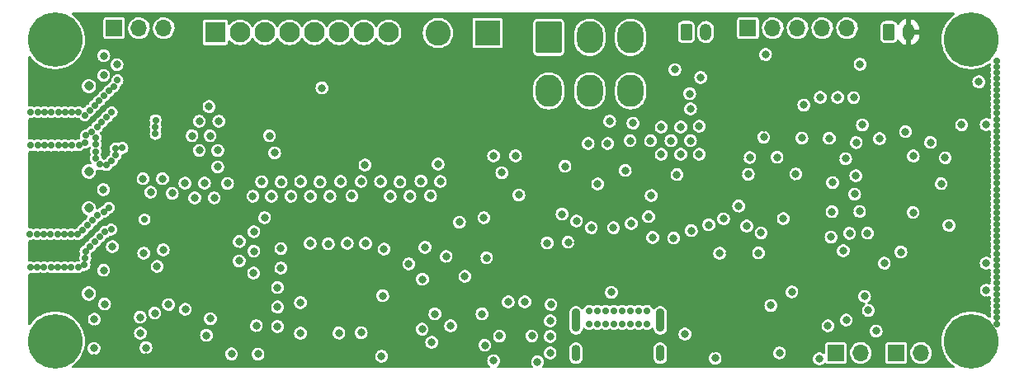
<source format=gbr>
%TF.GenerationSoftware,KiCad,Pcbnew,(6.0.1-0)*%
%TF.CreationDate,2022-03-21T22:53:48+00:00*%
%TF.ProjectId,PickleRick,5069636b-6c65-4526-9963-6b2e6b696361,rev?*%
%TF.SameCoordinates,Original*%
%TF.FileFunction,Copper,L3,Inr*%
%TF.FilePolarity,Positive*%
%FSLAX46Y46*%
G04 Gerber Fmt 4.6, Leading zero omitted, Abs format (unit mm)*
G04 Created by KiCad (PCBNEW (6.0.1-0)) date 2022-03-21 22:53:48*
%MOMM*%
%LPD*%
G01*
G04 APERTURE LIST*
G04 Aperture macros list*
%AMRoundRect*
0 Rectangle with rounded corners*
0 $1 Rounding radius*
0 $2 $3 $4 $5 $6 $7 $8 $9 X,Y pos of 4 corners*
0 Add a 4 corners polygon primitive as box body*
4,1,4,$2,$3,$4,$5,$6,$7,$8,$9,$2,$3,0*
0 Add four circle primitives for the rounded corners*
1,1,$1+$1,$2,$3*
1,1,$1+$1,$4,$5*
1,1,$1+$1,$6,$7*
1,1,$1+$1,$8,$9*
0 Add four rect primitives between the rounded corners*
20,1,$1+$1,$2,$3,$4,$5,0*
20,1,$1+$1,$4,$5,$6,$7,0*
20,1,$1+$1,$6,$7,$8,$9,0*
20,1,$1+$1,$8,$9,$2,$3,0*%
G04 Aperture macros list end*
%TA.AperFunction,ComponentPad*%
%ADD10R,2.100000X2.100000*%
%TD*%
%TA.AperFunction,ComponentPad*%
%ADD11C,2.100000*%
%TD*%
%TA.AperFunction,ComponentPad*%
%ADD12R,1.700000X1.700000*%
%TD*%
%TA.AperFunction,ComponentPad*%
%ADD13O,1.700000X1.700000*%
%TD*%
%TA.AperFunction,ComponentPad*%
%ADD14C,0.970000*%
%TD*%
%TA.AperFunction,ComponentPad*%
%ADD15C,5.600000*%
%TD*%
%TA.AperFunction,ComponentPad*%
%ADD16RoundRect,0.250001X-1.099999X-1.399999X1.099999X-1.399999X1.099999X1.399999X-1.099999X1.399999X0*%
%TD*%
%TA.AperFunction,ComponentPad*%
%ADD17O,2.700000X3.300000*%
%TD*%
%TA.AperFunction,ComponentPad*%
%ADD18RoundRect,0.250000X-0.350000X-0.625000X0.350000X-0.625000X0.350000X0.625000X-0.350000X0.625000X0*%
%TD*%
%TA.AperFunction,ComponentPad*%
%ADD19O,1.200000X1.750000*%
%TD*%
%TA.AperFunction,ComponentPad*%
%ADD20C,0.700000*%
%TD*%
%TA.AperFunction,ComponentPad*%
%ADD21O,0.900000X1.700000*%
%TD*%
%TA.AperFunction,ComponentPad*%
%ADD22O,0.900000X2.400000*%
%TD*%
%TA.AperFunction,ComponentPad*%
%ADD23R,2.600000X2.600000*%
%TD*%
%TA.AperFunction,ComponentPad*%
%ADD24C,2.600000*%
%TD*%
%TA.AperFunction,ViaPad*%
%ADD25C,0.800000*%
%TD*%
%TA.AperFunction,ViaPad*%
%ADD26C,0.700000*%
%TD*%
G04 APERTURE END LIST*
D10*
%TO.N,/nukes/Nuke4-*%
%TO.C,J6*%
X119450000Y-62280000D03*
D11*
%TO.N,+24V*%
X121990000Y-62280000D03*
%TO.N,/nukes/Nuke3-*%
X124530000Y-62280000D03*
%TO.N,+24V*%
X127070000Y-62280000D03*
%TO.N,/nukes/Nuke2-*%
X129610000Y-62280000D03*
%TO.N,+24V*%
X132150000Y-62280000D03*
%TO.N,/nukes/Nuke1-*%
X134690000Y-62280000D03*
%TO.N,+24V*%
X137230000Y-62280000D03*
%TD*%
D12*
%TO.N,Net-(C3-Pad1)*%
%TO.C,J3*%
X183125000Y-95200000D03*
D13*
%TO.N,GND*%
X185665000Y-95200000D03*
%TD*%
D14*
%TO.N,GND*%
%TO.C,J18*%
X106460000Y-80340000D03*
X106460000Y-89100000D03*
%TD*%
D12*
%TO.N,GND*%
%TO.C,J10*%
X109070000Y-61850000D03*
D13*
%TO.N,/SDA*%
X111610000Y-61850000D03*
%TO.N,/SCL*%
X114150000Y-61850000D03*
%TD*%
D15*
%TO.N,GND*%
%TO.C,H3*%
X197000000Y-94000000D03*
%TD*%
D16*
%TO.N,GND*%
%TO.C,J1*%
X153660000Y-62790000D03*
D17*
X157860000Y-62790000D03*
%TO.N,/power/RBUS_3.3_IN*%
X162060000Y-62790000D03*
%TO.N,/power/RBUS_24V_IN*%
X153660000Y-68290000D03*
%TO.N,/CAN_HIGH*%
X157860000Y-68290000D03*
%TO.N,/CAN_LOW*%
X162060000Y-68290000D03*
%TD*%
D18*
%TO.N,Net-(D6-Pad2)*%
%TO.C,J11*%
X188570000Y-62250000D03*
D19*
%TO.N,+3V3*%
X190570000Y-62250000D03*
%TD*%
D20*
%TO.N,GND*%
%TO.C,J17*%
X157795000Y-90865000D03*
%TO.N,VBUS*%
X158645000Y-90865000D03*
%TO.N,Net-(J17-PadA5)*%
X159495000Y-90865000D03*
%TO.N,/usb_uart/Data+*%
X160345000Y-90865000D03*
%TO.N,/usb_uart/Data-*%
X161195000Y-90865000D03*
%TO.N,unconnected-(J17-PadA8)*%
X162045000Y-90865000D03*
%TO.N,VBUS*%
X162895000Y-90865000D03*
%TO.N,GND*%
X163745000Y-90865000D03*
X163745000Y-92215000D03*
%TO.N,VBUS*%
X162895000Y-92215000D03*
%TO.N,Net-(J17-PadB5)*%
X162045000Y-92215000D03*
%TO.N,/usb_uart/Data+*%
X161195000Y-92215000D03*
%TO.N,/usb_uart/Data-*%
X160345000Y-92215000D03*
%TO.N,unconnected-(J17-PadB8)*%
X159495000Y-92215000D03*
%TO.N,VBUS*%
X158645000Y-92215000D03*
%TO.N,GND*%
X157795000Y-92215000D03*
D21*
X165095000Y-95225000D03*
D22*
X156445000Y-91845000D03*
D21*
X156445000Y-95225000D03*
D22*
X165095000Y-91845000D03*
%TD*%
D12*
%TO.N,GND*%
%TO.C,J12*%
X174100000Y-61850000D03*
D13*
%TO.N,/nukes/SERVO1*%
X176640000Y-61850000D03*
%TO.N,/nukes/SERVO2*%
X179180000Y-61850000D03*
%TO.N,/nukes/SERVO3*%
X181720000Y-61850000D03*
%TO.N,/nukes/SERVO4*%
X184260000Y-61850000D03*
%TD*%
D15*
%TO.N,GND*%
%TO.C,H4*%
X103000000Y-63000000D03*
%TD*%
D12*
%TO.N,Net-(C2-Pad1)*%
%TO.C,J2*%
X189320000Y-95200000D03*
D13*
%TO.N,GND*%
X191860000Y-95200000D03*
%TD*%
D15*
%TO.N,GND*%
%TO.C,H1*%
X197000000Y-63000000D03*
%TD*%
D18*
%TO.N,/power/UC_Lipo+*%
%TO.C,J15*%
X167770000Y-62250000D03*
D19*
%TO.N,GND*%
X169770000Y-62250000D03*
%TD*%
D14*
%TO.N,GND*%
%TO.C,J16*%
X106470000Y-67810000D03*
X106470000Y-76570000D03*
%TD*%
D15*
%TO.N,GND*%
%TO.C,H2*%
X103000000Y-94000000D03*
%TD*%
D23*
%TO.N,/power/Deploy_Lipo+*%
%TO.C,J14*%
X147380000Y-62350000D03*
D24*
%TO.N,GND*%
X142300000Y-62350000D03*
%TD*%
D25*
%TO.N,GND*%
X136500000Y-95530000D03*
X167200000Y-74800000D03*
X169100000Y-74800000D03*
D26*
X112188801Y-81478654D03*
X100436611Y-83027214D03*
X103240000Y-83025498D03*
X101140000Y-83025498D03*
X101840000Y-83025498D03*
X102540000Y-83025498D03*
X103940000Y-83025498D03*
X104640000Y-83025498D03*
X100470000Y-86420000D03*
X101170000Y-86414502D03*
X101870000Y-86414502D03*
X102570000Y-86414502D03*
X103270000Y-86420000D03*
X103970000Y-86414502D03*
X104670000Y-86420000D03*
X105360000Y-86414502D03*
X106020000Y-86170000D03*
X106109502Y-85470000D03*
X108515980Y-80280000D03*
X107980880Y-80733328D03*
X107368651Y-81088374D03*
X106848429Y-81568429D03*
X106353429Y-82063429D03*
X105858429Y-82558429D03*
X105338429Y-83025498D03*
D25*
X108879516Y-84275848D03*
D26*
X108755150Y-82533683D03*
X108096571Y-82786571D03*
X107606571Y-83276571D03*
X107111571Y-83771571D03*
X106616571Y-84266571D03*
X106114337Y-84765064D03*
X113310000Y-72710000D03*
X113310000Y-72000000D03*
X113316726Y-71283095D03*
D25*
X109352424Y-65590000D03*
D26*
X100510000Y-70495498D03*
X101210000Y-70495498D03*
X104710000Y-70495498D03*
X101920000Y-70495498D03*
X102620000Y-70495498D03*
X104020000Y-70495498D03*
X103320000Y-70495498D03*
X105410000Y-70495498D03*
X100520000Y-73890000D03*
X101220000Y-73890000D03*
X101920000Y-73890000D03*
X102630000Y-73890000D03*
X103330000Y-73890000D03*
X104030000Y-73890000D03*
X104730000Y-73900000D03*
X105440000Y-73884502D03*
X106063713Y-73576246D03*
X109920000Y-74150000D03*
X109220000Y-74180000D03*
X109220000Y-74880000D03*
X108815446Y-75472765D03*
X108280000Y-75920000D03*
X107580000Y-75820000D03*
X107190000Y-75220000D03*
X107190000Y-74500000D03*
X107193590Y-73796698D03*
X107167096Y-73090293D03*
X109402424Y-67210000D03*
X109043828Y-67819981D03*
X108535434Y-68306747D03*
X108038429Y-68798429D03*
X107543429Y-69293429D03*
X107048429Y-69788429D03*
X106553429Y-70283429D03*
X106053313Y-70783544D03*
X108806571Y-70496571D03*
X108301571Y-71001571D03*
X107801571Y-71501571D03*
X107301572Y-72001572D03*
X106775453Y-72494150D03*
X106156946Y-72866090D03*
D25*
X107980000Y-86710000D03*
D26*
X199600000Y-92200000D03*
X199600000Y-91600000D03*
X199600000Y-91000000D03*
X199600000Y-90400000D03*
X199600000Y-89800000D03*
X199600000Y-89200000D03*
X199600000Y-88600000D03*
X199600000Y-88000000D03*
X199600000Y-87400000D03*
X199600000Y-86800000D03*
X199600000Y-86200000D03*
X199600000Y-85600000D03*
X199600000Y-85000000D03*
X199600000Y-84400000D03*
X199600000Y-83800000D03*
X199600000Y-83200000D03*
X199600000Y-82600000D03*
X199600000Y-82000000D03*
X199600000Y-81400000D03*
X199600000Y-80800000D03*
X199600000Y-80200000D03*
X199600000Y-79600000D03*
X199600000Y-79000000D03*
X199600000Y-78400000D03*
X199600000Y-77800000D03*
X199600000Y-77200000D03*
X199600000Y-76600000D03*
X199600000Y-76000000D03*
X199600000Y-75400000D03*
X199600000Y-74800000D03*
X199600000Y-74200000D03*
X199600000Y-73600000D03*
X199600000Y-73000000D03*
X199600000Y-72400000D03*
X199600000Y-71800000D03*
X199600000Y-71200000D03*
X199600000Y-70600000D03*
X199600000Y-70000000D03*
X199600000Y-69400000D03*
X199600000Y-68800000D03*
X199600000Y-68200000D03*
X199600000Y-67600000D03*
X199600000Y-67000000D03*
X199600000Y-66400000D03*
X199600000Y-65800000D03*
X199600000Y-65200000D03*
D25*
%TO.N,/power/Deploy_Lipo+*%
X166600000Y-66100000D03*
%TO.N,GND*%
X112100000Y-84950000D03*
X121100000Y-95300000D03*
X140950000Y-84350000D03*
X139300000Y-86050000D03*
X148850000Y-76700000D03*
X150250000Y-74950000D03*
X159700000Y-73700000D03*
X157700000Y-73700000D03*
X142530000Y-77599002D03*
X140540000Y-77549500D03*
X141530000Y-79050000D03*
X124204814Y-77614442D03*
X125200000Y-79100000D03*
X123298058Y-79100000D03*
X126200000Y-77649502D03*
X119700000Y-76100000D03*
%TO.N,+3V3*%
X135430000Y-79100500D03*
%TO.N,GND*%
X133460000Y-79070000D03*
X186060000Y-89380000D03*
X162000000Y-73400000D03*
X164100000Y-73400000D03*
X165200000Y-74800000D03*
X165200000Y-72000000D03*
X166200000Y-73400000D03*
X167200000Y-72000000D03*
X168200000Y-73400000D03*
X121900000Y-85750000D03*
X123400000Y-84750000D03*
X121900000Y-83750000D03*
X123400000Y-82750000D03*
X124500000Y-81300000D03*
X108000000Y-64680000D03*
X125000000Y-72900000D03*
X117800000Y-71400000D03*
X119800000Y-71400000D03*
X118800000Y-69900000D03*
X117050000Y-72900000D03*
X118900000Y-72900000D03*
X119700000Y-74400000D03*
X136400000Y-77600000D03*
X137390000Y-79100500D03*
X138390000Y-77649502D03*
X139410000Y-79100500D03*
X132300000Y-77600000D03*
X134400000Y-77600000D03*
X127200000Y-79100000D03*
X128200000Y-77600000D03*
X129200000Y-79100000D03*
X130183796Y-77645835D03*
X131200000Y-79100000D03*
X120700000Y-77800000D03*
X116330000Y-77770000D03*
X119330000Y-79270000D03*
X117330000Y-79270000D03*
X118330000Y-77770000D03*
X115030000Y-78810000D03*
X112804622Y-78695378D03*
X114030000Y-77310000D03*
X112030000Y-77310000D03*
X107960000Y-78420000D03*
%TO.N,+3V3*%
X106990000Y-95720000D03*
%TO.N,GND*%
X107000000Y-94720000D03*
%TO.N,+3V3*%
X107030000Y-92739503D03*
%TO.N,GND*%
X107030000Y-91740000D03*
%TO.N,+3V3*%
X108160000Y-88530000D03*
%TO.N,/LORA_INT*%
X108080000Y-90180000D03*
%TO.N,/nukes/Nuke3*%
X125530000Y-74650000D03*
%TO.N,/nukes/Nuke4*%
X117800000Y-74400000D03*
%TO.N,/SDA*%
X114100000Y-84609500D03*
%TO.N,/SCL*%
X113474348Y-86312826D03*
%TO.N,+3V3*%
X112980000Y-87930000D03*
X118340378Y-87939622D03*
X115542125Y-87932125D03*
%TO.N,/nukes/Nuke1*%
X118540000Y-93380000D03*
%TO.N,/nukes/Nuke4*%
X111755069Y-93165069D03*
%TO.N,/nukes/Nuke2*%
X116360000Y-90720000D03*
%TO.N,/nukes/Nuke3*%
X113230000Y-91100000D03*
%TO.N,GND*%
X130387717Y-67987717D03*
%TO.N,+3V3*%
X120000000Y-69000000D03*
%TO.N,/SD1_DET*%
X140700000Y-87625000D03*
%TO.N,/SD2_DET*%
X136625000Y-89325000D03*
%TO.N,+3V3*%
X147075000Y-92825000D03*
%TO.N,Net-(D4-Pad2)*%
X141975000Y-91196129D03*
%TO.N,Net-(D5-Pad2)*%
X143585834Y-92416579D03*
%TO.N,Net-(D3-Pad2)*%
X147100000Y-94400000D03*
%TO.N,+3V3*%
X123650000Y-93400000D03*
%TO.N,GND*%
X123650000Y-92400497D03*
%TO.N,+3V3*%
X123330000Y-90100000D03*
%TO.N,GND*%
X123370000Y-87000000D03*
X111723224Y-91526365D03*
X118940000Y-91680000D03*
X143125000Y-85300497D03*
%TO.N,+3V3*%
X143125000Y-86300000D03*
%TO.N,GND*%
X147274502Y-85425088D03*
%TO.N,+3V3*%
X146275000Y-85424502D03*
%TO.N,GND*%
X147000000Y-81300000D03*
%TO.N,+3V3*%
X180575000Y-88796149D03*
%TO.N,GND*%
X112325000Y-94650000D03*
X114640000Y-90224502D03*
%TO.N,+3V3*%
X112359445Y-95648909D03*
%TO.N,GND*%
X107990000Y-66690000D03*
%TO.N,/nukes/Nuke1*%
X142300000Y-75800000D03*
%TO.N,/nukes/Nuke2*%
X134799992Y-75899992D03*
%TO.N,/SDA*%
X185050000Y-78900000D03*
%TO.N,GND*%
X174130000Y-76850000D03*
%TO.N,+3V3*%
X183120000Y-75260000D03*
%TO.N,GND*%
X184119498Y-75256957D03*
%TO.N,+3V3*%
X184550000Y-80670000D03*
%TO.N,GND*%
X185549436Y-80658471D03*
X185600000Y-65550000D03*
%TO.N,/Buzzer*%
X184940000Y-68980000D03*
%TO.N,GND*%
X175710000Y-73050000D03*
X175897912Y-64568421D03*
%TO.N,+3V3*%
X175750000Y-72050000D03*
%TO.N,/SDA*%
X182780000Y-77699500D03*
%TO.N,+3V3*%
X189640000Y-89390000D03*
X179030000Y-77820373D03*
X170569137Y-94745327D03*
X179880000Y-68640000D03*
X130400000Y-93125000D03*
X146210478Y-78454604D03*
X156650000Y-83850000D03*
X136675000Y-87575000D03*
X156325000Y-76025000D03*
X172230000Y-84980000D03*
X170650000Y-90580000D03*
X162357682Y-83671927D03*
X167760000Y-76220000D03*
X158532708Y-79512483D03*
X162550000Y-76453500D03*
X173280550Y-75119758D03*
X196234202Y-67667003D03*
X198550000Y-89770000D03*
X174183993Y-84901041D03*
X178099494Y-75095884D03*
X145500000Y-81902900D03*
X173130000Y-76860000D03*
X164100000Y-77998500D03*
X179795000Y-91740000D03*
%TO.N,/EN*%
X187250000Y-92950000D03*
X186450000Y-90820000D03*
X196020000Y-71770000D03*
%TO.N,GND*%
X155650498Y-83825652D03*
X193921478Y-77821635D03*
X155325497Y-76025000D03*
X168200000Y-70150500D03*
X148600000Y-93450000D03*
X198540000Y-71750000D03*
X153800000Y-95200000D03*
X161520000Y-76463500D03*
X148000500Y-74960000D03*
X179839368Y-69739502D03*
X179007365Y-76821127D03*
X160090000Y-88975000D03*
X171192630Y-84964693D03*
X158675000Y-77850000D03*
X150600000Y-78975000D03*
X191060000Y-74980000D03*
X198550000Y-88760000D03*
X129174622Y-83939500D03*
X153800000Y-91900000D03*
X144500000Y-81775000D03*
X176450811Y-90324019D03*
X197780000Y-67360000D03*
X151925000Y-93450000D03*
X168125000Y-68574859D03*
X179630000Y-73140000D03*
X175186974Y-84928814D03*
X148000000Y-96000000D03*
X146813602Y-91193871D03*
X123825000Y-95325000D03*
X145054477Y-87324501D03*
X191040000Y-80770000D03*
X166810000Y-76888500D03*
X149500000Y-89950000D03*
X141650000Y-94100000D03*
X170731543Y-95731547D03*
X174280000Y-75130000D03*
X198540000Y-85980000D03*
X167634997Y-93261415D03*
X177100000Y-75100000D03*
X134420000Y-93120000D03*
X152500000Y-96100000D03*
X169247146Y-66905618D03*
X164170000Y-79028500D03*
X169102500Y-71925359D03*
X151200000Y-89950000D03*
X153500000Y-83900000D03*
X182440000Y-73160000D03*
X128175000Y-93175000D03*
%TO.N,Net-(C3-Pad1)*%
X184180000Y-91810000D03*
%TO.N,/HSPI_MOSI*%
X194722122Y-82097122D03*
X131040000Y-83990000D03*
%TO.N,/HSPI_SCLK*%
X188087131Y-85987131D03*
X132980000Y-83939500D03*
%TO.N,/HSPI_MISO*%
X134860000Y-83950000D03*
X189790756Y-84829245D03*
%TO.N,/SD1_DET*%
X192828794Y-73580989D03*
X128175000Y-90025000D03*
%TO.N,Net-(J17-PadA5)*%
X153875000Y-90225000D03*
%TO.N,Net-(J17-PadB5)*%
X153800000Y-93500000D03*
%TO.N,/RTS*%
X178600000Y-88940500D03*
X177331502Y-95187847D03*
%TO.N,/SCL*%
X185170000Y-77010000D03*
%TO.N,/BARO_CS*%
X164325000Y-83329500D03*
X182634502Y-83298060D03*
%TO.N,/SD1_CS*%
X187600000Y-73200000D03*
X136760000Y-84530000D03*
%TO.N,/SD2_CS*%
X140660000Y-92760000D03*
X132125000Y-93150000D03*
X185840000Y-71780000D03*
%TO.N,/LORA_CS*%
X126169962Y-86474502D03*
X186372633Y-82898540D03*
%TO.N,/IMU1_CS*%
X184517878Y-82907122D03*
X166480000Y-83390000D03*
%TO.N,/IMU2_CS*%
X173140000Y-80110000D03*
X182725000Y-80700000D03*
%TO.N,/LORA_INT*%
X194336348Y-75155592D03*
%TO.N,/SD2_DET*%
X190270000Y-72479500D03*
%TO.N,/LORA_RESET*%
X183875500Y-84700000D03*
X126169973Y-84475000D03*
%TO.N,/VSPI_SCLK*%
X183300000Y-68960000D03*
X125825000Y-88489502D03*
X160300000Y-82349000D03*
X168290000Y-82640000D03*
X175450000Y-82869500D03*
X158025000Y-82349000D03*
%TO.N,/VSPI_MISO*%
X171590000Y-81420000D03*
X181520000Y-68960000D03*
X177725000Y-81400000D03*
X163900000Y-81208500D03*
X155020000Y-80950000D03*
X125825000Y-92474502D03*
%TO.N,/TXD*%
X181425000Y-95800000D03*
X182310000Y-92410000D03*
%TO.N,/VSPI_MOSI*%
X170080000Y-82040000D03*
X173975000Y-82175000D03*
X156500000Y-81649500D03*
X125825000Y-90474502D03*
X162120000Y-81909000D03*
X185205378Y-73594622D03*
%TO.N,/power/RBUS_3.3_IN*%
X159900000Y-71400000D03*
%TO.N,/power/UC_Lipo+*%
X162300000Y-71600000D03*
%TD*%
%TA.AperFunction,Conductor*%
%TO.N,+3V3*%
G36*
X195264883Y-60274002D02*
G01*
X195311376Y-60327658D01*
X195321480Y-60397932D01*
X195291986Y-60462512D01*
X195268672Y-60483465D01*
X195116499Y-60589228D01*
X195113857Y-60591541D01*
X195113853Y-60591544D01*
X194892506Y-60785319D01*
X194859511Y-60814204D01*
X194629202Y-61066425D01*
X194428444Y-61342745D01*
X194426702Y-61345811D01*
X194426701Y-61345813D01*
X194408508Y-61377839D01*
X194259737Y-61639722D01*
X194223562Y-61724125D01*
X194137395Y-61925168D01*
X194125186Y-61953653D01*
X194113283Y-61993079D01*
X194076650Y-62114414D01*
X194026467Y-62280627D01*
X194018777Y-62322527D01*
X193968966Y-62593929D01*
X193964811Y-62616566D01*
X193940985Y-62957285D01*
X193955288Y-63298537D01*
X193975531Y-63429301D01*
X194004138Y-63614090D01*
X194007540Y-63636067D01*
X194097091Y-63965669D01*
X194098381Y-63968928D01*
X194098383Y-63968933D01*
X194137622Y-64068039D01*
X194222825Y-64283235D01*
X194224470Y-64286329D01*
X194224471Y-64286331D01*
X194376659Y-64572555D01*
X194383173Y-64584807D01*
X194385163Y-64587713D01*
X194385164Y-64587715D01*
X194574147Y-64863718D01*
X194574152Y-64863724D01*
X194576138Y-64866625D01*
X194578441Y-64869293D01*
X194795695Y-65120984D01*
X194799314Y-65125177D01*
X195049921Y-65357241D01*
X195324833Y-65559924D01*
X195327870Y-65561678D01*
X195327874Y-65561680D01*
X195442444Y-65627827D01*
X195620624Y-65730699D01*
X195738569Y-65782228D01*
X195930388Y-65866032D01*
X195930391Y-65866033D01*
X195933609Y-65867439D01*
X195936966Y-65868478D01*
X195936971Y-65868480D01*
X196176845Y-65942733D01*
X196259885Y-65968438D01*
X196595386Y-66032439D01*
X196846776Y-66051782D01*
X196932434Y-66058373D01*
X196932435Y-66058373D01*
X196935931Y-66058642D01*
X197142793Y-66051418D01*
X197273758Y-66046845D01*
X197273763Y-66046845D01*
X197277273Y-66046722D01*
X197452782Y-66020805D01*
X197611681Y-65997341D01*
X197611686Y-65997340D01*
X197615160Y-65996827D01*
X197618552Y-65995931D01*
X197618556Y-65995930D01*
X197941989Y-65910476D01*
X197941990Y-65910476D01*
X197945380Y-65909580D01*
X198263816Y-65786066D01*
X198566499Y-65627827D01*
X198844603Y-65440244D01*
X198912261Y-65418734D01*
X198980810Y-65437218D01*
X199028483Y-65489828D01*
X199040145Y-65559860D01*
X199031469Y-65592920D01*
X199017827Y-65625856D01*
X199011060Y-65642194D01*
X198990284Y-65800000D01*
X199011060Y-65957806D01*
X199043388Y-66035852D01*
X199049986Y-66051782D01*
X199057575Y-66122372D01*
X199049987Y-66148215D01*
X199011060Y-66242194D01*
X198990284Y-66400000D01*
X199011060Y-66557806D01*
X199046854Y-66644220D01*
X199049986Y-66651782D01*
X199057575Y-66722372D01*
X199049987Y-66748215D01*
X199011060Y-66842194D01*
X198990284Y-67000000D01*
X199011060Y-67157806D01*
X199043048Y-67235031D01*
X199049986Y-67251782D01*
X199057575Y-67322372D01*
X199049987Y-67348215D01*
X199011060Y-67442194D01*
X198990284Y-67600000D01*
X199011060Y-67757806D01*
X199039646Y-67826818D01*
X199049986Y-67851782D01*
X199057575Y-67922372D01*
X199049987Y-67948215D01*
X199011060Y-68042194D01*
X198990284Y-68200000D01*
X199011060Y-68357806D01*
X199043058Y-68435055D01*
X199049986Y-68451782D01*
X199057575Y-68522372D01*
X199049987Y-68548215D01*
X199011060Y-68642194D01*
X198990284Y-68800000D01*
X199011060Y-68957806D01*
X199033002Y-69010778D01*
X199049986Y-69051782D01*
X199057575Y-69122372D01*
X199049987Y-69148215D01*
X199011060Y-69242194D01*
X198990284Y-69400000D01*
X199011060Y-69557806D01*
X199043323Y-69635695D01*
X199049986Y-69651782D01*
X199057575Y-69722372D01*
X199049987Y-69748215D01*
X199011060Y-69842194D01*
X198990284Y-70000000D01*
X199011060Y-70157806D01*
X199038395Y-70223798D01*
X199049986Y-70251782D01*
X199057575Y-70322372D01*
X199049987Y-70348215D01*
X199011060Y-70442194D01*
X198990284Y-70600000D01*
X199011060Y-70757806D01*
X199049753Y-70851219D01*
X199049986Y-70851782D01*
X199057575Y-70922372D01*
X199049987Y-70948215D01*
X199011060Y-71042194D01*
X199009982Y-71050384D01*
X199008065Y-71064943D01*
X198979343Y-71129870D01*
X198920078Y-71168962D01*
X198849086Y-71169807D01*
X198824191Y-71159855D01*
X198776274Y-71134484D01*
X198622633Y-71095892D01*
X198615034Y-71095852D01*
X198615033Y-71095852D01*
X198549181Y-71095507D01*
X198464221Y-71095062D01*
X198456841Y-71096834D01*
X198456839Y-71096834D01*
X198317563Y-71130271D01*
X198317560Y-71130272D01*
X198310184Y-71132043D01*
X198169414Y-71204700D01*
X198050039Y-71308838D01*
X197958950Y-71438444D01*
X197944493Y-71475524D01*
X197907409Y-71570641D01*
X197901406Y-71586037D01*
X197900414Y-71593570D01*
X197900414Y-71593571D01*
X197883270Y-71723798D01*
X197880729Y-71743096D01*
X197886328Y-71793807D01*
X197894076Y-71863984D01*
X197898113Y-71900553D01*
X197900723Y-71907684D01*
X197900723Y-71907686D01*
X197949178Y-72040095D01*
X197952553Y-72049319D01*
X197956789Y-72055622D01*
X197956789Y-72055623D01*
X198026510Y-72159378D01*
X198040908Y-72180805D01*
X198046527Y-72185918D01*
X198046528Y-72185919D01*
X198145607Y-72276073D01*
X198158076Y-72287419D01*
X198297293Y-72363008D01*
X198450522Y-72403207D01*
X198534477Y-72404526D01*
X198601319Y-72405576D01*
X198601322Y-72405576D01*
X198608916Y-72405695D01*
X198763332Y-72370329D01*
X198814134Y-72344778D01*
X198883976Y-72332040D01*
X198949620Y-72359084D01*
X198990222Y-72417325D01*
X198995668Y-72440897D01*
X199001295Y-72483634D01*
X199011060Y-72557806D01*
X199049778Y-72651279D01*
X199049986Y-72651782D01*
X199057575Y-72722372D01*
X199049987Y-72748215D01*
X199011060Y-72842194D01*
X198990284Y-73000000D01*
X199011060Y-73157806D01*
X199045071Y-73239915D01*
X199049986Y-73251782D01*
X199057575Y-73322372D01*
X199049987Y-73348215D01*
X199011060Y-73442194D01*
X198990284Y-73600000D01*
X199011060Y-73757806D01*
X199049778Y-73851279D01*
X199049986Y-73851782D01*
X199057575Y-73922372D01*
X199049987Y-73948215D01*
X199011060Y-74042194D01*
X198990284Y-74200000D01*
X199011060Y-74357806D01*
X199047530Y-74445852D01*
X199049986Y-74451782D01*
X199057575Y-74522372D01*
X199049987Y-74548215D01*
X199011060Y-74642194D01*
X198990284Y-74800000D01*
X199011060Y-74957806D01*
X199049778Y-75051279D01*
X199049986Y-75051782D01*
X199057575Y-75122372D01*
X199049987Y-75148215D01*
X199011060Y-75242194D01*
X198990284Y-75400000D01*
X199011060Y-75557806D01*
X199049718Y-75651134D01*
X199049986Y-75651782D01*
X199057575Y-75722372D01*
X199049987Y-75748215D01*
X199011060Y-75842194D01*
X198990284Y-76000000D01*
X199011060Y-76157806D01*
X199049747Y-76251204D01*
X199049986Y-76251782D01*
X199057575Y-76322372D01*
X199049987Y-76348215D01*
X199011060Y-76442194D01*
X198990284Y-76600000D01*
X199011060Y-76757806D01*
X199046350Y-76843003D01*
X199049986Y-76851782D01*
X199057575Y-76922372D01*
X199049987Y-76948215D01*
X199011060Y-77042194D01*
X198990284Y-77200000D01*
X199011060Y-77357806D01*
X199048948Y-77449275D01*
X199049986Y-77451782D01*
X199057575Y-77522372D01*
X199049987Y-77548215D01*
X199011060Y-77642194D01*
X198990284Y-77800000D01*
X199011060Y-77957806D01*
X199049747Y-78051204D01*
X199049986Y-78051782D01*
X199057575Y-78122372D01*
X199049987Y-78148215D01*
X199011060Y-78242194D01*
X198990284Y-78400000D01*
X199011060Y-78557806D01*
X199045210Y-78640251D01*
X199049986Y-78651782D01*
X199057575Y-78722372D01*
X199049987Y-78748215D01*
X199011060Y-78842194D01*
X198990284Y-79000000D01*
X199011060Y-79157806D01*
X199046982Y-79244529D01*
X199049986Y-79251782D01*
X199057575Y-79322372D01*
X199049987Y-79348215D01*
X199011060Y-79442194D01*
X198990284Y-79600000D01*
X199011060Y-79757806D01*
X199014221Y-79765437D01*
X199049986Y-79851782D01*
X199057575Y-79922372D01*
X199049987Y-79948215D01*
X199011060Y-80042194D01*
X198990284Y-80200000D01*
X199011060Y-80357806D01*
X199047357Y-80445434D01*
X199049986Y-80451782D01*
X199057575Y-80522372D01*
X199049987Y-80548215D01*
X199011060Y-80642194D01*
X198990284Y-80800000D01*
X199011060Y-80957806D01*
X199049759Y-81051233D01*
X199049986Y-81051782D01*
X199057575Y-81122372D01*
X199049987Y-81148215D01*
X199011060Y-81242194D01*
X198990284Y-81400000D01*
X199011060Y-81557806D01*
X199049041Y-81649500D01*
X199049986Y-81651782D01*
X199057575Y-81722372D01*
X199049987Y-81748215D01*
X199011060Y-81842194D01*
X198990284Y-82000000D01*
X199011060Y-82157806D01*
X199048013Y-82247018D01*
X199049986Y-82251782D01*
X199057575Y-82322372D01*
X199049987Y-82348215D01*
X199011060Y-82442194D01*
X198990284Y-82600000D01*
X199011060Y-82757806D01*
X199048673Y-82848611D01*
X199049986Y-82851782D01*
X199057575Y-82922372D01*
X199049987Y-82948215D01*
X199011060Y-83042194D01*
X198990284Y-83200000D01*
X199011060Y-83357806D01*
X199049804Y-83451342D01*
X199049986Y-83451782D01*
X199057575Y-83522372D01*
X199049987Y-83548215D01*
X199011060Y-83642194D01*
X198990284Y-83800000D01*
X199011060Y-83957806D01*
X199048966Y-84049319D01*
X199049986Y-84051782D01*
X199057575Y-84122372D01*
X199049987Y-84148215D01*
X199011060Y-84242194D01*
X198990284Y-84400000D01*
X199011060Y-84557806D01*
X199048966Y-84649319D01*
X199049986Y-84651782D01*
X199057575Y-84722372D01*
X199049987Y-84748215D01*
X199011060Y-84842194D01*
X198990284Y-85000000D01*
X199011060Y-85157806D01*
X199048966Y-85249319D01*
X199049986Y-85251782D01*
X199057575Y-85322372D01*
X199049982Y-85348227D01*
X199048215Y-85352492D01*
X199003663Y-85407769D01*
X198936298Y-85430185D01*
X198872851Y-85415619D01*
X198822941Y-85389193D01*
X198776274Y-85364484D01*
X198622633Y-85325892D01*
X198615034Y-85325852D01*
X198615033Y-85325852D01*
X198549181Y-85325507D01*
X198464221Y-85325062D01*
X198456841Y-85326834D01*
X198456839Y-85326834D01*
X198317563Y-85360271D01*
X198317560Y-85360272D01*
X198310184Y-85362043D01*
X198169414Y-85434700D01*
X198163695Y-85439689D01*
X198160756Y-85442253D01*
X198050039Y-85538838D01*
X197958950Y-85668444D01*
X197937131Y-85724407D01*
X197904202Y-85808866D01*
X197901406Y-85816037D01*
X197900414Y-85823570D01*
X197900414Y-85823571D01*
X197882796Y-85957397D01*
X197880729Y-85973096D01*
X197885949Y-86020378D01*
X197894246Y-86095524D01*
X197898113Y-86130553D01*
X197918374Y-86185919D01*
X197948718Y-86268838D01*
X197952553Y-86279319D01*
X197956789Y-86285622D01*
X197956789Y-86285623D01*
X198036335Y-86403999D01*
X198040908Y-86410805D01*
X198046527Y-86415918D01*
X198046528Y-86415919D01*
X198140256Y-86501204D01*
X198158076Y-86517419D01*
X198297293Y-86593008D01*
X198450522Y-86633207D01*
X198534477Y-86634526D01*
X198601319Y-86635576D01*
X198601322Y-86635576D01*
X198608916Y-86635695D01*
X198763332Y-86600329D01*
X198821931Y-86570857D01*
X198891776Y-86558119D01*
X198957419Y-86585163D01*
X198998021Y-86643404D01*
X199003467Y-86699868D01*
X198990284Y-86800000D01*
X199011060Y-86957806D01*
X199040400Y-87028638D01*
X199049986Y-87051782D01*
X199057575Y-87122372D01*
X199049987Y-87148215D01*
X199011060Y-87242194D01*
X198990284Y-87400000D01*
X199011060Y-87557806D01*
X199049778Y-87651279D01*
X199049986Y-87651782D01*
X199057575Y-87722372D01*
X199049987Y-87748215D01*
X199011060Y-87842194D01*
X198990284Y-88000000D01*
X198991362Y-88008188D01*
X198991362Y-88008190D01*
X198994153Y-88029390D01*
X198983213Y-88099539D01*
X198936085Y-88152637D01*
X198867731Y-88171827D01*
X198810273Y-88157191D01*
X198792986Y-88148038D01*
X198792987Y-88148038D01*
X198786274Y-88144484D01*
X198632633Y-88105892D01*
X198625034Y-88105852D01*
X198625033Y-88105852D01*
X198559181Y-88105507D01*
X198474221Y-88105062D01*
X198466841Y-88106834D01*
X198466839Y-88106834D01*
X198327563Y-88140271D01*
X198327560Y-88140272D01*
X198320184Y-88142043D01*
X198179414Y-88214700D01*
X198060039Y-88318838D01*
X197968950Y-88448444D01*
X197951054Y-88494346D01*
X197931207Y-88545251D01*
X197911406Y-88596037D01*
X197910414Y-88603570D01*
X197910414Y-88603571D01*
X197894067Y-88727743D01*
X197890729Y-88753096D01*
X197896344Y-88803957D01*
X197906424Y-88895251D01*
X197908113Y-88910553D01*
X197910723Y-88917684D01*
X197910723Y-88917686D01*
X197950598Y-89026649D01*
X197962553Y-89059319D01*
X197966789Y-89065622D01*
X197966789Y-89065623D01*
X198020261Y-89145197D01*
X198050908Y-89190805D01*
X198056527Y-89195918D01*
X198056528Y-89195919D01*
X198162460Y-89292309D01*
X198168076Y-89297419D01*
X198307293Y-89373008D01*
X198460522Y-89413207D01*
X198544477Y-89414526D01*
X198611319Y-89415576D01*
X198611322Y-89415576D01*
X198618916Y-89415695D01*
X198773332Y-89380329D01*
X198803811Y-89365000D01*
X198856660Y-89338420D01*
X198926505Y-89325682D01*
X198992149Y-89352726D01*
X199029683Y-89402765D01*
X199049986Y-89451783D01*
X199057575Y-89522371D01*
X199049987Y-89548215D01*
X199011060Y-89642194D01*
X198990284Y-89800000D01*
X199011060Y-89957806D01*
X199047075Y-90044753D01*
X199049986Y-90051782D01*
X199057575Y-90122372D01*
X199049987Y-90148215D01*
X199011060Y-90242194D01*
X198990284Y-90400000D01*
X199011060Y-90557806D01*
X199049077Y-90649587D01*
X199049986Y-90651782D01*
X199057575Y-90722372D01*
X199049987Y-90748215D01*
X199011060Y-90842194D01*
X198990284Y-91000000D01*
X199011060Y-91157806D01*
X199047530Y-91245852D01*
X199049986Y-91251782D01*
X199057575Y-91322372D01*
X199049987Y-91348215D01*
X199011060Y-91442194D01*
X199009982Y-91450383D01*
X199009499Y-91454051D01*
X199008231Y-91456917D01*
X199007845Y-91458358D01*
X199007620Y-91458298D01*
X198980776Y-91518977D01*
X198921510Y-91558069D01*
X198850519Y-91558913D01*
X198811230Y-91540054D01*
X198805455Y-91535919D01*
X198721351Y-91475707D01*
X198642129Y-91418989D01*
X198642122Y-91418985D01*
X198639262Y-91416937D01*
X198341115Y-91250308D01*
X198026251Y-91117951D01*
X198022882Y-91116960D01*
X198022878Y-91116958D01*
X197856665Y-91068039D01*
X197698597Y-91021517D01*
X197695138Y-91020907D01*
X197695129Y-91020905D01*
X197450016Y-90977686D01*
X197362235Y-90962208D01*
X197283811Y-90957274D01*
X197024876Y-90940983D01*
X197024870Y-90940983D01*
X197021358Y-90940762D01*
X196948034Y-90944348D01*
X196683722Y-90957274D01*
X196683713Y-90957275D01*
X196680215Y-90957446D01*
X196676747Y-90958008D01*
X196676744Y-90958008D01*
X196346532Y-91011491D01*
X196346529Y-91011492D01*
X196343057Y-91012054D01*
X196339670Y-91013000D01*
X196339664Y-91013001D01*
X196085781Y-91083887D01*
X196014088Y-91103904D01*
X195885512Y-91155852D01*
X195700672Y-91230532D01*
X195700668Y-91230534D01*
X195697408Y-91231851D01*
X195694321Y-91233520D01*
X195694317Y-91233522D01*
X195629422Y-91268611D01*
X195396963Y-91394301D01*
X195116499Y-91589228D01*
X195113857Y-91591541D01*
X195113853Y-91591544D01*
X194918651Y-91762431D01*
X194859511Y-91814204D01*
X194629202Y-92066425D01*
X194428444Y-92342745D01*
X194426702Y-92345811D01*
X194426701Y-92345813D01*
X194393047Y-92405055D01*
X194259737Y-92639722D01*
X194209583Y-92756741D01*
X194126752Y-92950000D01*
X194125186Y-92953653D01*
X194101080Y-93033495D01*
X194029509Y-93270553D01*
X194026467Y-93280627D01*
X194015063Y-93342764D01*
X193965771Y-93611338D01*
X193964811Y-93616566D01*
X193940985Y-93957285D01*
X193955288Y-94298537D01*
X193976049Y-94432648D01*
X194004403Y-94615801D01*
X194007540Y-94636067D01*
X194008462Y-94639459D01*
X194008462Y-94639461D01*
X194030520Y-94720646D01*
X194097091Y-94965669D01*
X194098381Y-94968928D01*
X194098383Y-94968933D01*
X194178469Y-95171204D01*
X194222825Y-95283235D01*
X194224470Y-95286329D01*
X194224471Y-95286331D01*
X194378231Y-95575512D01*
X194383173Y-95584807D01*
X194385163Y-95587713D01*
X194385164Y-95587715D01*
X194574147Y-95863718D01*
X194574152Y-95863724D01*
X194576138Y-95866625D01*
X194578441Y-95869293D01*
X194792232Y-96116972D01*
X194799314Y-96125177D01*
X195049921Y-96357241D01*
X195052747Y-96359324D01*
X195052750Y-96359327D01*
X195120647Y-96409385D01*
X195264634Y-96515541D01*
X195268760Y-96518583D01*
X195311720Y-96575107D01*
X195317302Y-96645884D01*
X195283732Y-96708443D01*
X195221670Y-96742922D01*
X195193989Y-96746000D01*
X153087448Y-96746000D01*
X153019327Y-96725998D01*
X152972834Y-96672342D01*
X152962730Y-96602068D01*
X152988190Y-96548335D01*
X152985314Y-96546269D01*
X153050398Y-96455695D01*
X153077755Y-96417624D01*
X153136842Y-96270641D01*
X153146186Y-96204987D01*
X153158581Y-96117891D01*
X153158581Y-96117888D01*
X153159162Y-96113807D01*
X153159307Y-96100000D01*
X153140276Y-95942733D01*
X153084280Y-95794546D01*
X153047508Y-95741042D01*
X152998855Y-95670251D01*
X152998854Y-95670249D01*
X152994553Y-95663992D01*
X152985817Y-95656208D01*
X152942510Y-95617624D01*
X152876275Y-95558611D01*
X152868889Y-95554700D01*
X152830046Y-95534134D01*
X152736274Y-95484484D01*
X152582633Y-95445892D01*
X152575034Y-95445852D01*
X152575033Y-95445852D01*
X152509181Y-95445507D01*
X152424221Y-95445062D01*
X152416841Y-95446834D01*
X152416839Y-95446834D01*
X152277563Y-95480271D01*
X152277560Y-95480272D01*
X152270184Y-95482043D01*
X152129414Y-95554700D01*
X152010039Y-95658838D01*
X151918950Y-95788444D01*
X151897784Y-95842733D01*
X151865934Y-95924424D01*
X151861406Y-95936037D01*
X151860414Y-95943570D01*
X151860414Y-95943571D01*
X151842116Y-96082563D01*
X151840729Y-96093096D01*
X151845840Y-96139385D01*
X151856990Y-96240377D01*
X151858113Y-96250553D01*
X151860723Y-96257684D01*
X151860723Y-96257686D01*
X151907267Y-96384873D01*
X151912553Y-96399319D01*
X151916789Y-96405622D01*
X151916789Y-96405623D01*
X151936231Y-96434555D01*
X152000908Y-96530805D01*
X152006528Y-96535918D01*
X152008037Y-96537667D01*
X152037408Y-96602304D01*
X152027172Y-96672558D01*
X151980578Y-96726126D01*
X151912657Y-96746000D01*
X148475913Y-96746000D01*
X148407792Y-96725998D01*
X148361299Y-96672342D01*
X148351195Y-96602068D01*
X148380689Y-96537488D01*
X148394082Y-96524189D01*
X148479536Y-96451204D01*
X148479536Y-96451203D01*
X148485314Y-96446269D01*
X148577755Y-96317624D01*
X148636842Y-96170641D01*
X148647704Y-96094316D01*
X148658581Y-96017891D01*
X148658581Y-96017888D01*
X148659162Y-96013807D01*
X148659307Y-96000000D01*
X148657033Y-95981204D01*
X148653653Y-95953279D01*
X148640276Y-95842733D01*
X148584280Y-95694546D01*
X148563264Y-95663967D01*
X148498855Y-95570251D01*
X148498854Y-95570249D01*
X148494553Y-95563992D01*
X148488514Y-95558611D01*
X148440199Y-95515565D01*
X148376275Y-95458611D01*
X148368889Y-95454700D01*
X148242988Y-95388039D01*
X148242989Y-95388039D01*
X148236274Y-95384484D01*
X148082633Y-95345892D01*
X148075034Y-95345852D01*
X148075033Y-95345852D01*
X148009181Y-95345507D01*
X147924221Y-95345062D01*
X147916841Y-95346834D01*
X147916839Y-95346834D01*
X147777563Y-95380271D01*
X147777560Y-95380272D01*
X147770184Y-95382043D01*
X147629414Y-95454700D01*
X147510039Y-95558838D01*
X147418950Y-95688444D01*
X147395145Y-95749500D01*
X147366807Y-95822185D01*
X147361406Y-95836037D01*
X147360414Y-95843570D01*
X147360414Y-95843571D01*
X147342295Y-95981204D01*
X147340729Y-95993096D01*
X147348695Y-96065245D01*
X147356631Y-96137128D01*
X147358113Y-96150553D01*
X147360723Y-96157684D01*
X147360723Y-96157686D01*
X147409932Y-96292156D01*
X147412553Y-96299319D01*
X147416789Y-96305622D01*
X147416789Y-96305623D01*
X147448332Y-96352563D01*
X147500908Y-96430805D01*
X147506527Y-96435918D01*
X147506528Y-96435919D01*
X147606412Y-96526806D01*
X147643335Y-96587447D01*
X147641612Y-96658422D01*
X147601790Y-96717199D01*
X147536512Y-96745116D01*
X147521613Y-96746000D01*
X104803428Y-96746000D01*
X104735307Y-96725998D01*
X104688814Y-96672342D01*
X104678710Y-96602068D01*
X104708204Y-96537488D01*
X104732970Y-96515541D01*
X104846742Y-96438801D01*
X104846744Y-96438800D01*
X104849658Y-96436834D01*
X104864151Y-96424500D01*
X105107089Y-96217743D01*
X105107090Y-96217742D01*
X105109762Y-96215468D01*
X105145233Y-96177695D01*
X105341159Y-95969056D01*
X105341163Y-95969051D01*
X105343570Y-95966488D01*
X105345675Y-95963674D01*
X105345681Y-95963667D01*
X105546058Y-95695817D01*
X105548167Y-95692998D01*
X105550931Y-95688288D01*
X105646207Y-95525892D01*
X105721003Y-95398406D01*
X105726739Y-95385524D01*
X105858494Y-95089595D01*
X105858494Y-95089594D01*
X105859924Y-95086383D01*
X105963199Y-94760820D01*
X105972649Y-94713096D01*
X106340729Y-94713096D01*
X106347957Y-94778564D01*
X106356820Y-94858838D01*
X106358113Y-94870553D01*
X106360723Y-94877684D01*
X106360723Y-94877686D01*
X106408918Y-95009385D01*
X106412553Y-95019319D01*
X106416789Y-95025622D01*
X106416789Y-95025623D01*
X106479930Y-95119586D01*
X106500908Y-95150805D01*
X106506527Y-95155918D01*
X106506528Y-95155919D01*
X106589755Y-95231649D01*
X106618076Y-95257419D01*
X106757293Y-95333008D01*
X106910522Y-95373207D01*
X106994477Y-95374526D01*
X107061319Y-95375576D01*
X107061322Y-95375576D01*
X107068916Y-95375695D01*
X107223332Y-95340329D01*
X107303518Y-95300000D01*
X107358072Y-95272563D01*
X107358075Y-95272561D01*
X107364855Y-95269151D01*
X107370626Y-95264222D01*
X107370629Y-95264220D01*
X107479536Y-95171204D01*
X107479536Y-95171203D01*
X107485314Y-95166269D01*
X107577755Y-95037624D01*
X107636842Y-94890641D01*
X107651355Y-94788664D01*
X107658581Y-94737891D01*
X107658581Y-94737888D01*
X107659162Y-94733807D01*
X107659307Y-94720000D01*
X107658035Y-94709484D01*
X107651405Y-94654700D01*
X107650001Y-94643096D01*
X111665729Y-94643096D01*
X111673179Y-94710571D01*
X111681362Y-94784689D01*
X111683113Y-94800553D01*
X111685723Y-94807684D01*
X111685723Y-94807686D01*
X111723264Y-94910271D01*
X111737553Y-94949319D01*
X111741789Y-94955622D01*
X111741789Y-94955623D01*
X111800325Y-95042733D01*
X111825908Y-95080805D01*
X111831527Y-95085918D01*
X111831528Y-95085919D01*
X111931329Y-95176730D01*
X111943076Y-95187419D01*
X112082293Y-95263008D01*
X112235522Y-95303207D01*
X112319477Y-95304526D01*
X112386319Y-95305576D01*
X112386322Y-95305576D01*
X112393916Y-95305695D01*
X112448926Y-95293096D01*
X120440729Y-95293096D01*
X120445348Y-95334934D01*
X120456197Y-95433196D01*
X120458113Y-95450553D01*
X120460723Y-95457684D01*
X120460723Y-95457686D01*
X120508307Y-95587715D01*
X120512553Y-95599319D01*
X120516789Y-95605622D01*
X120516789Y-95605623D01*
X120591707Y-95717112D01*
X120600908Y-95730805D01*
X120606527Y-95735918D01*
X120606528Y-95735919D01*
X120670959Y-95794546D01*
X120718076Y-95837419D01*
X120857293Y-95913008D01*
X121010522Y-95953207D01*
X121094477Y-95954526D01*
X121161319Y-95955576D01*
X121161322Y-95955576D01*
X121168916Y-95955695D01*
X121323332Y-95920329D01*
X121408364Y-95877563D01*
X121458072Y-95852563D01*
X121458075Y-95852561D01*
X121464855Y-95849151D01*
X121470626Y-95844222D01*
X121470629Y-95844220D01*
X121579536Y-95751204D01*
X121579536Y-95751203D01*
X121585314Y-95746269D01*
X121677755Y-95617624D01*
X121736842Y-95470641D01*
X121749703Y-95380271D01*
X121758552Y-95318096D01*
X123165729Y-95318096D01*
X123173451Y-95388039D01*
X123181362Y-95459689D01*
X123183113Y-95475553D01*
X123185723Y-95482684D01*
X123185723Y-95482686D01*
X123225794Y-95592185D01*
X123237553Y-95624319D01*
X123241789Y-95630622D01*
X123241789Y-95630623D01*
X123321630Y-95749438D01*
X123325908Y-95755805D01*
X123331527Y-95760918D01*
X123331528Y-95760919D01*
X123435686Y-95855695D01*
X123443076Y-95862419D01*
X123582293Y-95938008D01*
X123735522Y-95978207D01*
X123819477Y-95979526D01*
X123886319Y-95980576D01*
X123886322Y-95980576D01*
X123893916Y-95980695D01*
X124048332Y-95945329D01*
X124134109Y-95902188D01*
X124183072Y-95877563D01*
X124183075Y-95877561D01*
X124189855Y-95874151D01*
X124195626Y-95869222D01*
X124195629Y-95869220D01*
X124304536Y-95776204D01*
X124304536Y-95776203D01*
X124310314Y-95771269D01*
X124402755Y-95642624D01*
X124450805Y-95523096D01*
X135840729Y-95523096D01*
X135847542Y-95584807D01*
X135857116Y-95671522D01*
X135858113Y-95680553D01*
X135860723Y-95687684D01*
X135860723Y-95687686D01*
X135904960Y-95808569D01*
X135912553Y-95829319D01*
X135916789Y-95835622D01*
X135916789Y-95835623D01*
X135996335Y-95953999D01*
X136000908Y-95960805D01*
X136006527Y-95965918D01*
X136006528Y-95965919D01*
X136104807Y-96055345D01*
X136118076Y-96067419D01*
X136257293Y-96143008D01*
X136410522Y-96183207D01*
X136494477Y-96184526D01*
X136561319Y-96185576D01*
X136561322Y-96185576D01*
X136568916Y-96185695D01*
X136723332Y-96150329D01*
X136813736Y-96104861D01*
X136858072Y-96082563D01*
X136858075Y-96082561D01*
X136864855Y-96079151D01*
X136870626Y-96074222D01*
X136870629Y-96074220D01*
X136979536Y-95981204D01*
X136979536Y-95981203D01*
X136985314Y-95976269D01*
X137077755Y-95847624D01*
X137136842Y-95700641D01*
X137149408Y-95612347D01*
X137158581Y-95547891D01*
X137158581Y-95547888D01*
X137159162Y-95543807D01*
X137159307Y-95530000D01*
X137158557Y-95523798D01*
X137153260Y-95480032D01*
X137140276Y-95372733D01*
X137084280Y-95224546D01*
X137062665Y-95193096D01*
X153140729Y-95193096D01*
X153147491Y-95254344D01*
X153156389Y-95334934D01*
X153158113Y-95350553D01*
X153160723Y-95357684D01*
X153160723Y-95357686D01*
X153208106Y-95487166D01*
X153212553Y-95499319D01*
X153216789Y-95505622D01*
X153216789Y-95505623D01*
X153296550Y-95624319D01*
X153300908Y-95630805D01*
X153306527Y-95635918D01*
X153306528Y-95635919D01*
X153410807Y-95730805D01*
X153418076Y-95737419D01*
X153557293Y-95813008D01*
X153710522Y-95853207D01*
X153794477Y-95854526D01*
X153861319Y-95855576D01*
X153861322Y-95855576D01*
X153868916Y-95855695D01*
X154023332Y-95820329D01*
X154133154Y-95765095D01*
X154158072Y-95752563D01*
X154158075Y-95752561D01*
X154164855Y-95749151D01*
X154170626Y-95744222D01*
X154170629Y-95744220D01*
X154260156Y-95667756D01*
X155740500Y-95667756D01*
X155755811Y-95794281D01*
X155816084Y-95953789D01*
X155820385Y-95960047D01*
X155906652Y-96085565D01*
X155912666Y-96094316D01*
X155918336Y-96099368D01*
X155918337Y-96099369D01*
X156034307Y-96202695D01*
X156034310Y-96202697D01*
X156039979Y-96207748D01*
X156046692Y-96211303D01*
X156046693Y-96211303D01*
X156183963Y-96283984D01*
X156183965Y-96283985D01*
X156190676Y-96287538D01*
X156198041Y-96289388D01*
X156348683Y-96327227D01*
X156348687Y-96327227D01*
X156356054Y-96329078D01*
X156363653Y-96329118D01*
X156363655Y-96329118D01*
X156434571Y-96329489D01*
X156526568Y-96329971D01*
X156533948Y-96328199D01*
X156533950Y-96328199D01*
X156684994Y-96291937D01*
X156684998Y-96291936D01*
X156692373Y-96290165D01*
X156843896Y-96211958D01*
X156854287Y-96202894D01*
X156966664Y-96104861D01*
X156972391Y-96099865D01*
X157070438Y-95960357D01*
X157116298Y-95842733D01*
X157129618Y-95808569D01*
X157129619Y-95808566D01*
X157132378Y-95801489D01*
X157134096Y-95788444D01*
X157148962Y-95675523D01*
X157148962Y-95675522D01*
X157149500Y-95671436D01*
X157149500Y-95667756D01*
X164390500Y-95667756D01*
X164405811Y-95794281D01*
X164466084Y-95953789D01*
X164470385Y-95960047D01*
X164556652Y-96085565D01*
X164562666Y-96094316D01*
X164568336Y-96099368D01*
X164568337Y-96099369D01*
X164684307Y-96202695D01*
X164684310Y-96202697D01*
X164689979Y-96207748D01*
X164696692Y-96211303D01*
X164696693Y-96211303D01*
X164833963Y-96283984D01*
X164833965Y-96283985D01*
X164840676Y-96287538D01*
X164848041Y-96289388D01*
X164998683Y-96327227D01*
X164998687Y-96327227D01*
X165006054Y-96329078D01*
X165013653Y-96329118D01*
X165013655Y-96329118D01*
X165084571Y-96329489D01*
X165176568Y-96329971D01*
X165183948Y-96328199D01*
X165183950Y-96328199D01*
X165334994Y-96291937D01*
X165334998Y-96291936D01*
X165342373Y-96290165D01*
X165493896Y-96211958D01*
X165504287Y-96202894D01*
X165616664Y-96104861D01*
X165622391Y-96099865D01*
X165720438Y-95960357D01*
X165766298Y-95842733D01*
X165779618Y-95808569D01*
X165779619Y-95808566D01*
X165782378Y-95801489D01*
X165784096Y-95788444D01*
X165792495Y-95724643D01*
X170072272Y-95724643D01*
X170076102Y-95759332D01*
X170087627Y-95863718D01*
X170089656Y-95882100D01*
X170092266Y-95889231D01*
X170092266Y-95889233D01*
X170136344Y-96009682D01*
X170144096Y-96030866D01*
X170148332Y-96037169D01*
X170148332Y-96037170D01*
X170220747Y-96144934D01*
X170232451Y-96162352D01*
X170238070Y-96167465D01*
X170238071Y-96167466D01*
X170331701Y-96252662D01*
X170349619Y-96268966D01*
X170488836Y-96344555D01*
X170642065Y-96384754D01*
X170726020Y-96386073D01*
X170792862Y-96387123D01*
X170792865Y-96387123D01*
X170800459Y-96387242D01*
X170954875Y-96351876D01*
X171042686Y-96307712D01*
X171089615Y-96284110D01*
X171089618Y-96284108D01*
X171096398Y-96280698D01*
X171102169Y-96275769D01*
X171102172Y-96275767D01*
X171211079Y-96182751D01*
X171211079Y-96182750D01*
X171216857Y-96177816D01*
X171309298Y-96049171D01*
X171368385Y-95902188D01*
X171381592Y-95809385D01*
X171390124Y-95749438D01*
X171390124Y-95749435D01*
X171390705Y-95745354D01*
X171390774Y-95738812D01*
X171390807Y-95735681D01*
X171390807Y-95735675D01*
X171390850Y-95731547D01*
X171371819Y-95574280D01*
X171315823Y-95426093D01*
X171279150Y-95372733D01*
X171230398Y-95301798D01*
X171230397Y-95301796D01*
X171226096Y-95295539D01*
X171107818Y-95190158D01*
X171100432Y-95186247D01*
X171090414Y-95180943D01*
X176672231Y-95180943D01*
X176677045Y-95224546D01*
X176688620Y-95329385D01*
X176689615Y-95338400D01*
X176692225Y-95345531D01*
X176692225Y-95345533D01*
X176738008Y-95470641D01*
X176744055Y-95487166D01*
X176748291Y-95493469D01*
X176748291Y-95493470D01*
X176807579Y-95581699D01*
X176832410Y-95618652D01*
X176838029Y-95623765D01*
X176838030Y-95623766D01*
X176940617Y-95717112D01*
X176949578Y-95725266D01*
X177088795Y-95800855D01*
X177242024Y-95841054D01*
X177325979Y-95842373D01*
X177392821Y-95843423D01*
X177392824Y-95843423D01*
X177400418Y-95843542D01*
X177554834Y-95808176D01*
X177584818Y-95793096D01*
X180765729Y-95793096D01*
X180773383Y-95862419D01*
X180782250Y-95942733D01*
X180783113Y-95950553D01*
X180785723Y-95957684D01*
X180785723Y-95957686D01*
X180833432Y-96088057D01*
X180837553Y-96099319D01*
X180841789Y-96105622D01*
X180841789Y-96105623D01*
X180917131Y-96217743D01*
X180925908Y-96230805D01*
X180931527Y-96235918D01*
X180931528Y-96235919D01*
X181031875Y-96327227D01*
X181043076Y-96337419D01*
X181182293Y-96413008D01*
X181335522Y-96453207D01*
X181419477Y-96454526D01*
X181486319Y-96455576D01*
X181486322Y-96455576D01*
X181493916Y-96455695D01*
X181648332Y-96420329D01*
X181722899Y-96382826D01*
X181783072Y-96352563D01*
X181783075Y-96352561D01*
X181789855Y-96349151D01*
X181795626Y-96344222D01*
X181795629Y-96344220D01*
X181904537Y-96251203D01*
X181910314Y-96246269D01*
X181914749Y-96240097D01*
X181915299Y-96239499D01*
X181976132Y-96202894D01*
X182047097Y-96204987D01*
X182090103Y-96231370D01*
X182091516Y-96233484D01*
X182175699Y-96289734D01*
X182249933Y-96304500D01*
X183124858Y-96304500D01*
X184000066Y-96304499D01*
X184035818Y-96297388D01*
X184062126Y-96292156D01*
X184062128Y-96292155D01*
X184074301Y-96289734D01*
X184084621Y-96282839D01*
X184084622Y-96282838D01*
X184148168Y-96240377D01*
X184158484Y-96233484D01*
X184195681Y-96177816D01*
X184207839Y-96159620D01*
X184214734Y-96149301D01*
X184229500Y-96075067D01*
X184229499Y-95170964D01*
X184556148Y-95170964D01*
X184569424Y-95373522D01*
X184570845Y-95379118D01*
X184570846Y-95379123D01*
X184617798Y-95563992D01*
X184619392Y-95570269D01*
X184621809Y-95575512D01*
X184699584Y-95744220D01*
X184704377Y-95754616D01*
X184711783Y-95765095D01*
X184816317Y-95913008D01*
X184821533Y-95920389D01*
X184825675Y-95924424D01*
X184881698Y-95978999D01*
X184966938Y-96062035D01*
X184971742Y-96065245D01*
X185015250Y-96094316D01*
X185135720Y-96174812D01*
X185141023Y-96177090D01*
X185141026Y-96177092D01*
X185286283Y-96239499D01*
X185322228Y-96254942D01*
X185391608Y-96270641D01*
X185514579Y-96298467D01*
X185514584Y-96298468D01*
X185520216Y-96299742D01*
X185525987Y-96299969D01*
X185525989Y-96299969D01*
X185585756Y-96302317D01*
X185723053Y-96307712D01*
X185831851Y-96291937D01*
X185918231Y-96279413D01*
X185918236Y-96279412D01*
X185923945Y-96278584D01*
X185929409Y-96276729D01*
X185929414Y-96276728D01*
X186110693Y-96215192D01*
X186110698Y-96215190D01*
X186116165Y-96213334D01*
X186135163Y-96202695D01*
X186207200Y-96162352D01*
X186293276Y-96114147D01*
X186304442Y-96104861D01*
X186444913Y-95988031D01*
X186449345Y-95984345D01*
X186484633Y-95941916D01*
X186575453Y-95832718D01*
X186575455Y-95832715D01*
X186579147Y-95828276D01*
X186653492Y-95695524D01*
X186675510Y-95656208D01*
X186675511Y-95656206D01*
X186678334Y-95651165D01*
X186680190Y-95645698D01*
X186680192Y-95645693D01*
X186741728Y-95464414D01*
X186741729Y-95464409D01*
X186743584Y-95458945D01*
X186744412Y-95453236D01*
X186744413Y-95453231D01*
X186765821Y-95305576D01*
X186772712Y-95258053D01*
X186774232Y-95200000D01*
X186759781Y-95042733D01*
X186756187Y-95003613D01*
X186756186Y-95003610D01*
X186755658Y-94997859D01*
X186750965Y-94981219D01*
X186702125Y-94808046D01*
X186702124Y-94808044D01*
X186700557Y-94802487D01*
X186695880Y-94793001D01*
X186613331Y-94625609D01*
X186610776Y-94620428D01*
X186489320Y-94457779D01*
X186345609Y-94324933D01*
X188215500Y-94324933D01*
X188215501Y-96075066D01*
X188221427Y-96104861D01*
X188225945Y-96127574D01*
X188230266Y-96149301D01*
X188237161Y-96159620D01*
X188237162Y-96159622D01*
X188274460Y-96215441D01*
X188286516Y-96233484D01*
X188370699Y-96289734D01*
X188444933Y-96304500D01*
X189319858Y-96304500D01*
X190195066Y-96304499D01*
X190230818Y-96297388D01*
X190257126Y-96292156D01*
X190257128Y-96292155D01*
X190269301Y-96289734D01*
X190279621Y-96282839D01*
X190279622Y-96282838D01*
X190343168Y-96240377D01*
X190353484Y-96233484D01*
X190390681Y-96177816D01*
X190402839Y-96159620D01*
X190409734Y-96149301D01*
X190424500Y-96075067D01*
X190424499Y-95170964D01*
X190751148Y-95170964D01*
X190764424Y-95373522D01*
X190765845Y-95379118D01*
X190765846Y-95379123D01*
X190812798Y-95563992D01*
X190814392Y-95570269D01*
X190816809Y-95575512D01*
X190894584Y-95744220D01*
X190899377Y-95754616D01*
X190906783Y-95765095D01*
X191011317Y-95913008D01*
X191016533Y-95920389D01*
X191020675Y-95924424D01*
X191076698Y-95978999D01*
X191161938Y-96062035D01*
X191166742Y-96065245D01*
X191210250Y-96094316D01*
X191330720Y-96174812D01*
X191336023Y-96177090D01*
X191336026Y-96177092D01*
X191481283Y-96239499D01*
X191517228Y-96254942D01*
X191586608Y-96270641D01*
X191709579Y-96298467D01*
X191709584Y-96298468D01*
X191715216Y-96299742D01*
X191720987Y-96299969D01*
X191720989Y-96299969D01*
X191780756Y-96302317D01*
X191918053Y-96307712D01*
X192026851Y-96291937D01*
X192113231Y-96279413D01*
X192113236Y-96279412D01*
X192118945Y-96278584D01*
X192124409Y-96276729D01*
X192124414Y-96276728D01*
X192305693Y-96215192D01*
X192305698Y-96215190D01*
X192311165Y-96213334D01*
X192330163Y-96202695D01*
X192402200Y-96162352D01*
X192488276Y-96114147D01*
X192499442Y-96104861D01*
X192639913Y-95988031D01*
X192644345Y-95984345D01*
X192679633Y-95941916D01*
X192770453Y-95832718D01*
X192770455Y-95832715D01*
X192774147Y-95828276D01*
X192848492Y-95695524D01*
X192870510Y-95656208D01*
X192870511Y-95656206D01*
X192873334Y-95651165D01*
X192875190Y-95645698D01*
X192875192Y-95645693D01*
X192936728Y-95464414D01*
X192936729Y-95464409D01*
X192938584Y-95458945D01*
X192939412Y-95453236D01*
X192939413Y-95453231D01*
X192960821Y-95305576D01*
X192967712Y-95258053D01*
X192969232Y-95200000D01*
X192954781Y-95042733D01*
X192951187Y-95003613D01*
X192951186Y-95003610D01*
X192950658Y-94997859D01*
X192945965Y-94981219D01*
X192897125Y-94808046D01*
X192897124Y-94808044D01*
X192895557Y-94802487D01*
X192890880Y-94793001D01*
X192808331Y-94625609D01*
X192805776Y-94620428D01*
X192684320Y-94457779D01*
X192535258Y-94319987D01*
X192530375Y-94316906D01*
X192530371Y-94316903D01*
X192368464Y-94214748D01*
X192363581Y-94211667D01*
X192175039Y-94136446D01*
X192169379Y-94135320D01*
X192169375Y-94135319D01*
X191981613Y-94097971D01*
X191981610Y-94097971D01*
X191975946Y-94096844D01*
X191970171Y-94096768D01*
X191970167Y-94096768D01*
X191868793Y-94095441D01*
X191772971Y-94094187D01*
X191767274Y-94095166D01*
X191767273Y-94095166D01*
X191612268Y-94121801D01*
X191572910Y-94128564D01*
X191382463Y-94198824D01*
X191208010Y-94302612D01*
X191203670Y-94306418D01*
X191203666Y-94306421D01*
X191076560Y-94417891D01*
X191055392Y-94436455D01*
X190929720Y-94595869D01*
X190927031Y-94600980D01*
X190927029Y-94600983D01*
X190896146Y-94659682D01*
X190835203Y-94775515D01*
X190775007Y-94969378D01*
X190751148Y-95170964D01*
X190424499Y-95170964D01*
X190424499Y-94324934D01*
X190415331Y-94278838D01*
X190412156Y-94262874D01*
X190412155Y-94262872D01*
X190409734Y-94250699D01*
X190401715Y-94238697D01*
X190360377Y-94176832D01*
X190353484Y-94166516D01*
X190283912Y-94120029D01*
X190279620Y-94117161D01*
X190269301Y-94110266D01*
X190195067Y-94095500D01*
X189320142Y-94095500D01*
X188444934Y-94095501D01*
X188409182Y-94102612D01*
X188382874Y-94107844D01*
X188382872Y-94107845D01*
X188370699Y-94110266D01*
X188360379Y-94117161D01*
X188360378Y-94117162D01*
X188309319Y-94151279D01*
X188286516Y-94166516D01*
X188230266Y-94250699D01*
X188215500Y-94324933D01*
X186345609Y-94324933D01*
X186340258Y-94319987D01*
X186335375Y-94316906D01*
X186335371Y-94316903D01*
X186173464Y-94214748D01*
X186168581Y-94211667D01*
X185980039Y-94136446D01*
X185974379Y-94135320D01*
X185974375Y-94135319D01*
X185786613Y-94097971D01*
X185786610Y-94097971D01*
X185780946Y-94096844D01*
X185775171Y-94096768D01*
X185775167Y-94096768D01*
X185673793Y-94095441D01*
X185577971Y-94094187D01*
X185572274Y-94095166D01*
X185572273Y-94095166D01*
X185417268Y-94121801D01*
X185377910Y-94128564D01*
X185187463Y-94198824D01*
X185013010Y-94302612D01*
X185008670Y-94306418D01*
X185008666Y-94306421D01*
X184881560Y-94417891D01*
X184860392Y-94436455D01*
X184734720Y-94595869D01*
X184732031Y-94600980D01*
X184732029Y-94600983D01*
X184701146Y-94659682D01*
X184640203Y-94775515D01*
X184580007Y-94969378D01*
X184556148Y-95170964D01*
X184229499Y-95170964D01*
X184229499Y-94324934D01*
X184220331Y-94278838D01*
X184217156Y-94262874D01*
X184217155Y-94262872D01*
X184214734Y-94250699D01*
X184206715Y-94238697D01*
X184165377Y-94176832D01*
X184158484Y-94166516D01*
X184088912Y-94120029D01*
X184084620Y-94117161D01*
X184074301Y-94110266D01*
X184000067Y-94095500D01*
X183125142Y-94095500D01*
X182249934Y-94095501D01*
X182214182Y-94102612D01*
X182187874Y-94107844D01*
X182187872Y-94107845D01*
X182175699Y-94110266D01*
X182165379Y-94117161D01*
X182165378Y-94117162D01*
X182114319Y-94151279D01*
X182091516Y-94166516D01*
X182035266Y-94250699D01*
X182020500Y-94324933D01*
X182020501Y-94918039D01*
X182020501Y-95172915D01*
X182000499Y-95241036D01*
X181946843Y-95287529D01*
X181876569Y-95297633D01*
X181810684Y-95266993D01*
X181806951Y-95263667D01*
X181806945Y-95263663D01*
X181801275Y-95258611D01*
X181793889Y-95254700D01*
X181713673Y-95212228D01*
X181661274Y-95184484D01*
X181507633Y-95145892D01*
X181500034Y-95145852D01*
X181500033Y-95145852D01*
X181434181Y-95145507D01*
X181349221Y-95145062D01*
X181341841Y-95146834D01*
X181341839Y-95146834D01*
X181202563Y-95180271D01*
X181202560Y-95180272D01*
X181195184Y-95182043D01*
X181054414Y-95254700D01*
X180935039Y-95358838D01*
X180843950Y-95488444D01*
X180833376Y-95515565D01*
X180790975Y-95624319D01*
X180786406Y-95636037D01*
X180785414Y-95643570D01*
X180785414Y-95643571D01*
X180767160Y-95782228D01*
X180765729Y-95793096D01*
X177584818Y-95793096D01*
X177648795Y-95760919D01*
X177689574Y-95740410D01*
X177689577Y-95740408D01*
X177696357Y-95736998D01*
X177702128Y-95732069D01*
X177702131Y-95732067D01*
X177811038Y-95639051D01*
X177811038Y-95639050D01*
X177816816Y-95634116D01*
X177909257Y-95505471D01*
X177968344Y-95358488D01*
X177977650Y-95293096D01*
X177990083Y-95205738D01*
X177990083Y-95205735D01*
X177990664Y-95201654D01*
X177990809Y-95187847D01*
X177971778Y-95030580D01*
X177915782Y-94882393D01*
X177896162Y-94853846D01*
X177830357Y-94758098D01*
X177830356Y-94758096D01*
X177826055Y-94751839D01*
X177707777Y-94646458D01*
X177700391Y-94642547D01*
X177612231Y-94595869D01*
X177567776Y-94572331D01*
X177414135Y-94533739D01*
X177406536Y-94533699D01*
X177406535Y-94533699D01*
X177340683Y-94533354D01*
X177255723Y-94532909D01*
X177248343Y-94534681D01*
X177248341Y-94534681D01*
X177109065Y-94568118D01*
X177109062Y-94568119D01*
X177101686Y-94569890D01*
X176960916Y-94642547D01*
X176955197Y-94647536D01*
X176951632Y-94650646D01*
X176841541Y-94746685D01*
X176750452Y-94876291D01*
X176735561Y-94914484D01*
X176699522Y-95006921D01*
X176692908Y-95023884D01*
X176691916Y-95031417D01*
X176691916Y-95031418D01*
X176673288Y-95172915D01*
X176672231Y-95180943D01*
X171090414Y-95180943D01*
X171027710Y-95147743D01*
X170967817Y-95116031D01*
X170814176Y-95077439D01*
X170806577Y-95077399D01*
X170806576Y-95077399D01*
X170740724Y-95077054D01*
X170655764Y-95076609D01*
X170648384Y-95078381D01*
X170648382Y-95078381D01*
X170509106Y-95111818D01*
X170509103Y-95111819D01*
X170501727Y-95113590D01*
X170360957Y-95186247D01*
X170241582Y-95290385D01*
X170150493Y-95419991D01*
X170128830Y-95475553D01*
X170096319Y-95558941D01*
X170092949Y-95567584D01*
X170091957Y-95575117D01*
X170091957Y-95575118D01*
X170075432Y-95700641D01*
X170072272Y-95724643D01*
X165792495Y-95724643D01*
X165798962Y-95675523D01*
X165798962Y-95675522D01*
X165799500Y-95671436D01*
X165799500Y-94782244D01*
X165784189Y-94655719D01*
X165723916Y-94496211D01*
X165670088Y-94417891D01*
X165631636Y-94361943D01*
X165631635Y-94361942D01*
X165627334Y-94355684D01*
X165610407Y-94340602D01*
X165523437Y-94263115D01*
X165500021Y-94242252D01*
X165487516Y-94235631D01*
X165356037Y-94166016D01*
X165356035Y-94166015D01*
X165349324Y-94162462D01*
X165341959Y-94160612D01*
X165191317Y-94122773D01*
X165191313Y-94122773D01*
X165183946Y-94120922D01*
X165176347Y-94120882D01*
X165176345Y-94120882D01*
X165105429Y-94120511D01*
X165013432Y-94120029D01*
X165006052Y-94121801D01*
X165006050Y-94121801D01*
X164855006Y-94158063D01*
X164855002Y-94158064D01*
X164847627Y-94159835D01*
X164696104Y-94238042D01*
X164690382Y-94243034D01*
X164690380Y-94243035D01*
X164581011Y-94338444D01*
X164567609Y-94350135D01*
X164469562Y-94489643D01*
X164440739Y-94563571D01*
X164411947Y-94637419D01*
X164407622Y-94648511D01*
X164406630Y-94656044D01*
X164406630Y-94656045D01*
X164396392Y-94733807D01*
X164390500Y-94778564D01*
X164390500Y-95667756D01*
X157149500Y-95667756D01*
X157149500Y-94782244D01*
X157134189Y-94655719D01*
X157073916Y-94496211D01*
X157020088Y-94417891D01*
X156981636Y-94361943D01*
X156981635Y-94361942D01*
X156977334Y-94355684D01*
X156960407Y-94340602D01*
X156873437Y-94263115D01*
X156850021Y-94242252D01*
X156837516Y-94235631D01*
X156706037Y-94166016D01*
X156706035Y-94166015D01*
X156699324Y-94162462D01*
X156691959Y-94160612D01*
X156541317Y-94122773D01*
X156541313Y-94122773D01*
X156533946Y-94120922D01*
X156526347Y-94120882D01*
X156526345Y-94120882D01*
X156455429Y-94120511D01*
X156363432Y-94120029D01*
X156356052Y-94121801D01*
X156356050Y-94121801D01*
X156205006Y-94158063D01*
X156205002Y-94158064D01*
X156197627Y-94159835D01*
X156046104Y-94238042D01*
X156040382Y-94243034D01*
X156040380Y-94243035D01*
X155931011Y-94338444D01*
X155917609Y-94350135D01*
X155819562Y-94489643D01*
X155790739Y-94563571D01*
X155761947Y-94637419D01*
X155757622Y-94648511D01*
X155756630Y-94656044D01*
X155756630Y-94656045D01*
X155746392Y-94733807D01*
X155740500Y-94778564D01*
X155740500Y-95667756D01*
X154260156Y-95667756D01*
X154279536Y-95651204D01*
X154279536Y-95651203D01*
X154285314Y-95646269D01*
X154377755Y-95517624D01*
X154436842Y-95370641D01*
X154446439Y-95303207D01*
X154458581Y-95217891D01*
X154458581Y-95217888D01*
X154459162Y-95213807D01*
X154459307Y-95200000D01*
X154458728Y-95195211D01*
X154452759Y-95145892D01*
X154440276Y-95042733D01*
X154384280Y-94894546D01*
X154362601Y-94863003D01*
X154298855Y-94770251D01*
X154298854Y-94770249D01*
X154294553Y-94763992D01*
X154288514Y-94758611D01*
X154230634Y-94707043D01*
X154176275Y-94658611D01*
X154168889Y-94654700D01*
X154057776Y-94595869D01*
X154036274Y-94584484D01*
X153882633Y-94545892D01*
X153875034Y-94545852D01*
X153875033Y-94545852D01*
X153809181Y-94545507D01*
X153724221Y-94545062D01*
X153716841Y-94546834D01*
X153716839Y-94546834D01*
X153577563Y-94580271D01*
X153577560Y-94580272D01*
X153570184Y-94582043D01*
X153429414Y-94654700D01*
X153310039Y-94758838D01*
X153218950Y-94888444D01*
X153198443Y-94941042D01*
X153166303Y-95023478D01*
X153161406Y-95036037D01*
X153160414Y-95043570D01*
X153160414Y-95043571D01*
X153141726Y-95185524D01*
X153140729Y-95193096D01*
X137062665Y-95193096D01*
X137056234Y-95183739D01*
X136998855Y-95100251D01*
X136998854Y-95100249D01*
X136994553Y-95093992D01*
X136977032Y-95078381D01*
X136948910Y-95053326D01*
X136876275Y-94988611D01*
X136868889Y-94984700D01*
X136786433Y-94941042D01*
X136736274Y-94914484D01*
X136582633Y-94875892D01*
X136575034Y-94875852D01*
X136575033Y-94875852D01*
X136509181Y-94875507D01*
X136424221Y-94875062D01*
X136416841Y-94876834D01*
X136416839Y-94876834D01*
X136277563Y-94910271D01*
X136277560Y-94910272D01*
X136270184Y-94912043D01*
X136129414Y-94984700D01*
X136010039Y-95088838D01*
X135918950Y-95218444D01*
X135893689Y-95283235D01*
X135864213Y-95358838D01*
X135861406Y-95366037D01*
X135860414Y-95373570D01*
X135860414Y-95373571D01*
X135842237Y-95511645D01*
X135840729Y-95523096D01*
X124450805Y-95523096D01*
X124461842Y-95495641D01*
X124476138Y-95395190D01*
X124483581Y-95342891D01*
X124483581Y-95342888D01*
X124484162Y-95338807D01*
X124484307Y-95325000D01*
X124481957Y-95305576D01*
X124478858Y-95279974D01*
X124465276Y-95167733D01*
X124409280Y-95019546D01*
X124373595Y-94967624D01*
X124323855Y-94895251D01*
X124323854Y-94895249D01*
X124319553Y-94888992D01*
X124312147Y-94882393D01*
X124206946Y-94788664D01*
X124201275Y-94783611D01*
X124193889Y-94779700D01*
X124082355Y-94720646D01*
X124061274Y-94709484D01*
X123907633Y-94670892D01*
X123900034Y-94670852D01*
X123900033Y-94670852D01*
X123834181Y-94670507D01*
X123749221Y-94670062D01*
X123741841Y-94671834D01*
X123741839Y-94671834D01*
X123602563Y-94705271D01*
X123602560Y-94705272D01*
X123595184Y-94707043D01*
X123454414Y-94779700D01*
X123335039Y-94883838D01*
X123243950Y-95013444D01*
X123219015Y-95077399D01*
X123190603Y-95150273D01*
X123186406Y-95161037D01*
X123185414Y-95168570D01*
X123185414Y-95168571D01*
X123166837Y-95309682D01*
X123165729Y-95318096D01*
X121758552Y-95318096D01*
X121758581Y-95317891D01*
X121758581Y-95317888D01*
X121759162Y-95313807D01*
X121759247Y-95305695D01*
X121759264Y-95304134D01*
X121759264Y-95304128D01*
X121759307Y-95300000D01*
X121758144Y-95290385D01*
X121751036Y-95231649D01*
X121740276Y-95142733D01*
X121684280Y-94994546D01*
X121675121Y-94981219D01*
X121598855Y-94870251D01*
X121598854Y-94870249D01*
X121594553Y-94863992D01*
X121476275Y-94758611D01*
X121468889Y-94754700D01*
X121421638Y-94729682D01*
X121336274Y-94684484D01*
X121182633Y-94645892D01*
X121175034Y-94645852D01*
X121175033Y-94645852D01*
X121109181Y-94645507D01*
X121024221Y-94645062D01*
X121016841Y-94646834D01*
X121016839Y-94646834D01*
X120877563Y-94680271D01*
X120877560Y-94680272D01*
X120870184Y-94682043D01*
X120729414Y-94754700D01*
X120610039Y-94858838D01*
X120518950Y-94988444D01*
X120494844Y-95050273D01*
X120468801Y-95117071D01*
X120461406Y-95136037D01*
X120460414Y-95143570D01*
X120460414Y-95143571D01*
X120442457Y-95279974D01*
X120440729Y-95293096D01*
X112448926Y-95293096D01*
X112548332Y-95270329D01*
X112637418Y-95225524D01*
X112683072Y-95202563D01*
X112683075Y-95202561D01*
X112689855Y-95199151D01*
X112695626Y-95194222D01*
X112695629Y-95194220D01*
X112804536Y-95101204D01*
X112804536Y-95101203D01*
X112810314Y-95096269D01*
X112902755Y-94967624D01*
X112961842Y-94820641D01*
X112969951Y-94763664D01*
X112983581Y-94667891D01*
X112983581Y-94667888D01*
X112984162Y-94663807D01*
X112984307Y-94650000D01*
X112983710Y-94645062D01*
X112978375Y-94600983D01*
X112965276Y-94492733D01*
X112909280Y-94344546D01*
X112890282Y-94316903D01*
X112823855Y-94220251D01*
X112823854Y-94220249D01*
X112819553Y-94213992D01*
X112701275Y-94108611D01*
X112693889Y-94104700D01*
X112671973Y-94093096D01*
X140990729Y-94093096D01*
X140997153Y-94151279D01*
X141007250Y-94242733D01*
X141008113Y-94250553D01*
X141010723Y-94257684D01*
X141010723Y-94257686D01*
X141057520Y-94385565D01*
X141062553Y-94399319D01*
X141066789Y-94405622D01*
X141066789Y-94405623D01*
X141125325Y-94492733D01*
X141150908Y-94530805D01*
X141156527Y-94535918D01*
X141156528Y-94535919D01*
X141209901Y-94584484D01*
X141268076Y-94637419D01*
X141407293Y-94713008D01*
X141560522Y-94753207D01*
X141644477Y-94754526D01*
X141711319Y-94755576D01*
X141711322Y-94755576D01*
X141718916Y-94755695D01*
X141873332Y-94720329D01*
X141952979Y-94680271D01*
X142008072Y-94652563D01*
X142008075Y-94652561D01*
X142014855Y-94649151D01*
X142020626Y-94644222D01*
X142020629Y-94644220D01*
X142129536Y-94551204D01*
X142129536Y-94551203D01*
X142135314Y-94546269D01*
X142227755Y-94417624D01*
X142237615Y-94393096D01*
X146440729Y-94393096D01*
X146449421Y-94471825D01*
X146456361Y-94534681D01*
X146458113Y-94550553D01*
X146460723Y-94557684D01*
X146460723Y-94557686D01*
X146507505Y-94685524D01*
X146512553Y-94699319D01*
X146516789Y-94705622D01*
X146516789Y-94705623D01*
X146585615Y-94808046D01*
X146600908Y-94830805D01*
X146606527Y-94835918D01*
X146606528Y-94835919D01*
X146712460Y-94932309D01*
X146718076Y-94937419D01*
X146857293Y-95013008D01*
X147010522Y-95053207D01*
X147094477Y-95054526D01*
X147161319Y-95055576D01*
X147161322Y-95055576D01*
X147168916Y-95055695D01*
X147323332Y-95020329D01*
X147413231Y-94975115D01*
X147458072Y-94952563D01*
X147458075Y-94952561D01*
X147464855Y-94949151D01*
X147470626Y-94944222D01*
X147470629Y-94944220D01*
X147579536Y-94851204D01*
X147579536Y-94851203D01*
X147585314Y-94846269D01*
X147677755Y-94717624D01*
X147736842Y-94570641D01*
X147746424Y-94503314D01*
X147758581Y-94417891D01*
X147758581Y-94417888D01*
X147759162Y-94413807D01*
X147759307Y-94400000D01*
X147740276Y-94242733D01*
X147684280Y-94094546D01*
X147665859Y-94067743D01*
X147598855Y-93970251D01*
X147598854Y-93970249D01*
X147594553Y-93963992D01*
X147476275Y-93858611D01*
X147468889Y-93854700D01*
X147403531Y-93820095D01*
X147336274Y-93784484D01*
X147182633Y-93745892D01*
X147175034Y-93745852D01*
X147175033Y-93745852D01*
X147109181Y-93745507D01*
X147024221Y-93745062D01*
X147016841Y-93746834D01*
X147016839Y-93746834D01*
X146877563Y-93780271D01*
X146877560Y-93780272D01*
X146870184Y-93782043D01*
X146729414Y-93854700D01*
X146610039Y-93958838D01*
X146518950Y-94088444D01*
X146494452Y-94151279D01*
X146467561Y-94220251D01*
X146461406Y-94236037D01*
X146460414Y-94243570D01*
X146460414Y-94243571D01*
X146446186Y-94351649D01*
X146440729Y-94393096D01*
X142237615Y-94393096D01*
X142286842Y-94270641D01*
X142300193Y-94176832D01*
X142308581Y-94117891D01*
X142308581Y-94117888D01*
X142309162Y-94113807D01*
X142309247Y-94105695D01*
X142309264Y-94104134D01*
X142309264Y-94104128D01*
X142309307Y-94100000D01*
X142308763Y-94095500D01*
X142297451Y-94002024D01*
X142290276Y-93942733D01*
X142234280Y-93794546D01*
X142220471Y-93774454D01*
X142148855Y-93670251D01*
X142148854Y-93670249D01*
X142144553Y-93663992D01*
X142026275Y-93558611D01*
X142018889Y-93554700D01*
X141941655Y-93513807D01*
X141886274Y-93484484D01*
X141732633Y-93445892D01*
X141725034Y-93445852D01*
X141725033Y-93445852D01*
X141659181Y-93445507D01*
X141574221Y-93445062D01*
X141566841Y-93446834D01*
X141566839Y-93446834D01*
X141427563Y-93480271D01*
X141427560Y-93480272D01*
X141420184Y-93482043D01*
X141279414Y-93554700D01*
X141160039Y-93658838D01*
X141068950Y-93788444D01*
X141052477Y-93830695D01*
X141018832Y-93916991D01*
X141011406Y-93936037D01*
X141010414Y-93943570D01*
X141010414Y-93943571D01*
X140992160Y-94082228D01*
X140990729Y-94093096D01*
X112671973Y-94093096D01*
X112619101Y-94065102D01*
X112561274Y-94034484D01*
X112407633Y-93995892D01*
X112400034Y-93995852D01*
X112400033Y-93995852D01*
X112334181Y-93995507D01*
X112249221Y-93995062D01*
X112241841Y-93996834D01*
X112241839Y-93996834D01*
X112102563Y-94030271D01*
X112102560Y-94030272D01*
X112095184Y-94032043D01*
X111954414Y-94104700D01*
X111835039Y-94208838D01*
X111743950Y-94338444D01*
X111719082Y-94402228D01*
X111709902Y-94425774D01*
X111686406Y-94486037D01*
X111685414Y-94493570D01*
X111685414Y-94493571D01*
X111667112Y-94632594D01*
X111665729Y-94643096D01*
X107650001Y-94643096D01*
X107640276Y-94562733D01*
X107584280Y-94414546D01*
X107544285Y-94356353D01*
X107498855Y-94290251D01*
X107498854Y-94290249D01*
X107494553Y-94283992D01*
X107487486Y-94277695D01*
X107448548Y-94243003D01*
X107376275Y-94178611D01*
X107368889Y-94174700D01*
X107260218Y-94117162D01*
X107236274Y-94104484D01*
X107082633Y-94065892D01*
X107075034Y-94065852D01*
X107075033Y-94065852D01*
X107009181Y-94065507D01*
X106924221Y-94065062D01*
X106916841Y-94066834D01*
X106916839Y-94066834D01*
X106777563Y-94100271D01*
X106777560Y-94100272D01*
X106770184Y-94102043D01*
X106629414Y-94174700D01*
X106510039Y-94278838D01*
X106418950Y-94408444D01*
X106401245Y-94453855D01*
X106364640Y-94547743D01*
X106361406Y-94556037D01*
X106360414Y-94563570D01*
X106360414Y-94563571D01*
X106342543Y-94699319D01*
X106340729Y-94713096D01*
X105972649Y-94713096D01*
X106029540Y-94425774D01*
X106047748Y-94208941D01*
X106057937Y-94087605D01*
X106057938Y-94087594D01*
X106058120Y-94085421D01*
X106058308Y-94072024D01*
X106059283Y-94002178D01*
X106059283Y-94002166D01*
X106059313Y-94000000D01*
X106059084Y-93995892D01*
X106044081Y-93727563D01*
X106040247Y-93658982D01*
X106030947Y-93603999D01*
X105983874Y-93325683D01*
X105983873Y-93325678D01*
X105983287Y-93322214D01*
X105936247Y-93158165D01*
X111095798Y-93158165D01*
X111100599Y-93201649D01*
X111112306Y-93307686D01*
X111113182Y-93315622D01*
X111115792Y-93322753D01*
X111115792Y-93322755D01*
X111164415Y-93455623D01*
X111167622Y-93464388D01*
X111171858Y-93470691D01*
X111171858Y-93470692D01*
X111249288Y-93585919D01*
X111255977Y-93595874D01*
X111261596Y-93600987D01*
X111261597Y-93600988D01*
X111367481Y-93697334D01*
X111373145Y-93702488D01*
X111512362Y-93778077D01*
X111665591Y-93818276D01*
X111749546Y-93819595D01*
X111816388Y-93820645D01*
X111816391Y-93820645D01*
X111823985Y-93820764D01*
X111978401Y-93785398D01*
X112057030Y-93745852D01*
X112113141Y-93717632D01*
X112113144Y-93717630D01*
X112119924Y-93714220D01*
X112125695Y-93709291D01*
X112125698Y-93709289D01*
X112234605Y-93616273D01*
X112234605Y-93616272D01*
X112240383Y-93611338D01*
X112332824Y-93482693D01*
X112376882Y-93373096D01*
X117880729Y-93373096D01*
X117887626Y-93435565D01*
X117895809Y-93509682D01*
X117898113Y-93530553D01*
X117900723Y-93537684D01*
X117900723Y-93537686D01*
X117949235Y-93670251D01*
X117952553Y-93679319D01*
X117956789Y-93685622D01*
X117956789Y-93685623D01*
X118036335Y-93803999D01*
X118040908Y-93810805D01*
X118046527Y-93815918D01*
X118046528Y-93815919D01*
X118117837Y-93880805D01*
X118158076Y-93917419D01*
X118297293Y-93993008D01*
X118450522Y-94033207D01*
X118534477Y-94034526D01*
X118601319Y-94035576D01*
X118601322Y-94035576D01*
X118608916Y-94035695D01*
X118763332Y-94000329D01*
X118845624Y-93958941D01*
X118898072Y-93932563D01*
X118898075Y-93932561D01*
X118904855Y-93929151D01*
X118910626Y-93924222D01*
X118910629Y-93924220D01*
X119019536Y-93831204D01*
X119019536Y-93831203D01*
X119025314Y-93826269D01*
X119117755Y-93697624D01*
X119176842Y-93550641D01*
X119186512Y-93482693D01*
X119198581Y-93397891D01*
X119198581Y-93397888D01*
X119199162Y-93393807D01*
X119199307Y-93380000D01*
X119198642Y-93374500D01*
X119193037Y-93328184D01*
X119180276Y-93222733D01*
X119159630Y-93168096D01*
X127515729Y-93168096D01*
X127520977Y-93215631D01*
X127532017Y-93315622D01*
X127533113Y-93325553D01*
X127535723Y-93332684D01*
X127535723Y-93332686D01*
X127583919Y-93464388D01*
X127587553Y-93474319D01*
X127591789Y-93480622D01*
X127591789Y-93480623D01*
X127669235Y-93595874D01*
X127675908Y-93605805D01*
X127681527Y-93610918D01*
X127681528Y-93610919D01*
X127787460Y-93707309D01*
X127793076Y-93712419D01*
X127932293Y-93788008D01*
X128085522Y-93828207D01*
X128169477Y-93829526D01*
X128236319Y-93830576D01*
X128236322Y-93830576D01*
X128243916Y-93830695D01*
X128398332Y-93795329D01*
X128489814Y-93749319D01*
X128533072Y-93727563D01*
X128533075Y-93727561D01*
X128539855Y-93724151D01*
X128545626Y-93719222D01*
X128545629Y-93719220D01*
X128654536Y-93626204D01*
X128654536Y-93626203D01*
X128660314Y-93621269D01*
X128752755Y-93492624D01*
X128811842Y-93345641D01*
X128823737Y-93262061D01*
X128833581Y-93192891D01*
X128833581Y-93192888D01*
X128834162Y-93188807D01*
X128834307Y-93175000D01*
X128833184Y-93165715D01*
X128830447Y-93143096D01*
X131465729Y-93143096D01*
X131473737Y-93215631D01*
X131482250Y-93292733D01*
X131483113Y-93300553D01*
X131485723Y-93307684D01*
X131485723Y-93307686D01*
X131532520Y-93435565D01*
X131537553Y-93449319D01*
X131541789Y-93455622D01*
X131541789Y-93455623D01*
X131611719Y-93559689D01*
X131625908Y-93580805D01*
X131631527Y-93585918D01*
X131631528Y-93585919D01*
X131724208Y-93670251D01*
X131743076Y-93687419D01*
X131882293Y-93763008D01*
X132035522Y-93803207D01*
X132119477Y-93804526D01*
X132186319Y-93805576D01*
X132186322Y-93805576D01*
X132193916Y-93805695D01*
X132348332Y-93770329D01*
X132449952Y-93719220D01*
X132483072Y-93702563D01*
X132483075Y-93702561D01*
X132489855Y-93699151D01*
X132495626Y-93694222D01*
X132495629Y-93694220D01*
X132604536Y-93601204D01*
X132604536Y-93601203D01*
X132610314Y-93596269D01*
X132702755Y-93467624D01*
X132761842Y-93320641D01*
X132769387Y-93267624D01*
X132783581Y-93167891D01*
X132783581Y-93167888D01*
X132784162Y-93163807D01*
X132784307Y-93150000D01*
X132782348Y-93133807D01*
X132779842Y-93113096D01*
X133760729Y-93113096D01*
X133768020Y-93179134D01*
X133777162Y-93261937D01*
X133778113Y-93270553D01*
X133780723Y-93277684D01*
X133780723Y-93277686D01*
X133829611Y-93411279D01*
X133832553Y-93419319D01*
X133836789Y-93425622D01*
X133836789Y-93425623D01*
X133915741Y-93543115D01*
X133920908Y-93550805D01*
X133926527Y-93555918D01*
X133926528Y-93555919D01*
X134022233Y-93643003D01*
X134038076Y-93657419D01*
X134177293Y-93733008D01*
X134330522Y-93773207D01*
X134414477Y-93774526D01*
X134481319Y-93775576D01*
X134481322Y-93775576D01*
X134488916Y-93775695D01*
X134643332Y-93740329D01*
X134713742Y-93704917D01*
X134778072Y-93672563D01*
X134778075Y-93672561D01*
X134784855Y-93669151D01*
X134790626Y-93664222D01*
X134790629Y-93664220D01*
X134899536Y-93571204D01*
X134899536Y-93571203D01*
X134905314Y-93566269D01*
X134993823Y-93443096D01*
X147940729Y-93443096D01*
X147947468Y-93504134D01*
X147955933Y-93580805D01*
X147958113Y-93600553D01*
X147960723Y-93607684D01*
X147960723Y-93607686D01*
X148004592Y-93727563D01*
X148012553Y-93749319D01*
X148016789Y-93755622D01*
X148016789Y-93755623D01*
X148086719Y-93859689D01*
X148100908Y-93880805D01*
X148106527Y-93885918D01*
X148106528Y-93885919D01*
X148184959Y-93957285D01*
X148218076Y-93987419D01*
X148357293Y-94063008D01*
X148510522Y-94103207D01*
X148594477Y-94104526D01*
X148661319Y-94105576D01*
X148661322Y-94105576D01*
X148668916Y-94105695D01*
X148823332Y-94070329D01*
X148902979Y-94030271D01*
X148958072Y-94002563D01*
X148958075Y-94002561D01*
X148964855Y-93999151D01*
X148970626Y-93994222D01*
X148970629Y-93994220D01*
X149079536Y-93901204D01*
X149079536Y-93901203D01*
X149085314Y-93896269D01*
X149177755Y-93767624D01*
X149236842Y-93620641D01*
X149246176Y-93555055D01*
X149258581Y-93467891D01*
X149258581Y-93467888D01*
X149259162Y-93463807D01*
X149259307Y-93450000D01*
X149258710Y-93445062D01*
X149258472Y-93443096D01*
X151265729Y-93443096D01*
X151272468Y-93504134D01*
X151280933Y-93580805D01*
X151283113Y-93600553D01*
X151285723Y-93607684D01*
X151285723Y-93607686D01*
X151329592Y-93727563D01*
X151337553Y-93749319D01*
X151341789Y-93755622D01*
X151341789Y-93755623D01*
X151411719Y-93859689D01*
X151425908Y-93880805D01*
X151431527Y-93885918D01*
X151431528Y-93885919D01*
X151509959Y-93957285D01*
X151543076Y-93987419D01*
X151682293Y-94063008D01*
X151835522Y-94103207D01*
X151919477Y-94104526D01*
X151986319Y-94105576D01*
X151986322Y-94105576D01*
X151993916Y-94105695D01*
X152148332Y-94070329D01*
X152227979Y-94030271D01*
X152283072Y-94002563D01*
X152283075Y-94002561D01*
X152289855Y-93999151D01*
X152295626Y-93994222D01*
X152295629Y-93994220D01*
X152404536Y-93901204D01*
X152404536Y-93901203D01*
X152410314Y-93896269D01*
X152502755Y-93767624D01*
X152561842Y-93620641D01*
X152571176Y-93555055D01*
X152579994Y-93493096D01*
X153140729Y-93493096D01*
X153146404Y-93544500D01*
X153155425Y-93626204D01*
X153158113Y-93650553D01*
X153160723Y-93657684D01*
X153160723Y-93657686D01*
X153209119Y-93789934D01*
X153212553Y-93799319D01*
X153216789Y-93805622D01*
X153216789Y-93805623D01*
X153294348Y-93921042D01*
X153300908Y-93930805D01*
X153306527Y-93935918D01*
X153306528Y-93935919D01*
X153380778Y-94003481D01*
X153418076Y-94037419D01*
X153557293Y-94113008D01*
X153710522Y-94153207D01*
X153794477Y-94154526D01*
X153861319Y-94155576D01*
X153861322Y-94155576D01*
X153868916Y-94155695D01*
X154023332Y-94120329D01*
X154129533Y-94066916D01*
X154158072Y-94052563D01*
X154158075Y-94052561D01*
X154164855Y-94049151D01*
X154170626Y-94044222D01*
X154170629Y-94044220D01*
X154279536Y-93951204D01*
X154279536Y-93951203D01*
X154285314Y-93946269D01*
X154377755Y-93817624D01*
X154436842Y-93670641D01*
X154449627Y-93580805D01*
X154458581Y-93517891D01*
X154458581Y-93517888D01*
X154459162Y-93513807D01*
X154459307Y-93500000D01*
X154458415Y-93492624D01*
X154452759Y-93445892D01*
X154440276Y-93342733D01*
X154384280Y-93194546D01*
X154366862Y-93169203D01*
X154298855Y-93070251D01*
X154298854Y-93070249D01*
X154294553Y-93063992D01*
X154285799Y-93056192D01*
X154239949Y-93015342D01*
X154176275Y-92958611D01*
X154168889Y-92954700D01*
X154122327Y-92930047D01*
X154036274Y-92884484D01*
X153882633Y-92845892D01*
X153875034Y-92845852D01*
X153875033Y-92845852D01*
X153809181Y-92845507D01*
X153724221Y-92845062D01*
X153716841Y-92846834D01*
X153716839Y-92846834D01*
X153577563Y-92880271D01*
X153577560Y-92880272D01*
X153570184Y-92882043D01*
X153429414Y-92954700D01*
X153310039Y-93058838D01*
X153218950Y-93188444D01*
X153192011Y-93257538D01*
X153164468Y-93328184D01*
X153161406Y-93336037D01*
X153160414Y-93343570D01*
X153160414Y-93343571D01*
X153141726Y-93485524D01*
X153140729Y-93493096D01*
X152579994Y-93493096D01*
X152583581Y-93467891D01*
X152583581Y-93467888D01*
X152584162Y-93463807D01*
X152584307Y-93450000D01*
X152583710Y-93445062D01*
X152577008Y-93389682D01*
X152565276Y-93292733D01*
X152509280Y-93144546D01*
X152461387Y-93074861D01*
X152423855Y-93020251D01*
X152423854Y-93020249D01*
X152419553Y-93013992D01*
X152412606Y-93007802D01*
X152355611Y-92957022D01*
X152301275Y-92908611D01*
X152293889Y-92904700D01*
X152247750Y-92880271D01*
X152161274Y-92834484D01*
X152007633Y-92795892D01*
X152000034Y-92795852D01*
X152000033Y-92795852D01*
X151934181Y-92795507D01*
X151849221Y-92795062D01*
X151841841Y-92796834D01*
X151841839Y-92796834D01*
X151702563Y-92830271D01*
X151702560Y-92830272D01*
X151695184Y-92832043D01*
X151554414Y-92904700D01*
X151435039Y-93008838D01*
X151343950Y-93138444D01*
X151317506Y-93206269D01*
X151289832Y-93277251D01*
X151286406Y-93286037D01*
X151285414Y-93293570D01*
X151285414Y-93293571D01*
X151267378Y-93430571D01*
X151265729Y-93443096D01*
X149258472Y-93443096D01*
X149252008Y-93389682D01*
X149240276Y-93292733D01*
X149184280Y-93144546D01*
X149136387Y-93074861D01*
X149098855Y-93020251D01*
X149098854Y-93020249D01*
X149094553Y-93013992D01*
X149087606Y-93007802D01*
X149030611Y-92957022D01*
X148976275Y-92908611D01*
X148968889Y-92904700D01*
X148922750Y-92880271D01*
X148836274Y-92834484D01*
X148682633Y-92795892D01*
X148675034Y-92795852D01*
X148675033Y-92795852D01*
X148609181Y-92795507D01*
X148524221Y-92795062D01*
X148516841Y-92796834D01*
X148516839Y-92796834D01*
X148377563Y-92830271D01*
X148377560Y-92830272D01*
X148370184Y-92832043D01*
X148229414Y-92904700D01*
X148110039Y-93008838D01*
X148018950Y-93138444D01*
X147992506Y-93206269D01*
X147964832Y-93277251D01*
X147961406Y-93286037D01*
X147960414Y-93293570D01*
X147960414Y-93293571D01*
X147942378Y-93430571D01*
X147940729Y-93443096D01*
X134993823Y-93443096D01*
X134997755Y-93437624D01*
X135056842Y-93290641D01*
X135068467Y-93208957D01*
X135078581Y-93137891D01*
X135078581Y-93137888D01*
X135079162Y-93133807D01*
X135079307Y-93120000D01*
X135060276Y-92962733D01*
X135004280Y-92814546D01*
X134980623Y-92780125D01*
X134962047Y-92753096D01*
X140000729Y-92753096D01*
X140008830Y-92826467D01*
X140016838Y-92899002D01*
X140018113Y-92910553D01*
X140020723Y-92917684D01*
X140020723Y-92917686D01*
X140069793Y-93051776D01*
X140072553Y-93059319D01*
X140076789Y-93065622D01*
X140076789Y-93065623D01*
X140150722Y-93175646D01*
X140160908Y-93190805D01*
X140166527Y-93195918D01*
X140166528Y-93195919D01*
X140257786Y-93278957D01*
X140278076Y-93297419D01*
X140417293Y-93373008D01*
X140570522Y-93413207D01*
X140654477Y-93414526D01*
X140721319Y-93415576D01*
X140721322Y-93415576D01*
X140728916Y-93415695D01*
X140883332Y-93380329D01*
X140972205Y-93335631D01*
X141018072Y-93312563D01*
X141018075Y-93312561D01*
X141024855Y-93309151D01*
X141030626Y-93304222D01*
X141030629Y-93304220D01*
X141139536Y-93211204D01*
X141139536Y-93211203D01*
X141145314Y-93206269D01*
X141237755Y-93077624D01*
X141296842Y-92930641D01*
X141307963Y-92852498D01*
X141318581Y-92777891D01*
X141318581Y-92777888D01*
X141319162Y-92773807D01*
X141319307Y-92760000D01*
X141317254Y-92743030D01*
X141313868Y-92715052D01*
X141300276Y-92602733D01*
X141244280Y-92454546D01*
X141225961Y-92427891D01*
X141213442Y-92409675D01*
X142926563Y-92409675D01*
X142932735Y-92465576D01*
X142943103Y-92559484D01*
X142943947Y-92567132D01*
X142946557Y-92574263D01*
X142946557Y-92574265D01*
X142995544Y-92708128D01*
X142998387Y-92715898D01*
X143002623Y-92722201D01*
X143002623Y-92722202D01*
X143080735Y-92838444D01*
X143086742Y-92847384D01*
X143092361Y-92852497D01*
X143092362Y-92852498D01*
X143196680Y-92947419D01*
X143203910Y-92953998D01*
X143343127Y-93029587D01*
X143496356Y-93069786D01*
X143580311Y-93071105D01*
X143647153Y-93072155D01*
X143647156Y-93072155D01*
X143654750Y-93072274D01*
X143809166Y-93036908D01*
X143911120Y-92985631D01*
X143943906Y-92969142D01*
X143943909Y-92969140D01*
X143950689Y-92965730D01*
X143956460Y-92960801D01*
X143956463Y-92960799D01*
X144065370Y-92867783D01*
X144065370Y-92867782D01*
X144071148Y-92862848D01*
X144163589Y-92734203D01*
X144202361Y-92637756D01*
X155740500Y-92637756D01*
X155755811Y-92764281D01*
X155816084Y-92923789D01*
X155820385Y-92930047D01*
X155907083Y-93056192D01*
X155912666Y-93064316D01*
X155918336Y-93069368D01*
X155918337Y-93069369D01*
X156034307Y-93172695D01*
X156034310Y-93172697D01*
X156039979Y-93177748D01*
X156046692Y-93181303D01*
X156046693Y-93181303D01*
X156183963Y-93253984D01*
X156183965Y-93253985D01*
X156190676Y-93257538D01*
X156198041Y-93259388D01*
X156348683Y-93297227D01*
X156348687Y-93297227D01*
X156356054Y-93299078D01*
X156363653Y-93299118D01*
X156363655Y-93299118D01*
X156434571Y-93299489D01*
X156526568Y-93299971D01*
X156533948Y-93298199D01*
X156533950Y-93298199D01*
X156684994Y-93261937D01*
X156684998Y-93261936D01*
X156692373Y-93260165D01*
X156787233Y-93211204D01*
X156837148Y-93185441D01*
X156837149Y-93185441D01*
X156843896Y-93181958D01*
X156851873Y-93175000D01*
X156966664Y-93074861D01*
X156972391Y-93069865D01*
X157070438Y-92930357D01*
X157112046Y-92823638D01*
X157129618Y-92778569D01*
X157129619Y-92778566D01*
X157132378Y-92771489D01*
X157134320Y-92756741D01*
X157140720Y-92708128D01*
X157169443Y-92643202D01*
X157228709Y-92604111D01*
X157299700Y-92603266D01*
X157354737Y-92635481D01*
X157358840Y-92639584D01*
X157363866Y-92646134D01*
X157370416Y-92651160D01*
X157478639Y-92734203D01*
X157490142Y-92743030D01*
X157497772Y-92746190D01*
X157497773Y-92746191D01*
X157629566Y-92800781D01*
X157629570Y-92800782D01*
X157637194Y-92803940D01*
X157795000Y-92824716D01*
X157952806Y-92803940D01*
X157960430Y-92800782D01*
X157960434Y-92800781D01*
X158092227Y-92746191D01*
X158092228Y-92746190D01*
X158099858Y-92743030D01*
X158143297Y-92709697D01*
X158209517Y-92684098D01*
X158279065Y-92698363D01*
X158296700Y-92709695D01*
X158340142Y-92743030D01*
X158347772Y-92746190D01*
X158347773Y-92746191D01*
X158479566Y-92800781D01*
X158479570Y-92800782D01*
X158487194Y-92803940D01*
X158645000Y-92824716D01*
X158802806Y-92803940D01*
X158810430Y-92800782D01*
X158810434Y-92800781D01*
X158942227Y-92746191D01*
X158942228Y-92746190D01*
X158949858Y-92743030D01*
X158993297Y-92709697D01*
X159059517Y-92684098D01*
X159129065Y-92698363D01*
X159146700Y-92709695D01*
X159190142Y-92743030D01*
X159197772Y-92746190D01*
X159197773Y-92746191D01*
X159329566Y-92800781D01*
X159329570Y-92800782D01*
X159337194Y-92803940D01*
X159495000Y-92824716D01*
X159652806Y-92803940D01*
X159660430Y-92800782D01*
X159660434Y-92800781D01*
X159792227Y-92746191D01*
X159792228Y-92746190D01*
X159799858Y-92743030D01*
X159843297Y-92709697D01*
X159909517Y-92684098D01*
X159979065Y-92698363D01*
X159996700Y-92709695D01*
X160040142Y-92743030D01*
X160047772Y-92746190D01*
X160047773Y-92746191D01*
X160179566Y-92800781D01*
X160179570Y-92800782D01*
X160187194Y-92803940D01*
X160345000Y-92824716D01*
X160502806Y-92803940D01*
X160510430Y-92800782D01*
X160510434Y-92800781D01*
X160642227Y-92746191D01*
X160642228Y-92746190D01*
X160649858Y-92743030D01*
X160693297Y-92709697D01*
X160759517Y-92684098D01*
X160829065Y-92698363D01*
X160846700Y-92709695D01*
X160890142Y-92743030D01*
X160897772Y-92746190D01*
X160897773Y-92746191D01*
X161029566Y-92800781D01*
X161029570Y-92800782D01*
X161037194Y-92803940D01*
X161195000Y-92824716D01*
X161352806Y-92803940D01*
X161360430Y-92800782D01*
X161360434Y-92800781D01*
X161492227Y-92746191D01*
X161492228Y-92746190D01*
X161499858Y-92743030D01*
X161543297Y-92709697D01*
X161609517Y-92684098D01*
X161679065Y-92698363D01*
X161696700Y-92709695D01*
X161740142Y-92743030D01*
X161747772Y-92746190D01*
X161747773Y-92746191D01*
X161879566Y-92800781D01*
X161879570Y-92800782D01*
X161887194Y-92803940D01*
X162045000Y-92824716D01*
X162202806Y-92803940D01*
X162210430Y-92800782D01*
X162210434Y-92800781D01*
X162342227Y-92746191D01*
X162342228Y-92746190D01*
X162349858Y-92743030D01*
X162393297Y-92709697D01*
X162459517Y-92684098D01*
X162529065Y-92698363D01*
X162546700Y-92709695D01*
X162590142Y-92743030D01*
X162597772Y-92746190D01*
X162597773Y-92746191D01*
X162729566Y-92800781D01*
X162729570Y-92800782D01*
X162737194Y-92803940D01*
X162895000Y-92824716D01*
X163052806Y-92803940D01*
X163060430Y-92800782D01*
X163060434Y-92800781D01*
X163192227Y-92746191D01*
X163192228Y-92746190D01*
X163199858Y-92743030D01*
X163243297Y-92709697D01*
X163309517Y-92684098D01*
X163379065Y-92698363D01*
X163396700Y-92709695D01*
X163440142Y-92743030D01*
X163447772Y-92746190D01*
X163447773Y-92746191D01*
X163579566Y-92800781D01*
X163579570Y-92800782D01*
X163587194Y-92803940D01*
X163745000Y-92824716D01*
X163902806Y-92803940D01*
X163910430Y-92800782D01*
X163910434Y-92800781D01*
X164042227Y-92746191D01*
X164042228Y-92746190D01*
X164049858Y-92743030D01*
X164061362Y-92734203D01*
X164169584Y-92651160D01*
X164176134Y-92646134D01*
X164181160Y-92639584D01*
X164185022Y-92635722D01*
X164247334Y-92601696D01*
X164318149Y-92606761D01*
X164374985Y-92649308D01*
X164399203Y-92709677D01*
X164405811Y-92764281D01*
X164466084Y-92923789D01*
X164470385Y-92930047D01*
X164557083Y-93056192D01*
X164562666Y-93064316D01*
X164568336Y-93069368D01*
X164568337Y-93069369D01*
X164684307Y-93172695D01*
X164684310Y-93172697D01*
X164689979Y-93177748D01*
X164696692Y-93181303D01*
X164696693Y-93181303D01*
X164833963Y-93253984D01*
X164833965Y-93253985D01*
X164840676Y-93257538D01*
X164848041Y-93259388D01*
X164998683Y-93297227D01*
X164998687Y-93297227D01*
X165006054Y-93299078D01*
X165013653Y-93299118D01*
X165013655Y-93299118D01*
X165084571Y-93299489D01*
X165176568Y-93299971D01*
X165183948Y-93298199D01*
X165183950Y-93298199D01*
X165334994Y-93261937D01*
X165334998Y-93261936D01*
X165342373Y-93260165D01*
X165353327Y-93254511D01*
X166975726Y-93254511D01*
X166983569Y-93325553D01*
X166991922Y-93401204D01*
X166993110Y-93411968D01*
X166995720Y-93419099D01*
X166995720Y-93419101D01*
X167043917Y-93550805D01*
X167047550Y-93560734D01*
X167051786Y-93567037D01*
X167051786Y-93567038D01*
X167126145Y-93677695D01*
X167135905Y-93692220D01*
X167141524Y-93697333D01*
X167141525Y-93697334D01*
X167237302Y-93784484D01*
X167253073Y-93798834D01*
X167392290Y-93874423D01*
X167545519Y-93914622D01*
X167629474Y-93915941D01*
X167696316Y-93916991D01*
X167696319Y-93916991D01*
X167703913Y-93917110D01*
X167858329Y-93881744D01*
X167959830Y-93830695D01*
X167993069Y-93813978D01*
X167993072Y-93813976D01*
X167999852Y-93810566D01*
X168005623Y-93805637D01*
X168005626Y-93805635D01*
X168114533Y-93712619D01*
X168114533Y-93712618D01*
X168120311Y-93707684D01*
X168212752Y-93579039D01*
X168271839Y-93432056D01*
X168280230Y-93373096D01*
X168293578Y-93279306D01*
X168293578Y-93279303D01*
X168294159Y-93275222D01*
X168294304Y-93261415D01*
X168293732Y-93256684D01*
X168284810Y-93182960D01*
X168275273Y-93104148D01*
X168219277Y-92955961D01*
X168184464Y-92905307D01*
X168133852Y-92831666D01*
X168133851Y-92831664D01*
X168129550Y-92825407D01*
X168118458Y-92815524D01*
X168065161Y-92768039D01*
X168011272Y-92720026D01*
X168003886Y-92716115D01*
X167877985Y-92649454D01*
X167877986Y-92649454D01*
X167871271Y-92645899D01*
X167717630Y-92607307D01*
X167710031Y-92607267D01*
X167710030Y-92607267D01*
X167644178Y-92606922D01*
X167559218Y-92606477D01*
X167551838Y-92608249D01*
X167551836Y-92608249D01*
X167412560Y-92641686D01*
X167412557Y-92641687D01*
X167405181Y-92643458D01*
X167264411Y-92716115D01*
X167145036Y-92820253D01*
X167053947Y-92949859D01*
X167026840Y-93019385D01*
X167001692Y-93083887D01*
X166996403Y-93097452D01*
X166995411Y-93104985D01*
X166995411Y-93104986D01*
X166977349Y-93242185D01*
X166975726Y-93254511D01*
X165353327Y-93254511D01*
X165437233Y-93211204D01*
X165487148Y-93185441D01*
X165487149Y-93185441D01*
X165493896Y-93181958D01*
X165501873Y-93175000D01*
X165616664Y-93074861D01*
X165622391Y-93069865D01*
X165720438Y-92930357D01*
X165762046Y-92823638D01*
X165779618Y-92778569D01*
X165779619Y-92778566D01*
X165782378Y-92771489D01*
X165784432Y-92755892D01*
X165798962Y-92645523D01*
X165798962Y-92645522D01*
X165799500Y-92641436D01*
X165799500Y-92403096D01*
X181650729Y-92403096D01*
X181656409Y-92454546D01*
X181667064Y-92551050D01*
X181668113Y-92560553D01*
X181670723Y-92567684D01*
X181670723Y-92567686D01*
X181718544Y-92698363D01*
X181722553Y-92709319D01*
X181726789Y-92715622D01*
X181726789Y-92715623D01*
X181800097Y-92824716D01*
X181810908Y-92840805D01*
X181816527Y-92845918D01*
X181816528Y-92845919D01*
X181918759Y-92938941D01*
X181928076Y-92947419D01*
X182067293Y-93023008D01*
X182220522Y-93063207D01*
X182304477Y-93064526D01*
X182371319Y-93065576D01*
X182371322Y-93065576D01*
X182378916Y-93065695D01*
X182533332Y-93030329D01*
X182635475Y-92978957D01*
X182668072Y-92962563D01*
X182668075Y-92962561D01*
X182674855Y-92959151D01*
X182680626Y-92954222D01*
X182680629Y-92954220D01*
X182693653Y-92943096D01*
X186590729Y-92943096D01*
X186598556Y-93013992D01*
X186606886Y-93089436D01*
X186608113Y-93100553D01*
X186610723Y-93107684D01*
X186610723Y-93107686D01*
X186653131Y-93223571D01*
X186662553Y-93249319D01*
X186666789Y-93255622D01*
X186666789Y-93255623D01*
X186745669Y-93373008D01*
X186750908Y-93380805D01*
X186756527Y-93385918D01*
X186756528Y-93385919D01*
X186853679Y-93474319D01*
X186868076Y-93487419D01*
X187007293Y-93563008D01*
X187160522Y-93603207D01*
X187244477Y-93604526D01*
X187311319Y-93605576D01*
X187311322Y-93605576D01*
X187318916Y-93605695D01*
X187473332Y-93570329D01*
X187543742Y-93534917D01*
X187608072Y-93502563D01*
X187608075Y-93502561D01*
X187614855Y-93499151D01*
X187620626Y-93494222D01*
X187620629Y-93494220D01*
X187729536Y-93401204D01*
X187729536Y-93401203D01*
X187735314Y-93396269D01*
X187827755Y-93267624D01*
X187886842Y-93120641D01*
X187896031Y-93056073D01*
X187908581Y-92967891D01*
X187908581Y-92967888D01*
X187909162Y-92963807D01*
X187909244Y-92956037D01*
X187909264Y-92954134D01*
X187909264Y-92954128D01*
X187909307Y-92950000D01*
X187906893Y-92930047D01*
X187904533Y-92910553D01*
X187890276Y-92792733D01*
X187834280Y-92644546D01*
X187814859Y-92616288D01*
X187748855Y-92520251D01*
X187748854Y-92520249D01*
X187744553Y-92513992D01*
X187737872Y-92508039D01*
X187662675Y-92441042D01*
X187626275Y-92408611D01*
X187618889Y-92404700D01*
X187538288Y-92362024D01*
X187486274Y-92334484D01*
X187332633Y-92295892D01*
X187325034Y-92295852D01*
X187325033Y-92295852D01*
X187259181Y-92295507D01*
X187174221Y-92295062D01*
X187166841Y-92296834D01*
X187166839Y-92296834D01*
X187027563Y-92330271D01*
X187027560Y-92330272D01*
X187020184Y-92332043D01*
X186879414Y-92404700D01*
X186873695Y-92409689D01*
X186873133Y-92410179D01*
X186760039Y-92508838D01*
X186668950Y-92638444D01*
X186643451Y-92703846D01*
X186614318Y-92778569D01*
X186611406Y-92786037D01*
X186610414Y-92793570D01*
X186610414Y-92793571D01*
X186591947Y-92933846D01*
X186590729Y-92943096D01*
X182693653Y-92943096D01*
X182789536Y-92861204D01*
X182789536Y-92861203D01*
X182795314Y-92856269D01*
X182887755Y-92727624D01*
X182946842Y-92580641D01*
X182955425Y-92520329D01*
X182968581Y-92427891D01*
X182968581Y-92427888D01*
X182969162Y-92423807D01*
X182969307Y-92410000D01*
X182950276Y-92252733D01*
X182894280Y-92104546D01*
X182857172Y-92050553D01*
X182808855Y-91980251D01*
X182808854Y-91980249D01*
X182804553Y-91973992D01*
X182686275Y-91868611D01*
X182678889Y-91864700D01*
X182595134Y-91820354D01*
X182562539Y-91803096D01*
X183520729Y-91803096D01*
X183526630Y-91856545D01*
X183535203Y-91934191D01*
X183538113Y-91960553D01*
X183540723Y-91967684D01*
X183540723Y-91967686D01*
X183587687Y-92096021D01*
X183592553Y-92109319D01*
X183596789Y-92115622D01*
X183596789Y-92115623D01*
X183675370Y-92232563D01*
X183680908Y-92240805D01*
X183686527Y-92245918D01*
X183686528Y-92245919D01*
X183787767Y-92338039D01*
X183798076Y-92347419D01*
X183937293Y-92423008D01*
X184090522Y-92463207D01*
X184174477Y-92464526D01*
X184241319Y-92465576D01*
X184241322Y-92465576D01*
X184248916Y-92465695D01*
X184403332Y-92430329D01*
X184491348Y-92386062D01*
X184538072Y-92362563D01*
X184538075Y-92362561D01*
X184544855Y-92359151D01*
X184550626Y-92354222D01*
X184550629Y-92354220D01*
X184659536Y-92261204D01*
X184659536Y-92261203D01*
X184665314Y-92256269D01*
X184757755Y-92127624D01*
X184816842Y-91980641D01*
X184830373Y-91885565D01*
X184838581Y-91827891D01*
X184838581Y-91827888D01*
X184839162Y-91823807D01*
X184839307Y-91810000D01*
X184820276Y-91652733D01*
X184764280Y-91504546D01*
X184744370Y-91475576D01*
X184678855Y-91380251D01*
X184678854Y-91380249D01*
X184674553Y-91373992D01*
X184556275Y-91268611D01*
X184548889Y-91264700D01*
X184448906Y-91211762D01*
X184416274Y-91194484D01*
X184262633Y-91155892D01*
X184255034Y-91155852D01*
X184255033Y-91155852D01*
X184189181Y-91155507D01*
X184104221Y-91155062D01*
X184096841Y-91156834D01*
X184096839Y-91156834D01*
X183957563Y-91190271D01*
X183957560Y-91190272D01*
X183950184Y-91192043D01*
X183809414Y-91264700D01*
X183690039Y-91368838D01*
X183598950Y-91498444D01*
X183586333Y-91530805D01*
X183549195Y-91626060D01*
X183541406Y-91646037D01*
X183540414Y-91653570D01*
X183540414Y-91653571D01*
X183521726Y-91795524D01*
X183520729Y-91803096D01*
X182562539Y-91803096D01*
X182546274Y-91794484D01*
X182392633Y-91755892D01*
X182385034Y-91755852D01*
X182385033Y-91755852D01*
X182319181Y-91755507D01*
X182234221Y-91755062D01*
X182226841Y-91756834D01*
X182226839Y-91756834D01*
X182087563Y-91790271D01*
X182087560Y-91790272D01*
X182080184Y-91792043D01*
X181939414Y-91864700D01*
X181820039Y-91968838D01*
X181728950Y-92098444D01*
X181711721Y-92142634D01*
X181677990Y-92229151D01*
X181671406Y-92246037D01*
X181670414Y-92253570D01*
X181670414Y-92253571D01*
X181651927Y-92393999D01*
X181650729Y-92403096D01*
X165799500Y-92403096D01*
X165799500Y-91052244D01*
X165784189Y-90925719D01*
X165723916Y-90766211D01*
X165665142Y-90680695D01*
X165631636Y-90631943D01*
X165631635Y-90631942D01*
X165627334Y-90625684D01*
X165610635Y-90610805D01*
X165546417Y-90553589D01*
X165500021Y-90512252D01*
X165492829Y-90508444D01*
X165356037Y-90436016D01*
X165356035Y-90436015D01*
X165349324Y-90432462D01*
X165341959Y-90430612D01*
X165191317Y-90392773D01*
X165191313Y-90392773D01*
X165183946Y-90390922D01*
X165176347Y-90390882D01*
X165176345Y-90390882D01*
X165105429Y-90390511D01*
X165013432Y-90390029D01*
X165006052Y-90391801D01*
X165006050Y-90391801D01*
X164855006Y-90428063D01*
X164855002Y-90428064D01*
X164847627Y-90429835D01*
X164818048Y-90445102D01*
X164704327Y-90503798D01*
X164696104Y-90508042D01*
X164690382Y-90513034D01*
X164690380Y-90513035D01*
X164586106Y-90603999D01*
X164567609Y-90620135D01*
X164540409Y-90658838D01*
X164529688Y-90674092D01*
X164474154Y-90718324D01*
X164403522Y-90725510D01*
X164340218Y-90693369D01*
X164310192Y-90649860D01*
X164276190Y-90567771D01*
X164273030Y-90560142D01*
X164264448Y-90548957D01*
X164181160Y-90440416D01*
X164176134Y-90433866D01*
X164156696Y-90418950D01*
X164056411Y-90341998D01*
X164056408Y-90341996D01*
X164049858Y-90336970D01*
X164028572Y-90328153D01*
X164001924Y-90317115D01*
X175791540Y-90317115D01*
X175799597Y-90390095D01*
X175807878Y-90465095D01*
X175808924Y-90474572D01*
X175811534Y-90481703D01*
X175811534Y-90481705D01*
X175860364Y-90615139D01*
X175863364Y-90623338D01*
X175867600Y-90629641D01*
X175867600Y-90629642D01*
X175898889Y-90676204D01*
X175951719Y-90754824D01*
X175957338Y-90759937D01*
X175957339Y-90759938D01*
X176063271Y-90856328D01*
X176068887Y-90861438D01*
X176208104Y-90937027D01*
X176361333Y-90977226D01*
X176445288Y-90978545D01*
X176512130Y-90979595D01*
X176512133Y-90979595D01*
X176519727Y-90979714D01*
X176674143Y-90944348D01*
X176751768Y-90905307D01*
X176808883Y-90876582D01*
X176808886Y-90876580D01*
X176815666Y-90873170D01*
X176821437Y-90868241D01*
X176821440Y-90868239D01*
X176930347Y-90775223D01*
X176930347Y-90775222D01*
X176936125Y-90770288D01*
X177028566Y-90641643D01*
X177087653Y-90494660D01*
X177102290Y-90391812D01*
X177109392Y-90341910D01*
X177109392Y-90341907D01*
X177109973Y-90337826D01*
X177110118Y-90324019D01*
X177109399Y-90318073D01*
X177104150Y-90274700D01*
X177091087Y-90166752D01*
X177035091Y-90018565D01*
X176987968Y-89950000D01*
X176949666Y-89894270D01*
X176949665Y-89894268D01*
X176945364Y-89888011D01*
X176938224Y-89881649D01*
X176881605Y-89831204D01*
X176827086Y-89782630D01*
X176819700Y-89778719D01*
X176721357Y-89726649D01*
X176687085Y-89708503D01*
X176533444Y-89669911D01*
X176525845Y-89669871D01*
X176525844Y-89669871D01*
X176459992Y-89669526D01*
X176375032Y-89669081D01*
X176367652Y-89670853D01*
X176367650Y-89670853D01*
X176228374Y-89704290D01*
X176228371Y-89704291D01*
X176220995Y-89706062D01*
X176080225Y-89778719D01*
X175960850Y-89882857D01*
X175869761Y-90012463D01*
X175840989Y-90086259D01*
X175832498Y-90108039D01*
X175812217Y-90160056D01*
X175811225Y-90167589D01*
X175811225Y-90167590D01*
X175793338Y-90303459D01*
X175791540Y-90317115D01*
X164001924Y-90317115D01*
X163910434Y-90279219D01*
X163910430Y-90279218D01*
X163902806Y-90276060D01*
X163745000Y-90255284D01*
X163587194Y-90276060D01*
X163579570Y-90279218D01*
X163579566Y-90279219D01*
X163461428Y-90328153D01*
X163440142Y-90336970D01*
X163396703Y-90370303D01*
X163330483Y-90395902D01*
X163260935Y-90381637D01*
X163243300Y-90370305D01*
X163199858Y-90336970D01*
X163178572Y-90328153D01*
X163060434Y-90279219D01*
X163060430Y-90279218D01*
X163052806Y-90276060D01*
X162895000Y-90255284D01*
X162737194Y-90276060D01*
X162729570Y-90279218D01*
X162729566Y-90279219D01*
X162611428Y-90328153D01*
X162590142Y-90336970D01*
X162546703Y-90370303D01*
X162480483Y-90395902D01*
X162410935Y-90381637D01*
X162393300Y-90370305D01*
X162349858Y-90336970D01*
X162328572Y-90328153D01*
X162210434Y-90279219D01*
X162210430Y-90279218D01*
X162202806Y-90276060D01*
X162045000Y-90255284D01*
X161887194Y-90276060D01*
X161879570Y-90279218D01*
X161879566Y-90279219D01*
X161761428Y-90328153D01*
X161740142Y-90336970D01*
X161696703Y-90370303D01*
X161630483Y-90395902D01*
X161560935Y-90381637D01*
X161543300Y-90370305D01*
X161499858Y-90336970D01*
X161478572Y-90328153D01*
X161360434Y-90279219D01*
X161360430Y-90279218D01*
X161352806Y-90276060D01*
X161195000Y-90255284D01*
X161037194Y-90276060D01*
X161029570Y-90279218D01*
X161029566Y-90279219D01*
X160911428Y-90328153D01*
X160890142Y-90336970D01*
X160846703Y-90370303D01*
X160780483Y-90395902D01*
X160710935Y-90381637D01*
X160693300Y-90370305D01*
X160649858Y-90336970D01*
X160628572Y-90328153D01*
X160510434Y-90279219D01*
X160510430Y-90279218D01*
X160502806Y-90276060D01*
X160345000Y-90255284D01*
X160187194Y-90276060D01*
X160179570Y-90279218D01*
X160179566Y-90279219D01*
X160061428Y-90328153D01*
X160040142Y-90336970D01*
X159996703Y-90370303D01*
X159930483Y-90395902D01*
X159860935Y-90381637D01*
X159843300Y-90370305D01*
X159799858Y-90336970D01*
X159778572Y-90328153D01*
X159660434Y-90279219D01*
X159660430Y-90279218D01*
X159652806Y-90276060D01*
X159495000Y-90255284D01*
X159337194Y-90276060D01*
X159329570Y-90279218D01*
X159329566Y-90279219D01*
X159211428Y-90328153D01*
X159190142Y-90336970D01*
X159146703Y-90370303D01*
X159080483Y-90395902D01*
X159010935Y-90381637D01*
X158993300Y-90370305D01*
X158949858Y-90336970D01*
X158928572Y-90328153D01*
X158810434Y-90279219D01*
X158810430Y-90279218D01*
X158802806Y-90276060D01*
X158645000Y-90255284D01*
X158487194Y-90276060D01*
X158479570Y-90279218D01*
X158479566Y-90279219D01*
X158361428Y-90328153D01*
X158340142Y-90336970D01*
X158296703Y-90370303D01*
X158230483Y-90395902D01*
X158160935Y-90381637D01*
X158143300Y-90370305D01*
X158099858Y-90336970D01*
X158078572Y-90328153D01*
X157960434Y-90279219D01*
X157960430Y-90279218D01*
X157952806Y-90276060D01*
X157795000Y-90255284D01*
X157637194Y-90276060D01*
X157629570Y-90279218D01*
X157629566Y-90279219D01*
X157511428Y-90328153D01*
X157490142Y-90336970D01*
X157483592Y-90341996D01*
X157483589Y-90341998D01*
X157383304Y-90418950D01*
X157363866Y-90433866D01*
X157358840Y-90440416D01*
X157275553Y-90548957D01*
X157266970Y-90560142D01*
X157263810Y-90567771D01*
X157229921Y-90649587D01*
X157185373Y-90704868D01*
X157118009Y-90727289D01*
X157049218Y-90709731D01*
X157009672Y-90672736D01*
X156981636Y-90631943D01*
X156981635Y-90631942D01*
X156977334Y-90625684D01*
X156960635Y-90610805D01*
X156896417Y-90553589D01*
X156850021Y-90512252D01*
X156842829Y-90508444D01*
X156706037Y-90436016D01*
X156706035Y-90436015D01*
X156699324Y-90432462D01*
X156691959Y-90430612D01*
X156541317Y-90392773D01*
X156541313Y-90392773D01*
X156533946Y-90390922D01*
X156526347Y-90390882D01*
X156526345Y-90390882D01*
X156455429Y-90390511D01*
X156363432Y-90390029D01*
X156356052Y-90391801D01*
X156356050Y-90391801D01*
X156205006Y-90428063D01*
X156205002Y-90428064D01*
X156197627Y-90429835D01*
X156168048Y-90445102D01*
X156054327Y-90503798D01*
X156046104Y-90508042D01*
X156040382Y-90513034D01*
X156040380Y-90513035D01*
X155936106Y-90603999D01*
X155917609Y-90620135D01*
X155819562Y-90759643D01*
X155785688Y-90846526D01*
X155761331Y-90908999D01*
X155757622Y-90918511D01*
X155756630Y-90926044D01*
X155756630Y-90926045D01*
X155749340Y-90981420D01*
X155740500Y-91048564D01*
X155740500Y-92637756D01*
X144202361Y-92637756D01*
X144222676Y-92587220D01*
X144231954Y-92522024D01*
X144244415Y-92434470D01*
X144244415Y-92434467D01*
X144244996Y-92430386D01*
X144245065Y-92423807D01*
X144245098Y-92420713D01*
X144245098Y-92420707D01*
X144245141Y-92416579D01*
X144243747Y-92405055D01*
X144236633Y-92346269D01*
X144226110Y-92259312D01*
X144170114Y-92111125D01*
X144159061Y-92095043D01*
X144084689Y-91986830D01*
X144084688Y-91986828D01*
X144080387Y-91980571D01*
X143982206Y-91893096D01*
X153140729Y-91893096D01*
X153148177Y-91960553D01*
X153156899Y-92039554D01*
X153158113Y-92050553D01*
X153160723Y-92057684D01*
X153160723Y-92057686D01*
X153206194Y-92181941D01*
X153212553Y-92199319D01*
X153216789Y-92205622D01*
X153216789Y-92205623D01*
X153292867Y-92318838D01*
X153300908Y-92330805D01*
X153306527Y-92335918D01*
X153306528Y-92335919D01*
X153404355Y-92424934D01*
X153418076Y-92437419D01*
X153557293Y-92513008D01*
X153710522Y-92553207D01*
X153794477Y-92554526D01*
X153861319Y-92555576D01*
X153861322Y-92555576D01*
X153868916Y-92555695D01*
X154023332Y-92520329D01*
X154106230Y-92478636D01*
X154158072Y-92452563D01*
X154158075Y-92452561D01*
X154164855Y-92449151D01*
X154170626Y-92444222D01*
X154170629Y-92444220D01*
X154279536Y-92351204D01*
X154279536Y-92351203D01*
X154285314Y-92346269D01*
X154377755Y-92217624D01*
X154436842Y-92070641D01*
X154446355Y-92003798D01*
X154458581Y-91917891D01*
X154458581Y-91917888D01*
X154459162Y-91913807D01*
X154459307Y-91900000D01*
X154440276Y-91742733D01*
X154384280Y-91594546D01*
X154336139Y-91524500D01*
X154298855Y-91470251D01*
X154298854Y-91470249D01*
X154294553Y-91463992D01*
X154288230Y-91458358D01*
X154249440Y-91423798D01*
X154176275Y-91358611D01*
X154168889Y-91354700D01*
X154067167Y-91300841D01*
X154036274Y-91284484D01*
X153882633Y-91245892D01*
X153875034Y-91245852D01*
X153875033Y-91245852D01*
X153809181Y-91245507D01*
X153724221Y-91245062D01*
X153716841Y-91246834D01*
X153716839Y-91246834D01*
X153577563Y-91280271D01*
X153577560Y-91280272D01*
X153570184Y-91282043D01*
X153429414Y-91354700D01*
X153310039Y-91458838D01*
X153218950Y-91588444D01*
X153195990Y-91647333D01*
X153164369Y-91728438D01*
X153161406Y-91736037D01*
X153160414Y-91743570D01*
X153160414Y-91743571D01*
X153142058Y-91883003D01*
X153140729Y-91893096D01*
X143982206Y-91893096D01*
X143962109Y-91875190D01*
X143954723Y-91871279D01*
X143899334Y-91841952D01*
X143822108Y-91801063D01*
X143668467Y-91762471D01*
X143660868Y-91762431D01*
X143660867Y-91762431D01*
X143595015Y-91762086D01*
X143510055Y-91761641D01*
X143502675Y-91763413D01*
X143502673Y-91763413D01*
X143363397Y-91796850D01*
X143363394Y-91796851D01*
X143356018Y-91798622D01*
X143215248Y-91871279D01*
X143095873Y-91975417D01*
X143004784Y-92105023D01*
X142984624Y-92156730D01*
X142950573Y-92244068D01*
X142947240Y-92252616D01*
X142946248Y-92260149D01*
X142946248Y-92260150D01*
X142928421Y-92395565D01*
X142926563Y-92409675D01*
X141213442Y-92409675D01*
X141158855Y-92330251D01*
X141158854Y-92330249D01*
X141154553Y-92323992D01*
X141129897Y-92302024D01*
X141111257Y-92285417D01*
X141036275Y-92218611D01*
X141028889Y-92214700D01*
X140955644Y-92175919D01*
X140896274Y-92144484D01*
X140742633Y-92105892D01*
X140735034Y-92105852D01*
X140735033Y-92105852D01*
X140669181Y-92105507D01*
X140584221Y-92105062D01*
X140576841Y-92106834D01*
X140576839Y-92106834D01*
X140437563Y-92140271D01*
X140437560Y-92140272D01*
X140430184Y-92142043D01*
X140289414Y-92214700D01*
X140170039Y-92318838D01*
X140078950Y-92448444D01*
X140055715Y-92508039D01*
X140024844Y-92587220D01*
X140021406Y-92596037D01*
X140020414Y-92603570D01*
X140020414Y-92603571D01*
X140001762Y-92745251D01*
X140000729Y-92753096D01*
X134962047Y-92753096D01*
X134918855Y-92690251D01*
X134918854Y-92690249D01*
X134914553Y-92683992D01*
X134796275Y-92578611D01*
X134788889Y-92574700D01*
X134686200Y-92520329D01*
X134656274Y-92504484D01*
X134502633Y-92465892D01*
X134495034Y-92465852D01*
X134495033Y-92465852D01*
X134429181Y-92465507D01*
X134344221Y-92465062D01*
X134336841Y-92466834D01*
X134336839Y-92466834D01*
X134197563Y-92500271D01*
X134197560Y-92500272D01*
X134190184Y-92502043D01*
X134049414Y-92574700D01*
X133930039Y-92678838D01*
X133838950Y-92808444D01*
X133816230Y-92866718D01*
X133787059Y-92941539D01*
X133781406Y-92956037D01*
X133780414Y-92963570D01*
X133780414Y-92963571D01*
X133761797Y-93104986D01*
X133760729Y-93113096D01*
X132779842Y-93113096D01*
X132775549Y-93077624D01*
X132765276Y-92992733D01*
X132709280Y-92844546D01*
X132668789Y-92785631D01*
X132623855Y-92720251D01*
X132623854Y-92720249D01*
X132619553Y-92713992D01*
X132592907Y-92690251D01*
X132574494Y-92673846D01*
X132501275Y-92608611D01*
X132493889Y-92604700D01*
X132448449Y-92580641D01*
X132361274Y-92534484D01*
X132207633Y-92495892D01*
X132200034Y-92495852D01*
X132200033Y-92495852D01*
X132134181Y-92495507D01*
X132049221Y-92495062D01*
X132041841Y-92496834D01*
X132041839Y-92496834D01*
X131902563Y-92530271D01*
X131902560Y-92530272D01*
X131895184Y-92532043D01*
X131754414Y-92604700D01*
X131635039Y-92708838D01*
X131543950Y-92838444D01*
X131519475Y-92901219D01*
X131495363Y-92963064D01*
X131486406Y-92986037D01*
X131485414Y-92993570D01*
X131485414Y-92993571D01*
X131466952Y-93133807D01*
X131465729Y-93143096D01*
X128830447Y-93143096D01*
X128826816Y-93113096D01*
X128815276Y-93017733D01*
X128759280Y-92869546D01*
X128737626Y-92838039D01*
X128673855Y-92745251D01*
X128673854Y-92745249D01*
X128669553Y-92738992D01*
X128652738Y-92724010D01*
X128614847Y-92690251D01*
X128551275Y-92633611D01*
X128543889Y-92629700D01*
X128480310Y-92596037D01*
X128411274Y-92559484D01*
X128257633Y-92520892D01*
X128250034Y-92520852D01*
X128250033Y-92520852D01*
X128184181Y-92520507D01*
X128099221Y-92520062D01*
X128091841Y-92521834D01*
X128091839Y-92521834D01*
X127952563Y-92555271D01*
X127952560Y-92555272D01*
X127945184Y-92557043D01*
X127804414Y-92629700D01*
X127685039Y-92733838D01*
X127593950Y-92863444D01*
X127575583Y-92910553D01*
X127539210Y-93003846D01*
X127536406Y-93011037D01*
X127535414Y-93018570D01*
X127535414Y-93018571D01*
X127516837Y-93159682D01*
X127515729Y-93168096D01*
X119159630Y-93168096D01*
X119124280Y-93074546D01*
X119088524Y-93022521D01*
X119038855Y-92950251D01*
X119038854Y-92950249D01*
X119034553Y-92943992D01*
X119027734Y-92937916D01*
X118965022Y-92882043D01*
X118916275Y-92838611D01*
X118908889Y-92834700D01*
X118834101Y-92795102D01*
X118776274Y-92764484D01*
X118622633Y-92725892D01*
X118615034Y-92725852D01*
X118615033Y-92725852D01*
X118549181Y-92725507D01*
X118464221Y-92725062D01*
X118456841Y-92726834D01*
X118456839Y-92726834D01*
X118317563Y-92760271D01*
X118317560Y-92760272D01*
X118310184Y-92762043D01*
X118169414Y-92834700D01*
X118050039Y-92938838D01*
X117958950Y-93068444D01*
X117936595Y-93125781D01*
X117907016Y-93201649D01*
X117901406Y-93216037D01*
X117900414Y-93223570D01*
X117900414Y-93223571D01*
X117883415Y-93352695D01*
X117880729Y-93373096D01*
X112376882Y-93373096D01*
X112391911Y-93335710D01*
X112400722Y-93273798D01*
X112413650Y-93182960D01*
X112413650Y-93182957D01*
X112414231Y-93178876D01*
X112414376Y-93165069D01*
X112412553Y-93150000D01*
X112406569Y-93100553D01*
X112395345Y-93007802D01*
X112339349Y-92859615D01*
X112320806Y-92832634D01*
X112253924Y-92735320D01*
X112253923Y-92735318D01*
X112249622Y-92729061D01*
X112234540Y-92715623D01*
X112192440Y-92678114D01*
X112131344Y-92623680D01*
X112123958Y-92619769D01*
X112017896Y-92563612D01*
X111991343Y-92549553D01*
X111837702Y-92510961D01*
X111830103Y-92510921D01*
X111830102Y-92510921D01*
X111764250Y-92510576D01*
X111679290Y-92510131D01*
X111671910Y-92511903D01*
X111671908Y-92511903D01*
X111532632Y-92545340D01*
X111532629Y-92545341D01*
X111525253Y-92547112D01*
X111384483Y-92619769D01*
X111265108Y-92723907D01*
X111174019Y-92853513D01*
X111152537Y-92908611D01*
X111119287Y-92993894D01*
X111116475Y-93001106D01*
X111115483Y-93008639D01*
X111115483Y-93008640D01*
X111096873Y-93150000D01*
X111095798Y-93158165D01*
X105936247Y-93158165D01*
X105889143Y-92993894D01*
X105827989Y-92845524D01*
X105760326Y-92681359D01*
X105760322Y-92681351D01*
X105758988Y-92678114D01*
X105594445Y-92378811D01*
X105581408Y-92360329D01*
X105399595Y-92102594D01*
X105399594Y-92102593D01*
X105397564Y-92099715D01*
X105170799Y-91844303D01*
X105152572Y-91827891D01*
X105047291Y-91733096D01*
X106370729Y-91733096D01*
X106377099Y-91790790D01*
X106386975Y-91880243D01*
X106388113Y-91890553D01*
X106390723Y-91897684D01*
X106390723Y-91897686D01*
X106423662Y-91987695D01*
X106442553Y-92039319D01*
X106446789Y-92045622D01*
X106446789Y-92045623D01*
X106512413Y-92143281D01*
X106530908Y-92170805D01*
X106536527Y-92175918D01*
X106536528Y-92175919D01*
X106629097Y-92260150D01*
X106648076Y-92277419D01*
X106787293Y-92353008D01*
X106940522Y-92393207D01*
X107024477Y-92394526D01*
X107091319Y-92395576D01*
X107091322Y-92395576D01*
X107098916Y-92395695D01*
X107108094Y-92393593D01*
X122990729Y-92393593D01*
X122998068Y-92460067D01*
X123006677Y-92538039D01*
X123008113Y-92551050D01*
X123010723Y-92558181D01*
X123010723Y-92558183D01*
X123059053Y-92690251D01*
X123062553Y-92699816D01*
X123066789Y-92706119D01*
X123066789Y-92706120D01*
X123143553Y-92820356D01*
X123150908Y-92831302D01*
X123156527Y-92836415D01*
X123156528Y-92836416D01*
X123254657Y-92925706D01*
X123268076Y-92937916D01*
X123407293Y-93013505D01*
X123560522Y-93053704D01*
X123644477Y-93055023D01*
X123711319Y-93056073D01*
X123711322Y-93056073D01*
X123718916Y-93056192D01*
X123873332Y-93020826D01*
X123956580Y-92978957D01*
X124008072Y-92953060D01*
X124008075Y-92953058D01*
X124014855Y-92949648D01*
X124020626Y-92944719D01*
X124020629Y-92944717D01*
X124129536Y-92851701D01*
X124129536Y-92851700D01*
X124135314Y-92846766D01*
X124227755Y-92718121D01*
X124286842Y-92571138D01*
X124300595Y-92474502D01*
X124301578Y-92467598D01*
X125165729Y-92467598D01*
X125171613Y-92520892D01*
X125181417Y-92609689D01*
X125183113Y-92625055D01*
X125185723Y-92632186D01*
X125185723Y-92632188D01*
X125234517Y-92765524D01*
X125237553Y-92773821D01*
X125241789Y-92780124D01*
X125241789Y-92780125D01*
X125311916Y-92884484D01*
X125325908Y-92905307D01*
X125331527Y-92910420D01*
X125331528Y-92910421D01*
X125437460Y-93006811D01*
X125443076Y-93011921D01*
X125582293Y-93087510D01*
X125735522Y-93127709D01*
X125819477Y-93129028D01*
X125886319Y-93130078D01*
X125886322Y-93130078D01*
X125893916Y-93130197D01*
X126048332Y-93094831D01*
X126125158Y-93056192D01*
X126183072Y-93027065D01*
X126183075Y-93027063D01*
X126189855Y-93023653D01*
X126195626Y-93018724D01*
X126195629Y-93018722D01*
X126304536Y-92925706D01*
X126304536Y-92925705D01*
X126310314Y-92920771D01*
X126402755Y-92792126D01*
X126461842Y-92645143D01*
X126476046Y-92545340D01*
X126483581Y-92492393D01*
X126483581Y-92492390D01*
X126484162Y-92488309D01*
X126484307Y-92474502D01*
X126483170Y-92465102D01*
X126476945Y-92413664D01*
X126465276Y-92317235D01*
X126409280Y-92169048D01*
X126375636Y-92120095D01*
X126323855Y-92044753D01*
X126323854Y-92044751D01*
X126319553Y-92038494D01*
X126201275Y-91933113D01*
X126193889Y-91929202D01*
X126067988Y-91862541D01*
X126067989Y-91862541D01*
X126061274Y-91858986D01*
X125907633Y-91820394D01*
X125900034Y-91820354D01*
X125900033Y-91820354D01*
X125834181Y-91820009D01*
X125749221Y-91819564D01*
X125741841Y-91821336D01*
X125741839Y-91821336D01*
X125602563Y-91854773D01*
X125602560Y-91854774D01*
X125595184Y-91856545D01*
X125454414Y-91929202D01*
X125335039Y-92033340D01*
X125243950Y-92162946D01*
X125237264Y-92180095D01*
X125189726Y-92302024D01*
X125186406Y-92310539D01*
X125185414Y-92318072D01*
X125185414Y-92318073D01*
X125167319Y-92455524D01*
X125165729Y-92467598D01*
X124301578Y-92467598D01*
X124308581Y-92418388D01*
X124308581Y-92418385D01*
X124309162Y-92414304D01*
X124309231Y-92407762D01*
X124309264Y-92404631D01*
X124309264Y-92404625D01*
X124309307Y-92400497D01*
X124306335Y-92375933D01*
X124301451Y-92335576D01*
X124290276Y-92243230D01*
X124234280Y-92095043D01*
X124215286Y-92067407D01*
X124148855Y-91970748D01*
X124148854Y-91970746D01*
X124144553Y-91964489D01*
X124115009Y-91938166D01*
X124075668Y-91903115D01*
X124026275Y-91859108D01*
X124018889Y-91855197D01*
X123953082Y-91820354D01*
X123886274Y-91784981D01*
X123732633Y-91746389D01*
X123725034Y-91746349D01*
X123725033Y-91746349D01*
X123659181Y-91746004D01*
X123574221Y-91745559D01*
X123566841Y-91747331D01*
X123566839Y-91747331D01*
X123427563Y-91780768D01*
X123427560Y-91780769D01*
X123420184Y-91782540D01*
X123279414Y-91855197D01*
X123160039Y-91959335D01*
X123068950Y-92088941D01*
X123048016Y-92142634D01*
X123014285Y-92229151D01*
X123011406Y-92236534D01*
X123010414Y-92244067D01*
X123010414Y-92244068D01*
X122993466Y-92372806D01*
X122990729Y-92393593D01*
X107108094Y-92393593D01*
X107253332Y-92360329D01*
X107335624Y-92318941D01*
X107388072Y-92292563D01*
X107388075Y-92292561D01*
X107394855Y-92289151D01*
X107400626Y-92284222D01*
X107400629Y-92284220D01*
X107509536Y-92191204D01*
X107509536Y-92191203D01*
X107515314Y-92186269D01*
X107607755Y-92057624D01*
X107666842Y-91910641D01*
X107680567Y-91814200D01*
X107688581Y-91757891D01*
X107688581Y-91757888D01*
X107689162Y-91753807D01*
X107689231Y-91747265D01*
X107689264Y-91744134D01*
X107689264Y-91744128D01*
X107689307Y-91740000D01*
X107688692Y-91734913D01*
X107683218Y-91689682D01*
X107670276Y-91582733D01*
X107646367Y-91519461D01*
X111063953Y-91519461D01*
X111070199Y-91576037D01*
X111080084Y-91665565D01*
X111081337Y-91676918D01*
X111083947Y-91684049D01*
X111083947Y-91684051D01*
X111132528Y-91816805D01*
X111135777Y-91825684D01*
X111140013Y-91831987D01*
X111140013Y-91831988D01*
X111197738Y-91917891D01*
X111224132Y-91957170D01*
X111229751Y-91962283D01*
X111229752Y-91962284D01*
X111334530Y-92057624D01*
X111341300Y-92063784D01*
X111480517Y-92139373D01*
X111633746Y-92179572D01*
X111717701Y-92180891D01*
X111784543Y-92181941D01*
X111784546Y-92181941D01*
X111792140Y-92182060D01*
X111946556Y-92146694D01*
X112025810Y-92106834D01*
X112081296Y-92078928D01*
X112081299Y-92078926D01*
X112088079Y-92075516D01*
X112093850Y-92070587D01*
X112093853Y-92070585D01*
X112202760Y-91977569D01*
X112202760Y-91977568D01*
X112208538Y-91972634D01*
X112300979Y-91843989D01*
X112360066Y-91697006D01*
X112367320Y-91646037D01*
X112381805Y-91544256D01*
X112381805Y-91544253D01*
X112382386Y-91540172D01*
X112382455Y-91533630D01*
X112382488Y-91530499D01*
X112382488Y-91530493D01*
X112382531Y-91526365D01*
X112380425Y-91508957D01*
X112364413Y-91376643D01*
X112363500Y-91369098D01*
X112360815Y-91361992D01*
X112359701Y-91357457D01*
X112359872Y-91353645D01*
X112352657Y-91340403D01*
X112311638Y-91231851D01*
X112307504Y-91220911D01*
X112278999Y-91179436D01*
X112222079Y-91096616D01*
X112222078Y-91096614D01*
X112219660Y-91093096D01*
X112570729Y-91093096D01*
X112575645Y-91137624D01*
X112586820Y-91238838D01*
X112588113Y-91250553D01*
X112590723Y-91257685D01*
X112592458Y-91265082D01*
X112591566Y-91265291D01*
X112600391Y-91284105D01*
X112639941Y-91392183D01*
X112639943Y-91392187D01*
X112642553Y-91399319D01*
X112646789Y-91405622D01*
X112646789Y-91405623D01*
X112719450Y-91513753D01*
X112730908Y-91530805D01*
X112736527Y-91535918D01*
X112736528Y-91535919D01*
X112836553Y-91626934D01*
X112848076Y-91637419D01*
X112987293Y-91713008D01*
X113140522Y-91753207D01*
X113224477Y-91754526D01*
X113291319Y-91755576D01*
X113291322Y-91755576D01*
X113298916Y-91755695D01*
X113453332Y-91720329D01*
X113541686Y-91675892D01*
X113547245Y-91673096D01*
X118280729Y-91673096D01*
X118288821Y-91746389D01*
X118297196Y-91822245D01*
X118298113Y-91830553D01*
X118300723Y-91837684D01*
X118300723Y-91837686D01*
X118348718Y-91968838D01*
X118352553Y-91979319D01*
X118356789Y-91985622D01*
X118356789Y-91985623D01*
X118435116Y-92102185D01*
X118440908Y-92110805D01*
X118446527Y-92115918D01*
X118446528Y-92115919D01*
X118516482Y-92179572D01*
X118558076Y-92217419D01*
X118697293Y-92293008D01*
X118850522Y-92333207D01*
X118934477Y-92334526D01*
X119001319Y-92335576D01*
X119001322Y-92335576D01*
X119008916Y-92335695D01*
X119163332Y-92300329D01*
X119244886Y-92259312D01*
X119298072Y-92232563D01*
X119298075Y-92232561D01*
X119304855Y-92229151D01*
X119310626Y-92224222D01*
X119310629Y-92224220D01*
X119419536Y-92131204D01*
X119419536Y-92131203D01*
X119425314Y-92126269D01*
X119517755Y-91997624D01*
X119576842Y-91850641D01*
X119585681Y-91788536D01*
X119598581Y-91697891D01*
X119598581Y-91697888D01*
X119599162Y-91693807D01*
X119599307Y-91680000D01*
X119598021Y-91669368D01*
X119594593Y-91641042D01*
X119580276Y-91522733D01*
X119524280Y-91374546D01*
X119484258Y-91316313D01*
X119438855Y-91250251D01*
X119438854Y-91250249D01*
X119434553Y-91243992D01*
X119373083Y-91189225D01*
X141315729Y-91189225D01*
X141323688Y-91261313D01*
X141332035Y-91336916D01*
X141333113Y-91346682D01*
X141335723Y-91353813D01*
X141335723Y-91353815D01*
X141380325Y-91475695D01*
X141387553Y-91495448D01*
X141391789Y-91501751D01*
X141391789Y-91501752D01*
X141450571Y-91589228D01*
X141475908Y-91626934D01*
X141481527Y-91632047D01*
X141481528Y-91632048D01*
X141587460Y-91728438D01*
X141593076Y-91733548D01*
X141732293Y-91809137D01*
X141885522Y-91849336D01*
X141969477Y-91850655D01*
X142036319Y-91851705D01*
X142036322Y-91851705D01*
X142043916Y-91851824D01*
X142198332Y-91816458D01*
X142269294Y-91780768D01*
X142333072Y-91748692D01*
X142333075Y-91748690D01*
X142339855Y-91745280D01*
X142345626Y-91740351D01*
X142345629Y-91740349D01*
X142454536Y-91647333D01*
X142454536Y-91647332D01*
X142460314Y-91642398D01*
X142552755Y-91513753D01*
X142611842Y-91366770D01*
X142620074Y-91308925D01*
X142633581Y-91214020D01*
X142633581Y-91214017D01*
X142634162Y-91209936D01*
X142634307Y-91196129D01*
X142633198Y-91186967D01*
X146154331Y-91186967D01*
X146160832Y-91245852D01*
X146170455Y-91333008D01*
X146171715Y-91344424D01*
X146174325Y-91351555D01*
X146174325Y-91351557D01*
X146219753Y-91475695D01*
X146226155Y-91493190D01*
X146230391Y-91499493D01*
X146230391Y-91499494D01*
X146305899Y-91611861D01*
X146314510Y-91624676D01*
X146320129Y-91629789D01*
X146320130Y-91629790D01*
X146411586Y-91713008D01*
X146431678Y-91731290D01*
X146570895Y-91806879D01*
X146724124Y-91847078D01*
X146808079Y-91848397D01*
X146874921Y-91849447D01*
X146874924Y-91849447D01*
X146882518Y-91849566D01*
X147036934Y-91814200D01*
X147107344Y-91778788D01*
X147171674Y-91746434D01*
X147171677Y-91746432D01*
X147178457Y-91743022D01*
X147184228Y-91738093D01*
X147184231Y-91738091D01*
X147293138Y-91645075D01*
X147293138Y-91645074D01*
X147298916Y-91640140D01*
X147391357Y-91511495D01*
X147450444Y-91364512D01*
X147456567Y-91321486D01*
X147472183Y-91211762D01*
X147472183Y-91211759D01*
X147472764Y-91207678D01*
X147472848Y-91199689D01*
X147472866Y-91198005D01*
X147472866Y-91197999D01*
X147472909Y-91193871D01*
X147471436Y-91181694D01*
X147466222Y-91138611D01*
X147453878Y-91036604D01*
X147397882Y-90888417D01*
X147381788Y-90865000D01*
X147312457Y-90764122D01*
X147312456Y-90764120D01*
X147308155Y-90757863D01*
X147297668Y-90748519D01*
X147251285Y-90707194D01*
X147189877Y-90652482D01*
X147182491Y-90648571D01*
X147056590Y-90581910D01*
X147056591Y-90581910D01*
X147049876Y-90578355D01*
X146896235Y-90539763D01*
X146888636Y-90539723D01*
X146888635Y-90539723D01*
X146822783Y-90539378D01*
X146737823Y-90538933D01*
X146730443Y-90540705D01*
X146730441Y-90540705D01*
X146591165Y-90574142D01*
X146591162Y-90574143D01*
X146583786Y-90575914D01*
X146443016Y-90648571D01*
X146323641Y-90752709D01*
X146232552Y-90882315D01*
X146209697Y-90940935D01*
X146178280Y-91021517D01*
X146175008Y-91029908D01*
X146174016Y-91037441D01*
X146174016Y-91037442D01*
X146157056Y-91166269D01*
X146154331Y-91186967D01*
X142633198Y-91186967D01*
X142615276Y-91038862D01*
X142559280Y-90890675D01*
X142522741Y-90837510D01*
X142473855Y-90766380D01*
X142473854Y-90766378D01*
X142469553Y-90760121D01*
X142461350Y-90752812D01*
X142416773Y-90713096D01*
X142351275Y-90654740D01*
X142343889Y-90650829D01*
X142276482Y-90615139D01*
X142211274Y-90580613D01*
X142057633Y-90542021D01*
X142050034Y-90541981D01*
X142050033Y-90541981D01*
X141984181Y-90541636D01*
X141899221Y-90541191D01*
X141891841Y-90542963D01*
X141891839Y-90542963D01*
X141752563Y-90576400D01*
X141752560Y-90576401D01*
X141745184Y-90578172D01*
X141604414Y-90650829D01*
X141485039Y-90754967D01*
X141393950Y-90884573D01*
X141371957Y-90940983D01*
X141339176Y-91025062D01*
X141336406Y-91032166D01*
X141335414Y-91039699D01*
X141335414Y-91039700D01*
X141317018Y-91179436D01*
X141315729Y-91189225D01*
X119373083Y-91189225D01*
X119316275Y-91138611D01*
X119308889Y-91134700D01*
X119253216Y-91105223D01*
X119176274Y-91064484D01*
X119022633Y-91025892D01*
X119015034Y-91025852D01*
X119015033Y-91025852D01*
X118949181Y-91025507D01*
X118864221Y-91025062D01*
X118856841Y-91026834D01*
X118856839Y-91026834D01*
X118717563Y-91060271D01*
X118717560Y-91060272D01*
X118710184Y-91062043D01*
X118569414Y-91134700D01*
X118450039Y-91238838D01*
X118358950Y-91368444D01*
X118335992Y-91427328D01*
X118305505Y-91505524D01*
X118301406Y-91516037D01*
X118300414Y-91523570D01*
X118300414Y-91523571D01*
X118282926Y-91656409D01*
X118280729Y-91673096D01*
X113547245Y-91673096D01*
X113588072Y-91652563D01*
X113588075Y-91652561D01*
X113594855Y-91649151D01*
X113600626Y-91644222D01*
X113600629Y-91644220D01*
X113709536Y-91551204D01*
X113709536Y-91551203D01*
X113715314Y-91546269D01*
X113807755Y-91417624D01*
X113866842Y-91270641D01*
X113879822Y-91179436D01*
X113888581Y-91117891D01*
X113888581Y-91117888D01*
X113889162Y-91113807D01*
X113889307Y-91100000D01*
X113888682Y-91094831D01*
X113884499Y-91060271D01*
X113870276Y-90942733D01*
X113814280Y-90794546D01*
X113796532Y-90768722D01*
X113728855Y-90670251D01*
X113728854Y-90670249D01*
X113724553Y-90663992D01*
X113715625Y-90656037D01*
X113654165Y-90601279D01*
X113606275Y-90558611D01*
X113598889Y-90554700D01*
X113553415Y-90530623D01*
X113466274Y-90484484D01*
X113312633Y-90445892D01*
X113305034Y-90445852D01*
X113305033Y-90445852D01*
X113239181Y-90445507D01*
X113154221Y-90445062D01*
X113146841Y-90446834D01*
X113146839Y-90446834D01*
X113007563Y-90480271D01*
X113007560Y-90480272D01*
X113000184Y-90482043D01*
X112859414Y-90554700D01*
X112740039Y-90658838D01*
X112648950Y-90788444D01*
X112629626Y-90838008D01*
X112595302Y-90926045D01*
X112591406Y-90936037D01*
X112590414Y-90943570D01*
X112590414Y-90943571D01*
X112571755Y-91085306D01*
X112570729Y-91093096D01*
X112219660Y-91093096D01*
X112217777Y-91090357D01*
X112099499Y-90984976D01*
X112092113Y-90981065D01*
X112053789Y-90960774D01*
X111959498Y-90910849D01*
X111805857Y-90872257D01*
X111798258Y-90872217D01*
X111798257Y-90872217D01*
X111732405Y-90871872D01*
X111647445Y-90871427D01*
X111640065Y-90873199D01*
X111640063Y-90873199D01*
X111500787Y-90906636D01*
X111500784Y-90906637D01*
X111493408Y-90908408D01*
X111352638Y-90981065D01*
X111233263Y-91085203D01*
X111142174Y-91214809D01*
X111115961Y-91282043D01*
X111090104Y-91348363D01*
X111084630Y-91362402D01*
X111083638Y-91369935D01*
X111083638Y-91369936D01*
X111065002Y-91511495D01*
X111063953Y-91519461D01*
X107646367Y-91519461D01*
X107614280Y-91434546D01*
X107600995Y-91415216D01*
X107528855Y-91310251D01*
X107528854Y-91310249D01*
X107524553Y-91303992D01*
X107406275Y-91198611D01*
X107398889Y-91194700D01*
X107324101Y-91155102D01*
X107266274Y-91124484D01*
X107112633Y-91085892D01*
X107105034Y-91085852D01*
X107105033Y-91085852D01*
X107039181Y-91085507D01*
X106954221Y-91085062D01*
X106946841Y-91086834D01*
X106946839Y-91086834D01*
X106807563Y-91120271D01*
X106807560Y-91120272D01*
X106800184Y-91122043D01*
X106659414Y-91194700D01*
X106540039Y-91298838D01*
X106448950Y-91428444D01*
X106431498Y-91473207D01*
X106403703Y-91544498D01*
X106391406Y-91576037D01*
X106390414Y-91583570D01*
X106390414Y-91583571D01*
X106372187Y-91722024D01*
X106370729Y-91733096D01*
X105047291Y-91733096D01*
X104919595Y-91618118D01*
X104919592Y-91618116D01*
X104916977Y-91615761D01*
X104878603Y-91588288D01*
X104642129Y-91418989D01*
X104642122Y-91418985D01*
X104639262Y-91416937D01*
X104341115Y-91250308D01*
X104026251Y-91117951D01*
X104022882Y-91116960D01*
X104022878Y-91116958D01*
X103856665Y-91068039D01*
X103698597Y-91021517D01*
X103695138Y-91020907D01*
X103695129Y-91020905D01*
X103450016Y-90977686D01*
X103362235Y-90962208D01*
X103283811Y-90957274D01*
X103024876Y-90940983D01*
X103024870Y-90940983D01*
X103021358Y-90940762D01*
X102948034Y-90944348D01*
X102683722Y-90957274D01*
X102683713Y-90957275D01*
X102680215Y-90957446D01*
X102676747Y-90958008D01*
X102676744Y-90958008D01*
X102346532Y-91011491D01*
X102346529Y-91011492D01*
X102343057Y-91012054D01*
X102339670Y-91013000D01*
X102339664Y-91013001D01*
X102085781Y-91083887D01*
X102014088Y-91103904D01*
X101885512Y-91155852D01*
X101700672Y-91230532D01*
X101700668Y-91230534D01*
X101697408Y-91231851D01*
X101694321Y-91233520D01*
X101694317Y-91233522D01*
X101629422Y-91268611D01*
X101396963Y-91394301D01*
X101116499Y-91589228D01*
X101113857Y-91591541D01*
X101113853Y-91591544D01*
X100918651Y-91762431D01*
X100859511Y-91814204D01*
X100629202Y-92066425D01*
X100576712Y-92138671D01*
X100481936Y-92269119D01*
X100425714Y-92312473D01*
X100354978Y-92318548D01*
X100292186Y-92285417D01*
X100257274Y-92223597D01*
X100254000Y-92195058D01*
X100254000Y-90173096D01*
X107420729Y-90173096D01*
X107427515Y-90234563D01*
X107436643Y-90317235D01*
X107438113Y-90330553D01*
X107440723Y-90337684D01*
X107440723Y-90337686D01*
X107488264Y-90467598D01*
X107492553Y-90479319D01*
X107496789Y-90485622D01*
X107496789Y-90485623D01*
X107576335Y-90603999D01*
X107580908Y-90610805D01*
X107586527Y-90615918D01*
X107586528Y-90615919D01*
X107686839Y-90707194D01*
X107698076Y-90717419D01*
X107837293Y-90793008D01*
X107990522Y-90833207D01*
X108074477Y-90834526D01*
X108141319Y-90835576D01*
X108141322Y-90835576D01*
X108148916Y-90835695D01*
X108303332Y-90800329D01*
X108381170Y-90761181D01*
X108438072Y-90732563D01*
X108438075Y-90732561D01*
X108444855Y-90729151D01*
X108450626Y-90724222D01*
X108450629Y-90724220D01*
X108559536Y-90631204D01*
X108559536Y-90631203D01*
X108565314Y-90626269D01*
X108657755Y-90497624D01*
X108716842Y-90350641D01*
X108723557Y-90303459D01*
X108735776Y-90217598D01*
X113980729Y-90217598D01*
X113987465Y-90278611D01*
X113995418Y-90350641D01*
X113998113Y-90375055D01*
X114000723Y-90382186D01*
X114000723Y-90382188D01*
X114049517Y-90515524D01*
X114052553Y-90523821D01*
X114056789Y-90530124D01*
X114056789Y-90530125D01*
X114136382Y-90648571D01*
X114140908Y-90655307D01*
X114146527Y-90660420D01*
X114146528Y-90660421D01*
X114250547Y-90755070D01*
X114258076Y-90761921D01*
X114397293Y-90837510D01*
X114550522Y-90877709D01*
X114632648Y-90878999D01*
X114701319Y-90880078D01*
X114701322Y-90880078D01*
X114708916Y-90880197D01*
X114863332Y-90844831D01*
X114933742Y-90809419D01*
X114998072Y-90777065D01*
X114998075Y-90777063D01*
X115004855Y-90773653D01*
X115010626Y-90768724D01*
X115010629Y-90768722D01*
X115075758Y-90713096D01*
X115700729Y-90713096D01*
X115708129Y-90780125D01*
X115717107Y-90861438D01*
X115718113Y-90870553D01*
X115745118Y-90944348D01*
X115769846Y-91011921D01*
X115772553Y-91019319D01*
X115776789Y-91025622D01*
X115776789Y-91025623D01*
X115844093Y-91125781D01*
X115860908Y-91150805D01*
X115866527Y-91155918D01*
X115866528Y-91155919D01*
X115957769Y-91238941D01*
X115978076Y-91257419D01*
X116117293Y-91333008D01*
X116270522Y-91373207D01*
X116354477Y-91374526D01*
X116421319Y-91375576D01*
X116421322Y-91375576D01*
X116428916Y-91375695D01*
X116583332Y-91340329D01*
X116665624Y-91298941D01*
X116718072Y-91272563D01*
X116718075Y-91272561D01*
X116724855Y-91269151D01*
X116730626Y-91264222D01*
X116730629Y-91264220D01*
X116839536Y-91171204D01*
X116839536Y-91171203D01*
X116845314Y-91166269D01*
X116937755Y-91037624D01*
X116996842Y-90890641D01*
X117003291Y-90845329D01*
X117018581Y-90737891D01*
X117018581Y-90737888D01*
X117019162Y-90733807D01*
X117019307Y-90720000D01*
X117000276Y-90562733D01*
X116964327Y-90467598D01*
X125165729Y-90467598D01*
X125171936Y-90523821D01*
X125182136Y-90616204D01*
X125183113Y-90625055D01*
X125185723Y-90632186D01*
X125185723Y-90632188D01*
X125234004Y-90764122D01*
X125237553Y-90773821D01*
X125241789Y-90780124D01*
X125241789Y-90780125D01*
X125316076Y-90890675D01*
X125325908Y-90905307D01*
X125331527Y-90910420D01*
X125331528Y-90910421D01*
X125414648Y-90986054D01*
X125443076Y-91011921D01*
X125582293Y-91087510D01*
X125735522Y-91127709D01*
X125819477Y-91129028D01*
X125886319Y-91130078D01*
X125886322Y-91130078D01*
X125893916Y-91130197D01*
X126048332Y-91094831D01*
X126140496Y-91048478D01*
X126183072Y-91027065D01*
X126183075Y-91027063D01*
X126189855Y-91023653D01*
X126195626Y-91018724D01*
X126195629Y-91018722D01*
X126304536Y-90925706D01*
X126304536Y-90925705D01*
X126310314Y-90920771D01*
X126402755Y-90792126D01*
X126461842Y-90645143D01*
X126473099Y-90566042D01*
X126483581Y-90492393D01*
X126483581Y-90492390D01*
X126484162Y-90488309D01*
X126484231Y-90481705D01*
X126484264Y-90478636D01*
X126484264Y-90478630D01*
X126484307Y-90474502D01*
X126482045Y-90455805D01*
X126476282Y-90408188D01*
X126465276Y-90317235D01*
X126409280Y-90169048D01*
X126376011Y-90120641D01*
X126323855Y-90044753D01*
X126323854Y-90044751D01*
X126319553Y-90038494D01*
X126309048Y-90029134D01*
X126296659Y-90018096D01*
X127515729Y-90018096D01*
X127521006Y-90065892D01*
X127532251Y-90167743D01*
X127533113Y-90175553D01*
X127535723Y-90182684D01*
X127535723Y-90182686D01*
X127584917Y-90317115D01*
X127587553Y-90324319D01*
X127591789Y-90330622D01*
X127591789Y-90330623D01*
X127670491Y-90447743D01*
X127675908Y-90455805D01*
X127681527Y-90460918D01*
X127681528Y-90460919D01*
X127778281Y-90548957D01*
X127793076Y-90562419D01*
X127932293Y-90638008D01*
X128085522Y-90678207D01*
X128169477Y-90679526D01*
X128236319Y-90680576D01*
X128236322Y-90680576D01*
X128243916Y-90680695D01*
X128398332Y-90645329D01*
X128479512Y-90604500D01*
X128533072Y-90577563D01*
X128533075Y-90577561D01*
X128539855Y-90574151D01*
X128545626Y-90569222D01*
X128545629Y-90569220D01*
X128654536Y-90476204D01*
X128654536Y-90476203D01*
X128660314Y-90471269D01*
X128752755Y-90342624D01*
X128811842Y-90195641D01*
X128824309Y-90108039D01*
X128833581Y-90042891D01*
X128833581Y-90042888D01*
X128834162Y-90038807D01*
X128834307Y-90025000D01*
X128815276Y-89867733D01*
X128759280Y-89719546D01*
X128748457Y-89703798D01*
X128673855Y-89595251D01*
X128673854Y-89595249D01*
X128669553Y-89588992D01*
X128657608Y-89578349D01*
X128599788Y-89526834D01*
X128551275Y-89483611D01*
X128543889Y-89479700D01*
X128419801Y-89413999D01*
X128411274Y-89409484D01*
X128257633Y-89370892D01*
X128250034Y-89370852D01*
X128250033Y-89370852D01*
X128184181Y-89370507D01*
X128099221Y-89370062D01*
X128091841Y-89371834D01*
X128091839Y-89371834D01*
X127952563Y-89405271D01*
X127952560Y-89405272D01*
X127945184Y-89407043D01*
X127804414Y-89479700D01*
X127685039Y-89583838D01*
X127593950Y-89713444D01*
X127571405Y-89771269D01*
X127543406Y-89843084D01*
X127536406Y-89861037D01*
X127535414Y-89868570D01*
X127535414Y-89868571D01*
X127517289Y-90006247D01*
X127515729Y-90018096D01*
X126296659Y-90018096D01*
X126235725Y-89963807D01*
X126201275Y-89933113D01*
X126193889Y-89929202D01*
X126092035Y-89875273D01*
X126061274Y-89858986D01*
X125907633Y-89820394D01*
X125900034Y-89820354D01*
X125900033Y-89820354D01*
X125834181Y-89820009D01*
X125749221Y-89819564D01*
X125741841Y-89821336D01*
X125741839Y-89821336D01*
X125602563Y-89854773D01*
X125602560Y-89854774D01*
X125595184Y-89856545D01*
X125454414Y-89929202D01*
X125335039Y-90033340D01*
X125243950Y-90162946D01*
X125219504Y-90225646D01*
X125198726Y-90278941D01*
X125186406Y-90310539D01*
X125185414Y-90318072D01*
X125185414Y-90318073D01*
X125167282Y-90455805D01*
X125165729Y-90467598D01*
X116964327Y-90467598D01*
X116944280Y-90414546D01*
X116927475Y-90390095D01*
X116858855Y-90290251D01*
X116858854Y-90290249D01*
X116854553Y-90283992D01*
X116848514Y-90278611D01*
X116787782Y-90224502D01*
X116736275Y-90178611D01*
X116728889Y-90174700D01*
X116602988Y-90108039D01*
X116602989Y-90108039D01*
X116596274Y-90104484D01*
X116442633Y-90065892D01*
X116435034Y-90065852D01*
X116435033Y-90065852D01*
X116369181Y-90065507D01*
X116284221Y-90065062D01*
X116276841Y-90066834D01*
X116276839Y-90066834D01*
X116137563Y-90100271D01*
X116137560Y-90100272D01*
X116130184Y-90102043D01*
X115989414Y-90174700D01*
X115983695Y-90179689D01*
X115982598Y-90180646D01*
X115870039Y-90278838D01*
X115778950Y-90408444D01*
X115753195Y-90474502D01*
X115724423Y-90548300D01*
X115721406Y-90556037D01*
X115720414Y-90563570D01*
X115720414Y-90563571D01*
X115704995Y-90680695D01*
X115700729Y-90713096D01*
X115075758Y-90713096D01*
X115119536Y-90675706D01*
X115119536Y-90675705D01*
X115125314Y-90670771D01*
X115217755Y-90542126D01*
X115276842Y-90395143D01*
X115286376Y-90328153D01*
X115298581Y-90242393D01*
X115298581Y-90242390D01*
X115299162Y-90238309D01*
X115299231Y-90231767D01*
X115299264Y-90228636D01*
X115299264Y-90228630D01*
X115299307Y-90224502D01*
X115297621Y-90210565D01*
X115292470Y-90168003D01*
X115280276Y-90067235D01*
X115224280Y-89919048D01*
X115202949Y-89888011D01*
X115138855Y-89794753D01*
X115138854Y-89794751D01*
X115134553Y-89788494D01*
X115122452Y-89777712D01*
X115065139Y-89726649D01*
X115016275Y-89683113D01*
X115008889Y-89679202D01*
X114926484Y-89635571D01*
X114876274Y-89608986D01*
X114722633Y-89570394D01*
X114715034Y-89570354D01*
X114715033Y-89570354D01*
X114649181Y-89570009D01*
X114564221Y-89569564D01*
X114556841Y-89571336D01*
X114556839Y-89571336D01*
X114417563Y-89604773D01*
X114417560Y-89604774D01*
X114410184Y-89606545D01*
X114269414Y-89679202D01*
X114263695Y-89684191D01*
X114259441Y-89687902D01*
X114150039Y-89783340D01*
X114058950Y-89912946D01*
X114039120Y-89963807D01*
X114007561Y-90044753D01*
X114001406Y-90060539D01*
X114000414Y-90068072D01*
X114000414Y-90068073D01*
X113982777Y-90202043D01*
X113980729Y-90217598D01*
X108735776Y-90217598D01*
X108738581Y-90197891D01*
X108738581Y-90197888D01*
X108739162Y-90193807D01*
X108739307Y-90180000D01*
X108720276Y-90022733D01*
X108664280Y-89874546D01*
X108627710Y-89821336D01*
X108578855Y-89750251D01*
X108578854Y-89750249D01*
X108574553Y-89743992D01*
X108555088Y-89726649D01*
X108511598Y-89687902D01*
X108456275Y-89638611D01*
X108448889Y-89634700D01*
X108374530Y-89595329D01*
X108316274Y-89564484D01*
X108162633Y-89525892D01*
X108155034Y-89525852D01*
X108155033Y-89525852D01*
X108089181Y-89525507D01*
X108004221Y-89525062D01*
X107996841Y-89526834D01*
X107996839Y-89526834D01*
X107857563Y-89560271D01*
X107857560Y-89560272D01*
X107850184Y-89562043D01*
X107709414Y-89634700D01*
X107703695Y-89639689D01*
X107700331Y-89642624D01*
X107590039Y-89738838D01*
X107498950Y-89868444D01*
X107475123Y-89929557D01*
X107449634Y-89994934D01*
X107441406Y-90016037D01*
X107440414Y-90023570D01*
X107440414Y-90023571D01*
X107421787Y-90165062D01*
X107420729Y-90173096D01*
X100254000Y-90173096D01*
X100254000Y-89089610D01*
X105715894Y-89089610D01*
X105716581Y-89096617D01*
X105716581Y-89096620D01*
X105719418Y-89125553D01*
X105732083Y-89254724D01*
X105784451Y-89412147D01*
X105792964Y-89426204D01*
X105866748Y-89548036D01*
X105866751Y-89548039D01*
X105870395Y-89554057D01*
X105875288Y-89559124D01*
X105964638Y-89651649D01*
X105985642Y-89673400D01*
X106124466Y-89764244D01*
X106279967Y-89822074D01*
X106286948Y-89823005D01*
X106286950Y-89823006D01*
X106336507Y-89829618D01*
X106444415Y-89844016D01*
X106451426Y-89843378D01*
X106451430Y-89843378D01*
X106585190Y-89831204D01*
X106609638Y-89828979D01*
X106616338Y-89826802D01*
X106616343Y-89826801D01*
X106760725Y-89779889D01*
X106760728Y-89779888D01*
X106767424Y-89777712D01*
X106883523Y-89708503D01*
X106903881Y-89696367D01*
X106909930Y-89692761D01*
X106915030Y-89687904D01*
X106915033Y-89687902D01*
X106997902Y-89608986D01*
X107030074Y-89578349D01*
X107034734Y-89571336D01*
X107095381Y-89480055D01*
X107121885Y-89440163D01*
X107127188Y-89426204D01*
X107165631Y-89325000D01*
X107168254Y-89318096D01*
X135965729Y-89318096D01*
X135972600Y-89380329D01*
X135977665Y-89426204D01*
X135983113Y-89475553D01*
X135985723Y-89482684D01*
X135985723Y-89482686D01*
X136032505Y-89610524D01*
X136037553Y-89624319D01*
X136041789Y-89630622D01*
X136041789Y-89630623D01*
X136114507Y-89738838D01*
X136125908Y-89755805D01*
X136131527Y-89760918D01*
X136131528Y-89760919D01*
X136237270Y-89857136D01*
X136243076Y-89862419D01*
X136382293Y-89938008D01*
X136535522Y-89978207D01*
X136619477Y-89979526D01*
X136686319Y-89980576D01*
X136686322Y-89980576D01*
X136693916Y-89980695D01*
X136848332Y-89945329D01*
X136852772Y-89943096D01*
X148840729Y-89943096D01*
X148848737Y-90015631D01*
X148854491Y-90067743D01*
X148858113Y-90100553D01*
X148860723Y-90107684D01*
X148860723Y-90107686D01*
X148907197Y-90234682D01*
X148912553Y-90249319D01*
X148916789Y-90255622D01*
X148916789Y-90255623D01*
X148980639Y-90350641D01*
X149000908Y-90380805D01*
X149006527Y-90385918D01*
X149006528Y-90385919D01*
X149109174Y-90479319D01*
X149118076Y-90487419D01*
X149257293Y-90563008D01*
X149410522Y-90603207D01*
X149494477Y-90604526D01*
X149561319Y-90605576D01*
X149561322Y-90605576D01*
X149568916Y-90605695D01*
X149723332Y-90570329D01*
X149802279Y-90530623D01*
X149858072Y-90502563D01*
X149858075Y-90502561D01*
X149864855Y-90499151D01*
X149870626Y-90494222D01*
X149870629Y-90494220D01*
X149979536Y-90401204D01*
X149979536Y-90401203D01*
X149985314Y-90396269D01*
X150077755Y-90267624D01*
X150136842Y-90120641D01*
X150145382Y-90060631D01*
X150158581Y-89967891D01*
X150158581Y-89967888D01*
X150159162Y-89963807D01*
X150159307Y-89950000D01*
X150158472Y-89943096D01*
X150540729Y-89943096D01*
X150548737Y-90015631D01*
X150554491Y-90067743D01*
X150558113Y-90100553D01*
X150560723Y-90107684D01*
X150560723Y-90107686D01*
X150607197Y-90234682D01*
X150612553Y-90249319D01*
X150616789Y-90255622D01*
X150616789Y-90255623D01*
X150680639Y-90350641D01*
X150700908Y-90380805D01*
X150706527Y-90385918D01*
X150706528Y-90385919D01*
X150809174Y-90479319D01*
X150818076Y-90487419D01*
X150957293Y-90563008D01*
X151110522Y-90603207D01*
X151194477Y-90604526D01*
X151261319Y-90605576D01*
X151261322Y-90605576D01*
X151268916Y-90605695D01*
X151423332Y-90570329D01*
X151502279Y-90530623D01*
X151558072Y-90502563D01*
X151558075Y-90502561D01*
X151564855Y-90499151D01*
X151570626Y-90494222D01*
X151570629Y-90494220D01*
X151679536Y-90401204D01*
X151679536Y-90401203D01*
X151685314Y-90396269D01*
X151777755Y-90267624D01*
X151797665Y-90218096D01*
X153215729Y-90218096D01*
X153221122Y-90266946D01*
X153230363Y-90350641D01*
X153233113Y-90375553D01*
X153235723Y-90382684D01*
X153235723Y-90382686D01*
X153284335Y-90515524D01*
X153287553Y-90524319D01*
X153291789Y-90530622D01*
X153291789Y-90530623D01*
X153371337Y-90649002D01*
X153375908Y-90655805D01*
X153381527Y-90660918D01*
X153381528Y-90660919D01*
X153486913Y-90756811D01*
X153493076Y-90762419D01*
X153632293Y-90838008D01*
X153785522Y-90878207D01*
X153869477Y-90879526D01*
X153936319Y-90880576D01*
X153936322Y-90880576D01*
X153943916Y-90880695D01*
X154098332Y-90845329D01*
X154185181Y-90801649D01*
X154233072Y-90777563D01*
X154233075Y-90777561D01*
X154239855Y-90774151D01*
X154245626Y-90769222D01*
X154245629Y-90769220D01*
X154354536Y-90676204D01*
X154354536Y-90676203D01*
X154360314Y-90671269D01*
X154452755Y-90542624D01*
X154511842Y-90395641D01*
X154522881Y-90318073D01*
X154533581Y-90242891D01*
X154533581Y-90242888D01*
X154534162Y-90238807D01*
X154534307Y-90225000D01*
X154531601Y-90202634D01*
X154528940Y-90180646D01*
X154515276Y-90067733D01*
X154459280Y-89919546D01*
X154434135Y-89882960D01*
X154373855Y-89795251D01*
X154373854Y-89795249D01*
X154369553Y-89788992D01*
X154362413Y-89782630D01*
X154319046Y-89743992D01*
X154251275Y-89683611D01*
X154243889Y-89679700D01*
X154205565Y-89659409D01*
X154111274Y-89609484D01*
X153957633Y-89570892D01*
X153950034Y-89570852D01*
X153950033Y-89570852D01*
X153884181Y-89570507D01*
X153799221Y-89570062D01*
X153791841Y-89571834D01*
X153791839Y-89571834D01*
X153652563Y-89605271D01*
X153652560Y-89605272D01*
X153645184Y-89607043D01*
X153504414Y-89679700D01*
X153385039Y-89783838D01*
X153293950Y-89913444D01*
X153279446Y-89950646D01*
X153239361Y-90053459D01*
X153236406Y-90061037D01*
X153235414Y-90068570D01*
X153235414Y-90068571D01*
X153217757Y-90202695D01*
X153215729Y-90218096D01*
X151797665Y-90218096D01*
X151836842Y-90120641D01*
X151845382Y-90060631D01*
X151858581Y-89967891D01*
X151858581Y-89967888D01*
X151859162Y-89963807D01*
X151859307Y-89950000D01*
X151857264Y-89933113D01*
X151850541Y-89877563D01*
X151840276Y-89792733D01*
X151784280Y-89644546D01*
X151773051Y-89628207D01*
X151698855Y-89520251D01*
X151698854Y-89520249D01*
X151694553Y-89513992D01*
X151681874Y-89502695D01*
X151584092Y-89415576D01*
X151576275Y-89408611D01*
X151568889Y-89404700D01*
X151526061Y-89382024D01*
X151436274Y-89334484D01*
X151282633Y-89295892D01*
X151275034Y-89295852D01*
X151275033Y-89295852D01*
X151209181Y-89295507D01*
X151124221Y-89295062D01*
X151116841Y-89296834D01*
X151116839Y-89296834D01*
X150977563Y-89330271D01*
X150977560Y-89330272D01*
X150970184Y-89332043D01*
X150829414Y-89404700D01*
X150710039Y-89508838D01*
X150618950Y-89638444D01*
X150592132Y-89707228D01*
X150564210Y-89778846D01*
X150561406Y-89786037D01*
X150560414Y-89793570D01*
X150560414Y-89793571D01*
X150541836Y-89934690D01*
X150540729Y-89943096D01*
X150158472Y-89943096D01*
X150157264Y-89933113D01*
X150150541Y-89877563D01*
X150140276Y-89792733D01*
X150084280Y-89644546D01*
X150073051Y-89628207D01*
X149998855Y-89520251D01*
X149998854Y-89520249D01*
X149994553Y-89513992D01*
X149981874Y-89502695D01*
X149884092Y-89415576D01*
X149876275Y-89408611D01*
X149868889Y-89404700D01*
X149826061Y-89382024D01*
X149736274Y-89334484D01*
X149582633Y-89295892D01*
X149575034Y-89295852D01*
X149575033Y-89295852D01*
X149509181Y-89295507D01*
X149424221Y-89295062D01*
X149416841Y-89296834D01*
X149416839Y-89296834D01*
X149277563Y-89330271D01*
X149277560Y-89330272D01*
X149270184Y-89332043D01*
X149129414Y-89404700D01*
X149010039Y-89508838D01*
X148918950Y-89638444D01*
X148892132Y-89707228D01*
X148864210Y-89778846D01*
X148861406Y-89786037D01*
X148860414Y-89793570D01*
X148860414Y-89793571D01*
X148841836Y-89934690D01*
X148840729Y-89943096D01*
X136852772Y-89943096D01*
X136925078Y-89906730D01*
X136983072Y-89877563D01*
X136983075Y-89877561D01*
X136989855Y-89874151D01*
X136995626Y-89869222D01*
X136995629Y-89869220D01*
X137104536Y-89776204D01*
X137104536Y-89776203D01*
X137110314Y-89771269D01*
X137202755Y-89642624D01*
X137261842Y-89495641D01*
X137275280Y-89401219D01*
X137283581Y-89342891D01*
X137283581Y-89342888D01*
X137284162Y-89338807D01*
X137284307Y-89325000D01*
X137265276Y-89167733D01*
X137209280Y-89019546D01*
X137181506Y-88979134D01*
X137173920Y-88968096D01*
X159430729Y-88968096D01*
X159438519Y-89038653D01*
X159447149Y-89116818D01*
X159448113Y-89125553D01*
X159450723Y-89132684D01*
X159450723Y-89132686D01*
X159497829Y-89261409D01*
X159502553Y-89274319D01*
X159506789Y-89280622D01*
X159506789Y-89280623D01*
X159582846Y-89393807D01*
X159590908Y-89405805D01*
X159596527Y-89410918D01*
X159596528Y-89410919D01*
X159697389Y-89502695D01*
X159708076Y-89512419D01*
X159847293Y-89588008D01*
X160000522Y-89628207D01*
X160084477Y-89629526D01*
X160151319Y-89630576D01*
X160151322Y-89630576D01*
X160158916Y-89630695D01*
X160313332Y-89595329D01*
X160417149Y-89543115D01*
X160448072Y-89527563D01*
X160448075Y-89527561D01*
X160454855Y-89524151D01*
X160460626Y-89519222D01*
X160460629Y-89519220D01*
X160569536Y-89426204D01*
X160569536Y-89426203D01*
X160575314Y-89421269D01*
X160667755Y-89292624D01*
X160726842Y-89145641D01*
X160735685Y-89083503D01*
X160748581Y-88992891D01*
X160748581Y-88992888D01*
X160749162Y-88988807D01*
X160749307Y-88975000D01*
X160744297Y-88933596D01*
X177940729Y-88933596D01*
X177948858Y-89007228D01*
X177957075Y-89081649D01*
X177958113Y-89091053D01*
X177960723Y-89098184D01*
X177960723Y-89098186D01*
X178009060Y-89230273D01*
X178012553Y-89239819D01*
X178016789Y-89246122D01*
X178016789Y-89246123D01*
X178081815Y-89342891D01*
X178100908Y-89371305D01*
X178106527Y-89376418D01*
X178106528Y-89376419D01*
X178207178Y-89468003D01*
X178218076Y-89477919D01*
X178357293Y-89553508D01*
X178510522Y-89593707D01*
X178594477Y-89595026D01*
X178661319Y-89596076D01*
X178661322Y-89596076D01*
X178668916Y-89596195D01*
X178823332Y-89560829D01*
X178912382Y-89516042D01*
X178958072Y-89493063D01*
X178958075Y-89493061D01*
X178964855Y-89489651D01*
X178970626Y-89484722D01*
X178970629Y-89484720D01*
X179079536Y-89391704D01*
X179079536Y-89391703D01*
X179085314Y-89386769D01*
X179095139Y-89373096D01*
X185400729Y-89373096D01*
X185407407Y-89433582D01*
X185417210Y-89522371D01*
X185418113Y-89530553D01*
X185420723Y-89537684D01*
X185420723Y-89537686D01*
X185469788Y-89671762D01*
X185472553Y-89679319D01*
X185476789Y-89685622D01*
X185476789Y-89685623D01*
X185546963Y-89790052D01*
X185560908Y-89810805D01*
X185566527Y-89815918D01*
X185566528Y-89815919D01*
X185640206Y-89882960D01*
X185678076Y-89917419D01*
X185817293Y-89993008D01*
X185970522Y-90033207D01*
X186010834Y-90033840D01*
X186028697Y-90034121D01*
X186096495Y-90055190D01*
X186142140Y-90109570D01*
X186151138Y-90179994D01*
X186120634Y-90244103D01*
X186091991Y-90266277D01*
X186092446Y-90266946D01*
X186086159Y-90271219D01*
X186079414Y-90274700D01*
X185960039Y-90378838D01*
X185868950Y-90508444D01*
X185843332Y-90574151D01*
X185814317Y-90648571D01*
X185811406Y-90656037D01*
X185810414Y-90663570D01*
X185810414Y-90663571D01*
X185792187Y-90802024D01*
X185790729Y-90813096D01*
X185797365Y-90873199D01*
X185807192Y-90962208D01*
X185808113Y-90970553D01*
X185810723Y-90977684D01*
X185810723Y-90977686D01*
X185857395Y-91105223D01*
X185862553Y-91119319D01*
X185866789Y-91125622D01*
X185866789Y-91125623D01*
X185942867Y-91238838D01*
X185950908Y-91250805D01*
X185956527Y-91255918D01*
X185956528Y-91255919D01*
X186061262Y-91351219D01*
X186068076Y-91357419D01*
X186207293Y-91433008D01*
X186360522Y-91473207D01*
X186444477Y-91474526D01*
X186511319Y-91475576D01*
X186511322Y-91475576D01*
X186518916Y-91475695D01*
X186673332Y-91440329D01*
X186760853Y-91396311D01*
X186808072Y-91372563D01*
X186808075Y-91372561D01*
X186814855Y-91369151D01*
X186820626Y-91364222D01*
X186820629Y-91364220D01*
X186929536Y-91271204D01*
X186929536Y-91271203D01*
X186935314Y-91266269D01*
X187027755Y-91137624D01*
X187086842Y-90990641D01*
X187101937Y-90884573D01*
X187108581Y-90837891D01*
X187108581Y-90837888D01*
X187109162Y-90833807D01*
X187109307Y-90820000D01*
X187090276Y-90662733D01*
X187034280Y-90514546D01*
X187018126Y-90491042D01*
X186948855Y-90390251D01*
X186948854Y-90390249D01*
X186944553Y-90383992D01*
X186826275Y-90278611D01*
X186818889Y-90274700D01*
X186757871Y-90242393D01*
X186686274Y-90204484D01*
X186532633Y-90165892D01*
X186525034Y-90165852D01*
X186525033Y-90165852D01*
X186502848Y-90165736D01*
X186483934Y-90165637D01*
X186415920Y-90145279D01*
X186369709Y-90091380D01*
X186359973Y-90021055D01*
X186389804Y-89956629D01*
X186414868Y-89934690D01*
X186418064Y-89932566D01*
X186424855Y-89929151D01*
X186545314Y-89826269D01*
X186637755Y-89697624D01*
X186696842Y-89550641D01*
X186707192Y-89477919D01*
X186718581Y-89397891D01*
X186718581Y-89397888D01*
X186719162Y-89393807D01*
X186719307Y-89380000D01*
X186718023Y-89369385D01*
X186711816Y-89318096D01*
X186700276Y-89222733D01*
X186644280Y-89074546D01*
X186628912Y-89052185D01*
X186558855Y-88950251D01*
X186558854Y-88950249D01*
X186554553Y-88943992D01*
X186436275Y-88838611D01*
X186428889Y-88834700D01*
X186363490Y-88800073D01*
X186296274Y-88764484D01*
X186142633Y-88725892D01*
X186135034Y-88725852D01*
X186135033Y-88725852D01*
X186069181Y-88725507D01*
X185984221Y-88725062D01*
X185976841Y-88726834D01*
X185976839Y-88726834D01*
X185837563Y-88760271D01*
X185837560Y-88760272D01*
X185830184Y-88762043D01*
X185689414Y-88834700D01*
X185570039Y-88938838D01*
X185478950Y-89068444D01*
X185457016Y-89124701D01*
X185429250Y-89195919D01*
X185421406Y-89216037D01*
X185420414Y-89223570D01*
X185420414Y-89223571D01*
X185401795Y-89365000D01*
X185400729Y-89373096D01*
X179095139Y-89373096D01*
X179177755Y-89258124D01*
X179236842Y-89111141D01*
X179249738Y-89020524D01*
X179258581Y-88958391D01*
X179258581Y-88958388D01*
X179259162Y-88954307D01*
X179259231Y-88947765D01*
X179259264Y-88944634D01*
X179259264Y-88944628D01*
X179259307Y-88940500D01*
X179240276Y-88783233D01*
X179184280Y-88635046D01*
X179104186Y-88518508D01*
X179098855Y-88510751D01*
X179098854Y-88510749D01*
X179094553Y-88504492D01*
X179088596Y-88499184D01*
X179039592Y-88455524D01*
X178976275Y-88399111D01*
X178968889Y-88395200D01*
X178930565Y-88374909D01*
X178836274Y-88324984D01*
X178682633Y-88286392D01*
X178675034Y-88286352D01*
X178675033Y-88286352D01*
X178609181Y-88286007D01*
X178524221Y-88285562D01*
X178516841Y-88287334D01*
X178516839Y-88287334D01*
X178377563Y-88320771D01*
X178377560Y-88320772D01*
X178370184Y-88322543D01*
X178229414Y-88395200D01*
X178110039Y-88499338D01*
X178018950Y-88628944D01*
X178007923Y-88657228D01*
X177965700Y-88765524D01*
X177961406Y-88776537D01*
X177960414Y-88784070D01*
X177960414Y-88784071D01*
X177942479Y-88920307D01*
X177940729Y-88933596D01*
X160744297Y-88933596D01*
X160730276Y-88817733D01*
X160674280Y-88669546D01*
X160655451Y-88642149D01*
X160588855Y-88545251D01*
X160588854Y-88545249D01*
X160584553Y-88538992D01*
X160568884Y-88525031D01*
X160521257Y-88482598D01*
X160466275Y-88433611D01*
X160458889Y-88429700D01*
X160420565Y-88409409D01*
X160326274Y-88359484D01*
X160172633Y-88320892D01*
X160165034Y-88320852D01*
X160165033Y-88320852D01*
X160099181Y-88320507D01*
X160014221Y-88320062D01*
X160006841Y-88321834D01*
X160006839Y-88321834D01*
X159867563Y-88355271D01*
X159867560Y-88355272D01*
X159860184Y-88357043D01*
X159719414Y-88429700D01*
X159600039Y-88533838D01*
X159508950Y-88663444D01*
X159491721Y-88707634D01*
X159455681Y-88800073D01*
X159451406Y-88811037D01*
X159450414Y-88818570D01*
X159450414Y-88818571D01*
X159432007Y-88958391D01*
X159430729Y-88968096D01*
X137173920Y-88968096D01*
X137123855Y-88895251D01*
X137123854Y-88895249D01*
X137119553Y-88888992D01*
X137001275Y-88783611D01*
X136993889Y-88779700D01*
X136890771Y-88725102D01*
X136861274Y-88709484D01*
X136707633Y-88670892D01*
X136700034Y-88670852D01*
X136700033Y-88670852D01*
X136634181Y-88670507D01*
X136549221Y-88670062D01*
X136541841Y-88671834D01*
X136541839Y-88671834D01*
X136402563Y-88705271D01*
X136402560Y-88705272D01*
X136395184Y-88707043D01*
X136254414Y-88779700D01*
X136135039Y-88883838D01*
X136043950Y-89013444D01*
X136020127Y-89074546D01*
X135992409Y-89145641D01*
X135986406Y-89161037D01*
X135985414Y-89168570D01*
X135985414Y-89168571D01*
X135966907Y-89309151D01*
X135965729Y-89318096D01*
X107168254Y-89318096D01*
X107180799Y-89285070D01*
X107199226Y-89153957D01*
X107203338Y-89124701D01*
X107203338Y-89124698D01*
X107203889Y-89120779D01*
X107204042Y-89109831D01*
X107204124Y-89103962D01*
X107204124Y-89103957D01*
X107204179Y-89100000D01*
X107185686Y-88935128D01*
X107131125Y-88778451D01*
X107125290Y-88769112D01*
X107046941Y-88643729D01*
X107043208Y-88637755D01*
X107037995Y-88632505D01*
X106931269Y-88525031D01*
X106931265Y-88525028D01*
X106926305Y-88520033D01*
X106867317Y-88482598D01*
X125165729Y-88482598D01*
X125169694Y-88518508D01*
X125177472Y-88588957D01*
X125183113Y-88640055D01*
X125185723Y-88647186D01*
X125185723Y-88647188D01*
X125233058Y-88776537D01*
X125237553Y-88788821D01*
X125241789Y-88795124D01*
X125241789Y-88795125D01*
X125319354Y-88910553D01*
X125325908Y-88920307D01*
X125331527Y-88925420D01*
X125331528Y-88925421D01*
X125428093Y-89013288D01*
X125443076Y-89026921D01*
X125582293Y-89102510D01*
X125735522Y-89142709D01*
X125819477Y-89144028D01*
X125886319Y-89145078D01*
X125886322Y-89145078D01*
X125893916Y-89145197D01*
X126048332Y-89109831D01*
X126148765Y-89059319D01*
X126183072Y-89042065D01*
X126183075Y-89042063D01*
X126189855Y-89038653D01*
X126195626Y-89033724D01*
X126195629Y-89033722D01*
X126304536Y-88940706D01*
X126304536Y-88940705D01*
X126310314Y-88935771D01*
X126402755Y-88807126D01*
X126461842Y-88660143D01*
X126482319Y-88516259D01*
X126483581Y-88507393D01*
X126483581Y-88507390D01*
X126484162Y-88503309D01*
X126484307Y-88489502D01*
X126465276Y-88332235D01*
X126409280Y-88184048D01*
X126356837Y-88107743D01*
X126323855Y-88059753D01*
X126323854Y-88059751D01*
X126319553Y-88053494D01*
X126201275Y-87948113D01*
X126193889Y-87944202D01*
X126067988Y-87877541D01*
X126067989Y-87877541D01*
X126061274Y-87873986D01*
X125907633Y-87835394D01*
X125900034Y-87835354D01*
X125900033Y-87835354D01*
X125834181Y-87835009D01*
X125749221Y-87834564D01*
X125741841Y-87836336D01*
X125741839Y-87836336D01*
X125602563Y-87869773D01*
X125602560Y-87869774D01*
X125595184Y-87871545D01*
X125454414Y-87944202D01*
X125335039Y-88048340D01*
X125243950Y-88177946D01*
X125227675Y-88219689D01*
X125204814Y-88278326D01*
X125186406Y-88325539D01*
X125185414Y-88333072D01*
X125185414Y-88333073D01*
X125171044Y-88442228D01*
X125165729Y-88482598D01*
X106867317Y-88482598D01*
X106786227Y-88431136D01*
X106779588Y-88428772D01*
X106779586Y-88428771D01*
X106636569Y-88377845D01*
X106636564Y-88377844D01*
X106629934Y-88375483D01*
X106622946Y-88374650D01*
X106622943Y-88374649D01*
X106504484Y-88360524D01*
X106465195Y-88355839D01*
X106458192Y-88356575D01*
X106458191Y-88356575D01*
X106413202Y-88361304D01*
X106300198Y-88373181D01*
X106293532Y-88375450D01*
X106293529Y-88375451D01*
X106149811Y-88424377D01*
X106149808Y-88424378D01*
X106143144Y-88426647D01*
X106052197Y-88482598D01*
X106014886Y-88505552D01*
X106001838Y-88513579D01*
X105990144Y-88525031D01*
X105890379Y-88622728D01*
X105883303Y-88629657D01*
X105793430Y-88769112D01*
X105791021Y-88775732D01*
X105791019Y-88775735D01*
X105740694Y-88914002D01*
X105736687Y-88925012D01*
X105715894Y-89089610D01*
X100254000Y-89089610D01*
X100254000Y-87144954D01*
X100274002Y-87076833D01*
X100327658Y-87030340D01*
X100396446Y-87020032D01*
X100470000Y-87029716D01*
X100627806Y-87008940D01*
X100635430Y-87005782D01*
X100635434Y-87005781D01*
X100774858Y-86948030D01*
X100775877Y-86950489D01*
X100832052Y-86936864D01*
X100874267Y-86946311D01*
X101012194Y-87003442D01*
X101170000Y-87024218D01*
X101327806Y-87003442D01*
X101335430Y-87000284D01*
X101335434Y-87000283D01*
X101471783Y-86943806D01*
X101542373Y-86936217D01*
X101568217Y-86943806D01*
X101704566Y-87000283D01*
X101704570Y-87000284D01*
X101712194Y-87003442D01*
X101870000Y-87024218D01*
X102027806Y-87003442D01*
X102035430Y-87000284D01*
X102035434Y-87000283D01*
X102171783Y-86943806D01*
X102242373Y-86936217D01*
X102268217Y-86943806D01*
X102404566Y-87000283D01*
X102404570Y-87000284D01*
X102412194Y-87003442D01*
X102570000Y-87024218D01*
X102727806Y-87003442D01*
X102865733Y-86946312D01*
X102936321Y-86938723D01*
X102964693Y-86949113D01*
X102965142Y-86948030D01*
X103104566Y-87005781D01*
X103104570Y-87005782D01*
X103112194Y-87008940D01*
X103270000Y-87029716D01*
X103427806Y-87008940D01*
X103435430Y-87005782D01*
X103435434Y-87005781D01*
X103574858Y-86948030D01*
X103575877Y-86950489D01*
X103632052Y-86936864D01*
X103674267Y-86946311D01*
X103812194Y-87003442D01*
X103970000Y-87024218D01*
X104127806Y-87003442D01*
X104265733Y-86946312D01*
X104336321Y-86938723D01*
X104364693Y-86949113D01*
X104365142Y-86948030D01*
X104504566Y-87005781D01*
X104504570Y-87005782D01*
X104512194Y-87008940D01*
X104670000Y-87029716D01*
X104827806Y-87008940D01*
X104835430Y-87005782D01*
X104835434Y-87005781D01*
X104973420Y-86948626D01*
X105044010Y-86941037D01*
X105069854Y-86948626D01*
X105194566Y-87000283D01*
X105194570Y-87000284D01*
X105202194Y-87003442D01*
X105360000Y-87024218D01*
X105517806Y-87003442D01*
X105525430Y-87000284D01*
X105525434Y-87000283D01*
X105657227Y-86945693D01*
X105657228Y-86945692D01*
X105664858Y-86942532D01*
X105673088Y-86936217D01*
X105784581Y-86850665D01*
X105784584Y-86850662D01*
X105791134Y-86845636D01*
X105813791Y-86816110D01*
X105871127Y-86774244D01*
X105930198Y-86767893D01*
X106020000Y-86779716D01*
X106177806Y-86758940D01*
X106185430Y-86755782D01*
X106185434Y-86755781D01*
X106312628Y-86703096D01*
X107320729Y-86703096D01*
X107327750Y-86766687D01*
X107336411Y-86845135D01*
X107338113Y-86860553D01*
X107340723Y-86867684D01*
X107340723Y-86867686D01*
X107389143Y-87000000D01*
X107392553Y-87009319D01*
X107396789Y-87015622D01*
X107396789Y-87015623D01*
X107468522Y-87122372D01*
X107480908Y-87140805D01*
X107486527Y-87145918D01*
X107486528Y-87145919D01*
X107521450Y-87177695D01*
X107598076Y-87247419D01*
X107737293Y-87323008D01*
X107890522Y-87363207D01*
X107974477Y-87364526D01*
X108041319Y-87365576D01*
X108041322Y-87365576D01*
X108048916Y-87365695D01*
X108203332Y-87330329D01*
X108279174Y-87292185D01*
X108338072Y-87262563D01*
X108338075Y-87262561D01*
X108344855Y-87259151D01*
X108350626Y-87254222D01*
X108350629Y-87254220D01*
X108459536Y-87161204D01*
X108459536Y-87161203D01*
X108465314Y-87156269D01*
X108557755Y-87027624D01*
X108571635Y-86993096D01*
X122710729Y-86993096D01*
X122714541Y-87027624D01*
X122727037Y-87140805D01*
X122728113Y-87150553D01*
X122730723Y-87157684D01*
X122730723Y-87157686D01*
X122767854Y-87259151D01*
X122782553Y-87299319D01*
X122786789Y-87305622D01*
X122786789Y-87305623D01*
X122808753Y-87338308D01*
X122870908Y-87430805D01*
X122876527Y-87435918D01*
X122876528Y-87435919D01*
X122919537Y-87475054D01*
X122988076Y-87537419D01*
X123127293Y-87613008D01*
X123280522Y-87653207D01*
X123364477Y-87654526D01*
X123431319Y-87655576D01*
X123431322Y-87655576D01*
X123438916Y-87655695D01*
X123593332Y-87620329D01*
X123597772Y-87618096D01*
X140040729Y-87618096D01*
X140044619Y-87653326D01*
X140055878Y-87755306D01*
X140058113Y-87775553D01*
X140060723Y-87782684D01*
X140060723Y-87782686D01*
X140094515Y-87875026D01*
X140112553Y-87924319D01*
X140116789Y-87930622D01*
X140116789Y-87930623D01*
X140163409Y-88000000D01*
X140200908Y-88055805D01*
X140206527Y-88060918D01*
X140206528Y-88060919D01*
X140302271Y-88148038D01*
X140318076Y-88162419D01*
X140457293Y-88238008D01*
X140610522Y-88278207D01*
X140694477Y-88279526D01*
X140761319Y-88280576D01*
X140761322Y-88280576D01*
X140768916Y-88280695D01*
X140923332Y-88245329D01*
X140993742Y-88209917D01*
X141058072Y-88177563D01*
X141058075Y-88177561D01*
X141064855Y-88174151D01*
X141070626Y-88169222D01*
X141070629Y-88169220D01*
X141179536Y-88076204D01*
X141179536Y-88076203D01*
X141185314Y-88071269D01*
X141277755Y-87942624D01*
X141336842Y-87795641D01*
X141357113Y-87653207D01*
X141358581Y-87642891D01*
X141358581Y-87642888D01*
X141359162Y-87638807D01*
X141359307Y-87625000D01*
X141340276Y-87467733D01*
X141284280Y-87319546D01*
X141282940Y-87317597D01*
X144395206Y-87317597D01*
X144400029Y-87361279D01*
X144410998Y-87460631D01*
X144412590Y-87475054D01*
X144415200Y-87482185D01*
X144415200Y-87482187D01*
X144461748Y-87609385D01*
X144467030Y-87623820D01*
X144555385Y-87755306D01*
X144561004Y-87760419D01*
X144561005Y-87760420D01*
X144569339Y-87768003D01*
X144672553Y-87861920D01*
X144811770Y-87937509D01*
X144964999Y-87977708D01*
X145048954Y-87979027D01*
X145115796Y-87980077D01*
X145115799Y-87980077D01*
X145123393Y-87980196D01*
X145277809Y-87944830D01*
X145348219Y-87909418D01*
X145412549Y-87877064D01*
X145412552Y-87877062D01*
X145419332Y-87873652D01*
X145425103Y-87868723D01*
X145425106Y-87868721D01*
X145534013Y-87775705D01*
X145534013Y-87775704D01*
X145539791Y-87770770D01*
X145632232Y-87642125D01*
X145691319Y-87495142D01*
X145700475Y-87430805D01*
X145713058Y-87342392D01*
X145713058Y-87342389D01*
X145713639Y-87338308D01*
X145713784Y-87324501D01*
X145713185Y-87319546D01*
X145703824Y-87242194D01*
X145694753Y-87167234D01*
X145638757Y-87019047D01*
X145602866Y-86966825D01*
X145553332Y-86894752D01*
X145553331Y-86894750D01*
X145549030Y-86888493D01*
X145430752Y-86783112D01*
X145423366Y-86779201D01*
X145297465Y-86712540D01*
X145297466Y-86712540D01*
X145290751Y-86708985D01*
X145137110Y-86670393D01*
X145129511Y-86670353D01*
X145129510Y-86670353D01*
X145063658Y-86670008D01*
X144978698Y-86669563D01*
X144971318Y-86671335D01*
X144971316Y-86671335D01*
X144832040Y-86704772D01*
X144832037Y-86704773D01*
X144824661Y-86706544D01*
X144683891Y-86779201D01*
X144564516Y-86883339D01*
X144473427Y-87012945D01*
X144466645Y-87030340D01*
X144419955Y-87150095D01*
X144415883Y-87160538D01*
X144414891Y-87168071D01*
X144414891Y-87168072D01*
X144398552Y-87292185D01*
X144395206Y-87317597D01*
X141282940Y-87317597D01*
X141194553Y-87188992D01*
X141181874Y-87177695D01*
X141148789Y-87148218D01*
X141076275Y-87083611D01*
X141068889Y-87079700D01*
X140970534Y-87027624D01*
X140936274Y-87009484D01*
X140782633Y-86970892D01*
X140775034Y-86970852D01*
X140775033Y-86970852D01*
X140709181Y-86970507D01*
X140624221Y-86970062D01*
X140616841Y-86971834D01*
X140616839Y-86971834D01*
X140477563Y-87005271D01*
X140477560Y-87005272D01*
X140470184Y-87007043D01*
X140329414Y-87079700D01*
X140210039Y-87183838D01*
X140118950Y-87313444D01*
X140098625Y-87365576D01*
X140065240Y-87451204D01*
X140061406Y-87461037D01*
X140060414Y-87468570D01*
X140060414Y-87468571D01*
X140041876Y-87609385D01*
X140040729Y-87618096D01*
X123597772Y-87618096D01*
X123702474Y-87565437D01*
X123728072Y-87552563D01*
X123728075Y-87552561D01*
X123734855Y-87549151D01*
X123740626Y-87544222D01*
X123740629Y-87544220D01*
X123849536Y-87451204D01*
X123849536Y-87451203D01*
X123855314Y-87446269D01*
X123947755Y-87317624D01*
X124006842Y-87170641D01*
X124019074Y-87084689D01*
X124028581Y-87017891D01*
X124028581Y-87017888D01*
X124029162Y-87013807D01*
X124029233Y-87007043D01*
X124029264Y-87004134D01*
X124029264Y-87004128D01*
X124029307Y-87000000D01*
X124010276Y-86842733D01*
X123954280Y-86694546D01*
X123937110Y-86669563D01*
X123868855Y-86570251D01*
X123868854Y-86570249D01*
X123864553Y-86563992D01*
X123756362Y-86467598D01*
X125510691Y-86467598D01*
X125516979Y-86524550D01*
X125526650Y-86612145D01*
X125528075Y-86625055D01*
X125530685Y-86632186D01*
X125530685Y-86632188D01*
X125577464Y-86760017D01*
X125582515Y-86773821D01*
X125586751Y-86780124D01*
X125586751Y-86780125D01*
X125652754Y-86878347D01*
X125670870Y-86905307D01*
X125676489Y-86910420D01*
X125676490Y-86910421D01*
X125779480Y-87004134D01*
X125788038Y-87011921D01*
X125927255Y-87087510D01*
X126080484Y-87127709D01*
X126164439Y-87129028D01*
X126231281Y-87130078D01*
X126231284Y-87130078D01*
X126238878Y-87130197D01*
X126393294Y-87094831D01*
X126478888Y-87051782D01*
X126528034Y-87027065D01*
X126528037Y-87027063D01*
X126534817Y-87023653D01*
X126540588Y-87018724D01*
X126540591Y-87018722D01*
X126649498Y-86925706D01*
X126649498Y-86925705D01*
X126655276Y-86920771D01*
X126747717Y-86792126D01*
X126806804Y-86645143D01*
X126819836Y-86553571D01*
X126828543Y-86492393D01*
X126828543Y-86492390D01*
X126829124Y-86488309D01*
X126829269Y-86474502D01*
X126827958Y-86463664D01*
X126822180Y-86415919D01*
X126810238Y-86317235D01*
X126754242Y-86169048D01*
X126700100Y-86090271D01*
X126668817Y-86044753D01*
X126668816Y-86044751D01*
X126667678Y-86043096D01*
X138640729Y-86043096D01*
X138646517Y-86095524D01*
X138655933Y-86180805D01*
X138658113Y-86200553D01*
X138660723Y-86207684D01*
X138660723Y-86207686D01*
X138705746Y-86330717D01*
X138712553Y-86349319D01*
X138716789Y-86355622D01*
X138716789Y-86355623D01*
X138786973Y-86460067D01*
X138800908Y-86480805D01*
X138806527Y-86485918D01*
X138806528Y-86485919D01*
X138886666Y-86558838D01*
X138918076Y-86587419D01*
X139057293Y-86663008D01*
X139210522Y-86703207D01*
X139294477Y-86704526D01*
X139361319Y-86705576D01*
X139361322Y-86705576D01*
X139368916Y-86705695D01*
X139523332Y-86670329D01*
X139628362Y-86617505D01*
X139658072Y-86602563D01*
X139658075Y-86602561D01*
X139664855Y-86599151D01*
X139670626Y-86594222D01*
X139670629Y-86594220D01*
X139779536Y-86501204D01*
X139779536Y-86501203D01*
X139785314Y-86496269D01*
X139877755Y-86367624D01*
X139936842Y-86220641D01*
X139949723Y-86130134D01*
X139958581Y-86067891D01*
X139958581Y-86067888D01*
X139959162Y-86063807D01*
X139959248Y-86055623D01*
X139959264Y-86054134D01*
X139959264Y-86054128D01*
X139959307Y-86050000D01*
X139958753Y-86045417D01*
X139947750Y-85954496D01*
X139940276Y-85892733D01*
X139884280Y-85744546D01*
X139875178Y-85731302D01*
X139798855Y-85620251D01*
X139798854Y-85620249D01*
X139794553Y-85613992D01*
X139676275Y-85508611D01*
X139668889Y-85504700D01*
X139567975Y-85451269D01*
X139536274Y-85434484D01*
X139382633Y-85395892D01*
X139375034Y-85395852D01*
X139375033Y-85395852D01*
X139309181Y-85395507D01*
X139224221Y-85395062D01*
X139216841Y-85396834D01*
X139216839Y-85396834D01*
X139077563Y-85430271D01*
X139077560Y-85430272D01*
X139070184Y-85432043D01*
X138929414Y-85504700D01*
X138810039Y-85608838D01*
X138718950Y-85738444D01*
X138704753Y-85774858D01*
X138666970Y-85871767D01*
X138661406Y-85886037D01*
X138660414Y-85893570D01*
X138660414Y-85893571D01*
X138642000Y-86033443D01*
X138640729Y-86043096D01*
X126667678Y-86043096D01*
X126664515Y-86038494D01*
X126546237Y-85933113D01*
X126538851Y-85929202D01*
X126468532Y-85891970D01*
X126406236Y-85858986D01*
X126252595Y-85820394D01*
X126244996Y-85820354D01*
X126244995Y-85820354D01*
X126179143Y-85820009D01*
X126094183Y-85819564D01*
X126086803Y-85821336D01*
X126086801Y-85821336D01*
X125947525Y-85854773D01*
X125947522Y-85854774D01*
X125940146Y-85856545D01*
X125799376Y-85929202D01*
X125680001Y-86033340D01*
X125588912Y-86162946D01*
X125560140Y-86236742D01*
X125534478Y-86302563D01*
X125531368Y-86310539D01*
X125530376Y-86318072D01*
X125530376Y-86318073D01*
X125514544Y-86438335D01*
X125510691Y-86467598D01*
X123756362Y-86467598D01*
X123746275Y-86458611D01*
X123738889Y-86454700D01*
X123661676Y-86413818D01*
X123606274Y-86384484D01*
X123452633Y-86345892D01*
X123445034Y-86345852D01*
X123445033Y-86345852D01*
X123379181Y-86345507D01*
X123294221Y-86345062D01*
X123286841Y-86346834D01*
X123286839Y-86346834D01*
X123147563Y-86380271D01*
X123147560Y-86380272D01*
X123140184Y-86382043D01*
X122999414Y-86454700D01*
X122880039Y-86558838D01*
X122788950Y-86688444D01*
X122778934Y-86714134D01*
X122748649Y-86791812D01*
X122731406Y-86836037D01*
X122730414Y-86843570D01*
X122730414Y-86843571D01*
X122714188Y-86966825D01*
X122710729Y-86993096D01*
X108571635Y-86993096D01*
X108616842Y-86880641D01*
X108628319Y-86800000D01*
X108638581Y-86727891D01*
X108638581Y-86727888D01*
X108639162Y-86723807D01*
X108639307Y-86710000D01*
X108638297Y-86701649D01*
X108634093Y-86666916D01*
X108620276Y-86552733D01*
X108564280Y-86404546D01*
X108523941Y-86345852D01*
X108496498Y-86305922D01*
X112815077Y-86305922D01*
X112823481Y-86382043D01*
X112831503Y-86454700D01*
X112832461Y-86463379D01*
X112835071Y-86470510D01*
X112835071Y-86470512D01*
X112883938Y-86604047D01*
X112886901Y-86612145D01*
X112891137Y-86618448D01*
X112891137Y-86618449D01*
X112952674Y-86710025D01*
X112975256Y-86743631D01*
X112980875Y-86748744D01*
X112980876Y-86748745D01*
X113080160Y-86839086D01*
X113092424Y-86850245D01*
X113231641Y-86925834D01*
X113384870Y-86966033D01*
X113468825Y-86967352D01*
X113535667Y-86968402D01*
X113535670Y-86968402D01*
X113543264Y-86968521D01*
X113697680Y-86933155D01*
X113784374Y-86889553D01*
X113832420Y-86865389D01*
X113832423Y-86865387D01*
X113839203Y-86861977D01*
X113844974Y-86857048D01*
X113844977Y-86857046D01*
X113953884Y-86764030D01*
X113953884Y-86764029D01*
X113959662Y-86759095D01*
X114052103Y-86630450D01*
X114111190Y-86483467D01*
X114125624Y-86382043D01*
X114132929Y-86330717D01*
X114132929Y-86330714D01*
X114133510Y-86326633D01*
X114133655Y-86312826D01*
X114132522Y-86303459D01*
X114123353Y-86227695D01*
X114114624Y-86155559D01*
X114058628Y-86007372D01*
X114023371Y-85956073D01*
X113973203Y-85883077D01*
X113973202Y-85883075D01*
X113968901Y-85876818D01*
X113938339Y-85849588D01*
X113924663Y-85837404D01*
X113850623Y-85771437D01*
X113843237Y-85767526D01*
X113797097Y-85743096D01*
X121240729Y-85743096D01*
X121243678Y-85769803D01*
X121257256Y-85892787D01*
X121258113Y-85900553D01*
X121260723Y-85907684D01*
X121260723Y-85907686D01*
X121309151Y-86040022D01*
X121312553Y-86049319D01*
X121316789Y-86055622D01*
X121316789Y-86055623D01*
X121393008Y-86169048D01*
X121400908Y-86180805D01*
X121406527Y-86185918D01*
X121406528Y-86185919D01*
X121497769Y-86268941D01*
X121518076Y-86287419D01*
X121657293Y-86363008D01*
X121810522Y-86403207D01*
X121894477Y-86404526D01*
X121961319Y-86405576D01*
X121961322Y-86405576D01*
X121968916Y-86405695D01*
X122123332Y-86370329D01*
X122193742Y-86334917D01*
X122258072Y-86302563D01*
X122258075Y-86302561D01*
X122264855Y-86299151D01*
X122270626Y-86294222D01*
X122270629Y-86294220D01*
X122379536Y-86201204D01*
X122379536Y-86201203D01*
X122385314Y-86196269D01*
X122477755Y-86067624D01*
X122536842Y-85920641D01*
X122545329Y-85861007D01*
X122558581Y-85767891D01*
X122558582Y-85767881D01*
X122559162Y-85763807D01*
X122559307Y-85750000D01*
X122540276Y-85592733D01*
X122484280Y-85444546D01*
X122438817Y-85378396D01*
X122398855Y-85320251D01*
X122398854Y-85320249D01*
X122394553Y-85313992D01*
X122383974Y-85304566D01*
X122337125Y-85262826D01*
X122276275Y-85208611D01*
X122268889Y-85204700D01*
X122164855Y-85149617D01*
X122136274Y-85134484D01*
X121982633Y-85095892D01*
X121975034Y-85095852D01*
X121975033Y-85095852D01*
X121909181Y-85095507D01*
X121824221Y-85095062D01*
X121816841Y-85096834D01*
X121816839Y-85096834D01*
X121677563Y-85130271D01*
X121677560Y-85130272D01*
X121670184Y-85132043D01*
X121529414Y-85204700D01*
X121410039Y-85308838D01*
X121318950Y-85438444D01*
X121298443Y-85491042D01*
X121266069Y-85574078D01*
X121261406Y-85586037D01*
X121260414Y-85593570D01*
X121260414Y-85593571D01*
X121242160Y-85732228D01*
X121240729Y-85743096D01*
X113797097Y-85743096D01*
X113717336Y-85700865D01*
X113717337Y-85700865D01*
X113710622Y-85697310D01*
X113556981Y-85658718D01*
X113549382Y-85658678D01*
X113549381Y-85658678D01*
X113483529Y-85658333D01*
X113398569Y-85657888D01*
X113391189Y-85659660D01*
X113391187Y-85659660D01*
X113251911Y-85693097D01*
X113251908Y-85693098D01*
X113244532Y-85694869D01*
X113103762Y-85767526D01*
X112984387Y-85871664D01*
X112893298Y-86001270D01*
X112872002Y-86055892D01*
X112840113Y-86137684D01*
X112835754Y-86148863D01*
X112834762Y-86156396D01*
X112834762Y-86156397D01*
X112816618Y-86294220D01*
X112815077Y-86305922D01*
X108496498Y-86305922D01*
X108478855Y-86280251D01*
X108478854Y-86280249D01*
X108474553Y-86273992D01*
X108356275Y-86168611D01*
X108348889Y-86164700D01*
X108222988Y-86098039D01*
X108222989Y-86098039D01*
X108216274Y-86094484D01*
X108062633Y-86055892D01*
X108055034Y-86055852D01*
X108055033Y-86055852D01*
X107989181Y-86055507D01*
X107904221Y-86055062D01*
X107896841Y-86056834D01*
X107896839Y-86056834D01*
X107757563Y-86090271D01*
X107757560Y-86090272D01*
X107750184Y-86092043D01*
X107609414Y-86164700D01*
X107603695Y-86169689D01*
X107603309Y-86170026D01*
X107490039Y-86268838D01*
X107398950Y-86398444D01*
X107385321Y-86433400D01*
X107347132Y-86531351D01*
X107341406Y-86546037D01*
X107340414Y-86553570D01*
X107340414Y-86553571D01*
X107321726Y-86695524D01*
X107320729Y-86703096D01*
X106312628Y-86703096D01*
X106317227Y-86701191D01*
X106317228Y-86701190D01*
X106324858Y-86698030D01*
X106345452Y-86682228D01*
X106444584Y-86606160D01*
X106451134Y-86601134D01*
X106493412Y-86546037D01*
X106543002Y-86481411D01*
X106543003Y-86481409D01*
X106548030Y-86474858D01*
X106556380Y-86454700D01*
X106605781Y-86335434D01*
X106605782Y-86335430D01*
X106608940Y-86327806D01*
X106629716Y-86170000D01*
X106608940Y-86012194D01*
X106582958Y-85949467D01*
X106575369Y-85878878D01*
X106599405Y-85824546D01*
X106609521Y-85811362D01*
X106637532Y-85774858D01*
X106642011Y-85764045D01*
X106695283Y-85635434D01*
X106695284Y-85635430D01*
X106698442Y-85627806D01*
X106719218Y-85470000D01*
X106698442Y-85312194D01*
X106695284Y-85304570D01*
X106695283Y-85304566D01*
X106639845Y-85170725D01*
X106632256Y-85100135D01*
X106643194Y-85070265D01*
X106642367Y-85069922D01*
X106676742Y-84986931D01*
X106694899Y-84943096D01*
X111440729Y-84943096D01*
X111448179Y-85010571D01*
X111457161Y-85091929D01*
X111458113Y-85100553D01*
X111460723Y-85107684D01*
X111460723Y-85107686D01*
X111508918Y-85239385D01*
X111512553Y-85249319D01*
X111516789Y-85255622D01*
X111516789Y-85255623D01*
X111594733Y-85371615D01*
X111600908Y-85380805D01*
X111606527Y-85385918D01*
X111606528Y-85385919D01*
X111710498Y-85480524D01*
X111718076Y-85487419D01*
X111857293Y-85563008D01*
X112010522Y-85603207D01*
X112094477Y-85604526D01*
X112161319Y-85605576D01*
X112161322Y-85605576D01*
X112168916Y-85605695D01*
X112323332Y-85570329D01*
X112428857Y-85517256D01*
X112458072Y-85502563D01*
X112458075Y-85502561D01*
X112464855Y-85499151D01*
X112470626Y-85494222D01*
X112470629Y-85494220D01*
X112579536Y-85401204D01*
X112579536Y-85401203D01*
X112585314Y-85396269D01*
X112677755Y-85267624D01*
X112736842Y-85120641D01*
X112749172Y-85034000D01*
X112758581Y-84967891D01*
X112758581Y-84967888D01*
X112759162Y-84963807D01*
X112759307Y-84950000D01*
X112740276Y-84792733D01*
X112684280Y-84644546D01*
X112655449Y-84602596D01*
X113440729Y-84602596D01*
X113446868Y-84658202D01*
X113457193Y-84751716D01*
X113458113Y-84760053D01*
X113460723Y-84767184D01*
X113460723Y-84767186D01*
X113509143Y-84899500D01*
X113512553Y-84908819D01*
X113516789Y-84915122D01*
X113516789Y-84915123D01*
X113580928Y-85010571D01*
X113600908Y-85040305D01*
X113606527Y-85045418D01*
X113606528Y-85045419D01*
X113697642Y-85128326D01*
X113718076Y-85146919D01*
X113857293Y-85222508D01*
X114010522Y-85262707D01*
X114094477Y-85264026D01*
X114161319Y-85265076D01*
X114161322Y-85265076D01*
X114168916Y-85265195D01*
X114323332Y-85229829D01*
X114410638Y-85185919D01*
X114458072Y-85162063D01*
X114458075Y-85162061D01*
X114464855Y-85158651D01*
X114470626Y-85153722D01*
X114470629Y-85153720D01*
X114579536Y-85060704D01*
X114579536Y-85060703D01*
X114585314Y-85055769D01*
X114677755Y-84927124D01*
X114736842Y-84780141D01*
X114742114Y-84743096D01*
X122740729Y-84743096D01*
X122747603Y-84805359D01*
X122756822Y-84888856D01*
X122758113Y-84900553D01*
X122760723Y-84907684D01*
X122760723Y-84907686D01*
X122804592Y-85027563D01*
X122812553Y-85049319D01*
X122816789Y-85055622D01*
X122816789Y-85055623D01*
X122894135Y-85170725D01*
X122900908Y-85180805D01*
X122906527Y-85185918D01*
X122906528Y-85185919D01*
X123004718Y-85275264D01*
X123018076Y-85287419D01*
X123157293Y-85363008D01*
X123310522Y-85403207D01*
X123394477Y-85404526D01*
X123461319Y-85405576D01*
X123461322Y-85405576D01*
X123468916Y-85405695D01*
X123623332Y-85370329D01*
X123711686Y-85325892D01*
X123758072Y-85302563D01*
X123758075Y-85302561D01*
X123764855Y-85299151D01*
X123770626Y-85294222D01*
X123770629Y-85294220D01*
X123771363Y-85293593D01*
X142465729Y-85293593D01*
X142473393Y-85363008D01*
X142482222Y-85442979D01*
X142483113Y-85451050D01*
X142485723Y-85458181D01*
X142485723Y-85458183D01*
X142532760Y-85586717D01*
X142537553Y-85599816D01*
X142541789Y-85606119D01*
X142541789Y-85606120D01*
X142593219Y-85682655D01*
X142625908Y-85731302D01*
X142631527Y-85736415D01*
X142631528Y-85736416D01*
X142713893Y-85811362D01*
X142743076Y-85837916D01*
X142882293Y-85913505D01*
X143035522Y-85953704D01*
X143119477Y-85955023D01*
X143186319Y-85956073D01*
X143186322Y-85956073D01*
X143193916Y-85956192D01*
X143348332Y-85920826D01*
X143431737Y-85878878D01*
X143483072Y-85853060D01*
X143483075Y-85853058D01*
X143489855Y-85849648D01*
X143495626Y-85844719D01*
X143495629Y-85844717D01*
X143604536Y-85751701D01*
X143604536Y-85751700D01*
X143610314Y-85746766D01*
X143702755Y-85618121D01*
X143761842Y-85471138D01*
X143769378Y-85418184D01*
X146615231Y-85418184D01*
X146622340Y-85482571D01*
X146631652Y-85566916D01*
X146632615Y-85575641D01*
X146635225Y-85582772D01*
X146635225Y-85582774D01*
X146680435Y-85706316D01*
X146687055Y-85724407D01*
X146691291Y-85730710D01*
X146691291Y-85730711D01*
X146765765Y-85841539D01*
X146775410Y-85855893D01*
X146781029Y-85861006D01*
X146781030Y-85861007D01*
X146883034Y-85953823D01*
X146892578Y-85962507D01*
X147031795Y-86038096D01*
X147185024Y-86078295D01*
X147268979Y-86079614D01*
X147335821Y-86080664D01*
X147335824Y-86080664D01*
X147343418Y-86080783D01*
X147497834Y-86045417D01*
X147579052Y-86004569D01*
X147627452Y-85980227D01*
X187427860Y-85980227D01*
X187434801Y-86043096D01*
X187440475Y-86094484D01*
X187445244Y-86137684D01*
X187447854Y-86144815D01*
X187447854Y-86144817D01*
X187494464Y-86272185D01*
X187499684Y-86286450D01*
X187503920Y-86292753D01*
X187503920Y-86292754D01*
X187578142Y-86403207D01*
X187588039Y-86417936D01*
X187593658Y-86423049D01*
X187593659Y-86423050D01*
X187660057Y-86483467D01*
X187705207Y-86524550D01*
X187844424Y-86600139D01*
X187997653Y-86640338D01*
X188081608Y-86641657D01*
X188148450Y-86642707D01*
X188148453Y-86642707D01*
X188156047Y-86642826D01*
X188310463Y-86607460D01*
X188394783Y-86565052D01*
X188445203Y-86539694D01*
X188445206Y-86539692D01*
X188451986Y-86536282D01*
X188457757Y-86531353D01*
X188457760Y-86531351D01*
X188566667Y-86438335D01*
X188566667Y-86438334D01*
X188572445Y-86433400D01*
X188664886Y-86304755D01*
X188723973Y-86157772D01*
X188733327Y-86092043D01*
X188745712Y-86005022D01*
X188745712Y-86005019D01*
X188746293Y-86000938D01*
X188746438Y-85987131D01*
X188727407Y-85829864D01*
X188671411Y-85681677D01*
X188645112Y-85643411D01*
X188585986Y-85557382D01*
X188585985Y-85557380D01*
X188581684Y-85551123D01*
X188573407Y-85543748D01*
X188529978Y-85505055D01*
X188463406Y-85445742D01*
X188456020Y-85441831D01*
X188369256Y-85395892D01*
X188323405Y-85371615D01*
X188169764Y-85333023D01*
X188162165Y-85332983D01*
X188162164Y-85332983D01*
X188096312Y-85332638D01*
X188011352Y-85332193D01*
X188003972Y-85333965D01*
X188003970Y-85333965D01*
X187864694Y-85367402D01*
X187864691Y-85367403D01*
X187857315Y-85369174D01*
X187716545Y-85441831D01*
X187597170Y-85545969D01*
X187506081Y-85675575D01*
X187480732Y-85740592D01*
X187454050Y-85809029D01*
X187448537Y-85823168D01*
X187447545Y-85830701D01*
X187447545Y-85830702D01*
X187429716Y-85966130D01*
X187427860Y-85980227D01*
X147627452Y-85980227D01*
X147632574Y-85977651D01*
X147632577Y-85977649D01*
X147639357Y-85974239D01*
X147645128Y-85969310D01*
X147645131Y-85969308D01*
X147754038Y-85876292D01*
X147754038Y-85876291D01*
X147759816Y-85871357D01*
X147852257Y-85742712D01*
X147911344Y-85595729D01*
X147925089Y-85499151D01*
X147933083Y-85442979D01*
X147933083Y-85442976D01*
X147933664Y-85438895D01*
X147933755Y-85430271D01*
X147933766Y-85429222D01*
X147933766Y-85429216D01*
X147933809Y-85425088D01*
X147931353Y-85404788D01*
X147927338Y-85371615D01*
X147914778Y-85267821D01*
X147858782Y-85119634D01*
X147788673Y-85017624D01*
X147773357Y-84995339D01*
X147773356Y-84995337D01*
X147769055Y-84989080D01*
X147744179Y-84966916D01*
X147733935Y-84957789D01*
X170533359Y-84957789D01*
X170539965Y-85017624D01*
X170549121Y-85100553D01*
X170550743Y-85115246D01*
X170553353Y-85122377D01*
X170553353Y-85122379D01*
X170601536Y-85254045D01*
X170605183Y-85264012D01*
X170609419Y-85270315D01*
X170609419Y-85270316D01*
X170684339Y-85381808D01*
X170693538Y-85395498D01*
X170699157Y-85400611D01*
X170699158Y-85400612D01*
X170798540Y-85491042D01*
X170810706Y-85502112D01*
X170949923Y-85577701D01*
X171103152Y-85617900D01*
X171187107Y-85619219D01*
X171253949Y-85620269D01*
X171253952Y-85620269D01*
X171261546Y-85620388D01*
X171415962Y-85585022D01*
X171498027Y-85543748D01*
X171550702Y-85517256D01*
X171550705Y-85517254D01*
X171557485Y-85513844D01*
X171563256Y-85508915D01*
X171563259Y-85508913D01*
X171672166Y-85415897D01*
X171672166Y-85415896D01*
X171677944Y-85410962D01*
X171770385Y-85282317D01*
X171829472Y-85135334D01*
X171838230Y-85073798D01*
X171851211Y-84982584D01*
X171851211Y-84982581D01*
X171851792Y-84978500D01*
X171851878Y-84970329D01*
X171851894Y-84968827D01*
X171851894Y-84968821D01*
X171851937Y-84964693D01*
X171846760Y-84921910D01*
X174527703Y-84921910D01*
X174533951Y-84978500D01*
X174544168Y-85071042D01*
X174545087Y-85079367D01*
X174547697Y-85086498D01*
X174547697Y-85086500D01*
X174596143Y-85218885D01*
X174599527Y-85228133D01*
X174603763Y-85234436D01*
X174603763Y-85234437D01*
X174664688Y-85325102D01*
X174687882Y-85359619D01*
X174693501Y-85364732D01*
X174693502Y-85364733D01*
X174782991Y-85446161D01*
X174805050Y-85466233D01*
X174944267Y-85541822D01*
X175097496Y-85582021D01*
X175181451Y-85583340D01*
X175248293Y-85584390D01*
X175248296Y-85584390D01*
X175255890Y-85584509D01*
X175410306Y-85549143D01*
X175503818Y-85502112D01*
X175545046Y-85481377D01*
X175545049Y-85481375D01*
X175551829Y-85477965D01*
X175557600Y-85473036D01*
X175557603Y-85473034D01*
X175666510Y-85380018D01*
X175666510Y-85380017D01*
X175672288Y-85375083D01*
X175764729Y-85246438D01*
X175823816Y-85099455D01*
X175837170Y-85005623D01*
X175845555Y-84946705D01*
X175845555Y-84946702D01*
X175846136Y-84942621D01*
X175846281Y-84928814D01*
X175827250Y-84771547D01*
X175797605Y-84693096D01*
X183216229Y-84693096D01*
X183223517Y-84759108D01*
X183231965Y-84835623D01*
X183233613Y-84850553D01*
X183236223Y-84857684D01*
X183236223Y-84857686D01*
X183283520Y-84986931D01*
X183288053Y-84999319D01*
X183292289Y-85005622D01*
X183292289Y-85005623D01*
X183369559Y-85120612D01*
X183376408Y-85130805D01*
X183382027Y-85135918D01*
X183382028Y-85135919D01*
X183487097Y-85231524D01*
X183493576Y-85237419D01*
X183632793Y-85313008D01*
X183786022Y-85353207D01*
X183869977Y-85354526D01*
X183936819Y-85355576D01*
X183936822Y-85355576D01*
X183944416Y-85355695D01*
X184098832Y-85320329D01*
X184188435Y-85275264D01*
X184233572Y-85252563D01*
X184233575Y-85252561D01*
X184240355Y-85249151D01*
X184246126Y-85244222D01*
X184246129Y-85244220D01*
X184355036Y-85151204D01*
X184355036Y-85151203D01*
X184360814Y-85146269D01*
X184453255Y-85017624D01*
X184512342Y-84870641D01*
X184519216Y-84822341D01*
X189131485Y-84822341D01*
X189137867Y-84880143D01*
X189148011Y-84972024D01*
X189148869Y-84979798D01*
X189151479Y-84986929D01*
X189151479Y-84986931D01*
X189200410Y-85120641D01*
X189203309Y-85128564D01*
X189207545Y-85134867D01*
X189207545Y-85134868D01*
X189281027Y-85244220D01*
X189291664Y-85260050D01*
X189297283Y-85265163D01*
X189297284Y-85265164D01*
X189401806Y-85360271D01*
X189408832Y-85366664D01*
X189548049Y-85442253D01*
X189701278Y-85482452D01*
X189785233Y-85483771D01*
X189852075Y-85484821D01*
X189852078Y-85484821D01*
X189859672Y-85484940D01*
X190014088Y-85449574D01*
X190097209Y-85407769D01*
X190148828Y-85381808D01*
X190148831Y-85381806D01*
X190155611Y-85378396D01*
X190161382Y-85373467D01*
X190161385Y-85373465D01*
X190270294Y-85280447D01*
X190276070Y-85275514D01*
X190368511Y-85146869D01*
X190427598Y-84999886D01*
X190437621Y-84929460D01*
X190449337Y-84847136D01*
X190449337Y-84847133D01*
X190449918Y-84843052D01*
X190450063Y-84829245D01*
X190448953Y-84820068D01*
X190442912Y-84770150D01*
X190431032Y-84671978D01*
X190375036Y-84523791D01*
X190358042Y-84499065D01*
X190289611Y-84399496D01*
X190289610Y-84399494D01*
X190285309Y-84393237D01*
X190277096Y-84385919D01*
X190238132Y-84351204D01*
X190167031Y-84287856D01*
X190159645Y-84283945D01*
X190106154Y-84255623D01*
X190027030Y-84213729D01*
X189873389Y-84175137D01*
X189865790Y-84175097D01*
X189865789Y-84175097D01*
X189799937Y-84174752D01*
X189714977Y-84174307D01*
X189707597Y-84176079D01*
X189707595Y-84176079D01*
X189568319Y-84209516D01*
X189568316Y-84209517D01*
X189560940Y-84211288D01*
X189420170Y-84283945D01*
X189300795Y-84388083D01*
X189209706Y-84517689D01*
X189183217Y-84585631D01*
X189158386Y-84649319D01*
X189152162Y-84665282D01*
X189151170Y-84672815D01*
X189151170Y-84672816D01*
X189132680Y-84813267D01*
X189131485Y-84822341D01*
X184519216Y-84822341D01*
X184521219Y-84808264D01*
X184534081Y-84717891D01*
X184534081Y-84717888D01*
X184534662Y-84713807D01*
X184534807Y-84700000D01*
X184532329Y-84679518D01*
X184528315Y-84646349D01*
X184515776Y-84542733D01*
X184459780Y-84394546D01*
X184449806Y-84380033D01*
X184374355Y-84270251D01*
X184374354Y-84270249D01*
X184370053Y-84263992D01*
X184362345Y-84257124D01*
X184318931Y-84218444D01*
X184251775Y-84158611D01*
X184244389Y-84154700D01*
X184155595Y-84107686D01*
X184111774Y-84084484D01*
X183958133Y-84045892D01*
X183950534Y-84045852D01*
X183950533Y-84045852D01*
X183884681Y-84045507D01*
X183799721Y-84045062D01*
X183792341Y-84046834D01*
X183792339Y-84046834D01*
X183653063Y-84080271D01*
X183653060Y-84080272D01*
X183645684Y-84082043D01*
X183504914Y-84154700D01*
X183385539Y-84258838D01*
X183294450Y-84388444D01*
X183269580Y-84452233D01*
X183241681Y-84523791D01*
X183236906Y-84536037D01*
X183235914Y-84543570D01*
X183235914Y-84543571D01*
X183217541Y-84683131D01*
X183216229Y-84693096D01*
X175797605Y-84693096D01*
X175771254Y-84623360D01*
X175754945Y-84599630D01*
X175685829Y-84499065D01*
X175685828Y-84499063D01*
X175681527Y-84492806D01*
X175563249Y-84387425D01*
X175555863Y-84383514D01*
X175510025Y-84359244D01*
X175423248Y-84313298D01*
X175269607Y-84274706D01*
X175262008Y-84274666D01*
X175262007Y-84274666D01*
X175196155Y-84274321D01*
X175111195Y-84273876D01*
X175103815Y-84275648D01*
X175103813Y-84275648D01*
X174964537Y-84309085D01*
X174964534Y-84309086D01*
X174957158Y-84310857D01*
X174816388Y-84383514D01*
X174697013Y-84487652D01*
X174605924Y-84617258D01*
X174578465Y-84687686D01*
X174552006Y-84755552D01*
X174548380Y-84764851D01*
X174547388Y-84772384D01*
X174547388Y-84772385D01*
X174528861Y-84913115D01*
X174527703Y-84921910D01*
X171846760Y-84921910D01*
X171832906Y-84807426D01*
X171776910Y-84659239D01*
X171768051Y-84646349D01*
X171691485Y-84534944D01*
X171691484Y-84534942D01*
X171687183Y-84528685D01*
X171669708Y-84513115D01*
X171635131Y-84482309D01*
X171568905Y-84423304D01*
X171561519Y-84419393D01*
X171503066Y-84388444D01*
X171428904Y-84349177D01*
X171275263Y-84310585D01*
X171267664Y-84310545D01*
X171267663Y-84310545D01*
X171201811Y-84310200D01*
X171116851Y-84309755D01*
X171109471Y-84311527D01*
X171109469Y-84311527D01*
X170970193Y-84344964D01*
X170970190Y-84344965D01*
X170962814Y-84346736D01*
X170822044Y-84419393D01*
X170702669Y-84523531D01*
X170611580Y-84653137D01*
X170596001Y-84693096D01*
X170559765Y-84786037D01*
X170554036Y-84800730D01*
X170553044Y-84808263D01*
X170553044Y-84808264D01*
X170535356Y-84942621D01*
X170533359Y-84957789D01*
X147733935Y-84957789D01*
X147712280Y-84938496D01*
X147650777Y-84883699D01*
X147643391Y-84879788D01*
X147566218Y-84838927D01*
X147510776Y-84809572D01*
X147357135Y-84770980D01*
X147349536Y-84770940D01*
X147349535Y-84770940D01*
X147283683Y-84770595D01*
X147198723Y-84770150D01*
X147191343Y-84771922D01*
X147191341Y-84771922D01*
X147052065Y-84805359D01*
X147052062Y-84805360D01*
X147044686Y-84807131D01*
X146903916Y-84879788D01*
X146784541Y-84983926D01*
X146693452Y-85113532D01*
X146669682Y-85174500D01*
X146639551Y-85251782D01*
X146635908Y-85261125D01*
X146634916Y-85268658D01*
X146634916Y-85268659D01*
X146616891Y-85405576D01*
X146615231Y-85418184D01*
X143769378Y-85418184D01*
X143775595Y-85374500D01*
X143783581Y-85318388D01*
X143783581Y-85318385D01*
X143784162Y-85314304D01*
X143784307Y-85300497D01*
X143783548Y-85294220D01*
X143778686Y-85254045D01*
X143765276Y-85143230D01*
X143709280Y-84995043D01*
X143695075Y-84974375D01*
X143623855Y-84870748D01*
X143623854Y-84870746D01*
X143619553Y-84864489D01*
X143611918Y-84857686D01*
X143572072Y-84822185D01*
X143501275Y-84759108D01*
X143493889Y-84755197D01*
X143402205Y-84706653D01*
X143361274Y-84684981D01*
X143207633Y-84646389D01*
X143200034Y-84646349D01*
X143200033Y-84646349D01*
X143134181Y-84646004D01*
X143049221Y-84645559D01*
X143041841Y-84647331D01*
X143041839Y-84647331D01*
X142902563Y-84680768D01*
X142902560Y-84680769D01*
X142895184Y-84682540D01*
X142754414Y-84755197D01*
X142635039Y-84859335D01*
X142543950Y-84988941D01*
X142533384Y-85016042D01*
X142489344Y-85128999D01*
X142486406Y-85136534D01*
X142485414Y-85144067D01*
X142485414Y-85144068D01*
X142467215Y-85282309D01*
X142465729Y-85293593D01*
X123771363Y-85293593D01*
X123879536Y-85201204D01*
X123879536Y-85201203D01*
X123885314Y-85196269D01*
X123977755Y-85067624D01*
X124036842Y-84920641D01*
X124044134Y-84869401D01*
X124058581Y-84767891D01*
X124058581Y-84767888D01*
X124059162Y-84763807D01*
X124059249Y-84755552D01*
X124059264Y-84754134D01*
X124059264Y-84754128D01*
X124059307Y-84750000D01*
X124040276Y-84592733D01*
X123993179Y-84468096D01*
X125510702Y-84468096D01*
X125517608Y-84530646D01*
X125526970Y-84615442D01*
X125528086Y-84625553D01*
X125530696Y-84632684D01*
X125530696Y-84632686D01*
X125578913Y-84764445D01*
X125582526Y-84774319D01*
X125586762Y-84780622D01*
X125586762Y-84780623D01*
X125666410Y-84899151D01*
X125670881Y-84905805D01*
X125676500Y-84910918D01*
X125676501Y-84910919D01*
X125782433Y-85007309D01*
X125788049Y-85012419D01*
X125927266Y-85088008D01*
X126080495Y-85128207D01*
X126164450Y-85129526D01*
X126231292Y-85130576D01*
X126231295Y-85130576D01*
X126238889Y-85130695D01*
X126393305Y-85095329D01*
X126492541Y-85045419D01*
X126528045Y-85027563D01*
X126528048Y-85027561D01*
X126534828Y-85024151D01*
X126540599Y-85019222D01*
X126540602Y-85019220D01*
X126649509Y-84926204D01*
X126649509Y-84926203D01*
X126655287Y-84921269D01*
X126747728Y-84792624D01*
X126806815Y-84645641D01*
X126814236Y-84593499D01*
X126828554Y-84492891D01*
X126828554Y-84492888D01*
X126829135Y-84488807D01*
X126829222Y-84480542D01*
X126829237Y-84479134D01*
X126829237Y-84479128D01*
X126829280Y-84475000D01*
X126826684Y-84453543D01*
X126819753Y-84396269D01*
X126810249Y-84317733D01*
X126754253Y-84169546D01*
X126719226Y-84118581D01*
X126668828Y-84045251D01*
X126668827Y-84045249D01*
X126664526Y-84038992D01*
X126546248Y-83933611D01*
X126544331Y-83932596D01*
X128515351Y-83932596D01*
X128522521Y-83997539D01*
X128531851Y-84082043D01*
X128532735Y-84090053D01*
X128535345Y-84097184D01*
X128535345Y-84097186D01*
X128582310Y-84225524D01*
X128587175Y-84238819D01*
X128591411Y-84245122D01*
X128591411Y-84245123D01*
X128671164Y-84363807D01*
X128675530Y-84370305D01*
X128681149Y-84375418D01*
X128681150Y-84375419D01*
X128786074Y-84470892D01*
X128792698Y-84476919D01*
X128931915Y-84552508D01*
X129085144Y-84592707D01*
X129169099Y-84594026D01*
X129235941Y-84595076D01*
X129235944Y-84595076D01*
X129243538Y-84595195D01*
X129397954Y-84559829D01*
X129473122Y-84522024D01*
X129532694Y-84492063D01*
X129532697Y-84492061D01*
X129539477Y-84488651D01*
X129545248Y-84483722D01*
X129545251Y-84483720D01*
X129654158Y-84390704D01*
X129654158Y-84390703D01*
X129659936Y-84385769D01*
X129752377Y-84257124D01*
X129811464Y-84110141D01*
X129821690Y-84038288D01*
X129829545Y-83983096D01*
X130380729Y-83983096D01*
X130386840Y-84038444D01*
X130397239Y-84132634D01*
X130398113Y-84140553D01*
X130400723Y-84147684D01*
X130400723Y-84147686D01*
X130449313Y-84280464D01*
X130452553Y-84289319D01*
X130456789Y-84295622D01*
X130456789Y-84295623D01*
X130530675Y-84405576D01*
X130540908Y-84420805D01*
X130546527Y-84425918D01*
X130546528Y-84425919D01*
X130646533Y-84516916D01*
X130658076Y-84527419D01*
X130797293Y-84603008D01*
X130950522Y-84643207D01*
X131034477Y-84644526D01*
X131101319Y-84645576D01*
X131101322Y-84645576D01*
X131108916Y-84645695D01*
X131263332Y-84610329D01*
X131353591Y-84564934D01*
X131398072Y-84542563D01*
X131398075Y-84542561D01*
X131404855Y-84539151D01*
X131410626Y-84534222D01*
X131410629Y-84534220D01*
X131519536Y-84441204D01*
X131519536Y-84441203D01*
X131525314Y-84436269D01*
X131617755Y-84307624D01*
X131676842Y-84160641D01*
X131685100Y-84102615D01*
X131698581Y-84007891D01*
X131698581Y-84007888D01*
X131699162Y-84003807D01*
X131699241Y-83996293D01*
X131699264Y-83994134D01*
X131699264Y-83994128D01*
X131699307Y-83990000D01*
X131698425Y-83982707D01*
X131693154Y-83939151D01*
X131692361Y-83932596D01*
X132320729Y-83932596D01*
X132327899Y-83997539D01*
X132337229Y-84082043D01*
X132338113Y-84090053D01*
X132340723Y-84097184D01*
X132340723Y-84097186D01*
X132387688Y-84225524D01*
X132392553Y-84238819D01*
X132396789Y-84245122D01*
X132396789Y-84245123D01*
X132476542Y-84363807D01*
X132480908Y-84370305D01*
X132486527Y-84375418D01*
X132486528Y-84375419D01*
X132591452Y-84470892D01*
X132598076Y-84476919D01*
X132737293Y-84552508D01*
X132890522Y-84592707D01*
X132974477Y-84594026D01*
X133041319Y-84595076D01*
X133041322Y-84595076D01*
X133048916Y-84595195D01*
X133203332Y-84559829D01*
X133278500Y-84522024D01*
X133338072Y-84492063D01*
X133338075Y-84492061D01*
X133344855Y-84488651D01*
X133350626Y-84483722D01*
X133350629Y-84483720D01*
X133459536Y-84390704D01*
X133459536Y-84390703D01*
X133465314Y-84385769D01*
X133557755Y-84257124D01*
X133616842Y-84110141D01*
X133627068Y-84038288D01*
X133638581Y-83957391D01*
X133638581Y-83957388D01*
X133639162Y-83953307D01*
X133639269Y-83943096D01*
X134200729Y-83943096D01*
X134207344Y-84003008D01*
X134216954Y-84090053D01*
X134218113Y-84100553D01*
X134220723Y-84107684D01*
X134220723Y-84107686D01*
X134268711Y-84238819D01*
X134272553Y-84249319D01*
X134276789Y-84255622D01*
X134276789Y-84255623D01*
X134346420Y-84359244D01*
X134360908Y-84380805D01*
X134366527Y-84385918D01*
X134366528Y-84385919D01*
X134468799Y-84478978D01*
X134478076Y-84487419D01*
X134617293Y-84563008D01*
X134770522Y-84603207D01*
X134854477Y-84604526D01*
X134921319Y-84605576D01*
X134921322Y-84605576D01*
X134928916Y-84605695D01*
X135083332Y-84570329D01*
X135161446Y-84531042D01*
X135177245Y-84523096D01*
X136100729Y-84523096D01*
X136105223Y-84563800D01*
X136117259Y-84672816D01*
X136118113Y-84680553D01*
X136120723Y-84687684D01*
X136120723Y-84687686D01*
X136169168Y-84820068D01*
X136172553Y-84829319D01*
X136176789Y-84835622D01*
X136176789Y-84835623D01*
X136253821Y-84950258D01*
X136260908Y-84960805D01*
X136266527Y-84965918D01*
X136266528Y-84965919D01*
X136365112Y-85055623D01*
X136378076Y-85067419D01*
X136517293Y-85143008D01*
X136670522Y-85183207D01*
X136754477Y-85184526D01*
X136821319Y-85185576D01*
X136821322Y-85185576D01*
X136828916Y-85185695D01*
X136983332Y-85150329D01*
X137056806Y-85113376D01*
X137118072Y-85082563D01*
X137118075Y-85082561D01*
X137124855Y-85079151D01*
X137130626Y-85074222D01*
X137130629Y-85074220D01*
X137239536Y-84981204D01*
X137239536Y-84981203D01*
X137245314Y-84976269D01*
X137337755Y-84847624D01*
X137396842Y-84700641D01*
X137406578Y-84632228D01*
X137418581Y-84547891D01*
X137418581Y-84547888D01*
X137419162Y-84543807D01*
X137419307Y-84530000D01*
X137418175Y-84520641D01*
X137411785Y-84467837D01*
X137400276Y-84372733D01*
X137389077Y-84343096D01*
X140290729Y-84343096D01*
X140297962Y-84408611D01*
X140307258Y-84492806D01*
X140308113Y-84500553D01*
X140310723Y-84507684D01*
X140310723Y-84507686D01*
X140359611Y-84641279D01*
X140362553Y-84649319D01*
X140366789Y-84655622D01*
X140366789Y-84655623D01*
X140446550Y-84774319D01*
X140450908Y-84780805D01*
X140456527Y-84785918D01*
X140456528Y-84785919D01*
X140560080Y-84880143D01*
X140568076Y-84887419D01*
X140707293Y-84963008D01*
X140860522Y-85003207D01*
X140944477Y-85004526D01*
X141011319Y-85005576D01*
X141011322Y-85005576D01*
X141018916Y-85005695D01*
X141173332Y-84970329D01*
X141254592Y-84929460D01*
X141308072Y-84902563D01*
X141308075Y-84902561D01*
X141314855Y-84899151D01*
X141320626Y-84894222D01*
X141320629Y-84894220D01*
X141429536Y-84801204D01*
X141429536Y-84801203D01*
X141435314Y-84796269D01*
X141527755Y-84667624D01*
X141586842Y-84520641D01*
X141595443Y-84460206D01*
X141608581Y-84367891D01*
X141608581Y-84367888D01*
X141609162Y-84363807D01*
X141609307Y-84350000D01*
X141590276Y-84192733D01*
X141534280Y-84044546D01*
X141491861Y-83982826D01*
X141448855Y-83920251D01*
X141448854Y-83920249D01*
X141444553Y-83913992D01*
X141421100Y-83893096D01*
X152840729Y-83893096D01*
X152847873Y-83957806D01*
X152856954Y-84040052D01*
X152858113Y-84050553D01*
X152860723Y-84057684D01*
X152860723Y-84057686D01*
X152909178Y-84190095D01*
X152912553Y-84199319D01*
X152916789Y-84205622D01*
X152916789Y-84205623D01*
X152991533Y-84316853D01*
X153000908Y-84330805D01*
X153006527Y-84335918D01*
X153006528Y-84335919D01*
X153105967Y-84426401D01*
X153118076Y-84437419D01*
X153257293Y-84513008D01*
X153410522Y-84553207D01*
X153494477Y-84554526D01*
X153561319Y-84555576D01*
X153561322Y-84555576D01*
X153568916Y-84555695D01*
X153723332Y-84520329D01*
X153800840Y-84481347D01*
X153858072Y-84452563D01*
X153858075Y-84452561D01*
X153864855Y-84449151D01*
X153870626Y-84444222D01*
X153870629Y-84444220D01*
X153979536Y-84351204D01*
X153979536Y-84351203D01*
X153985314Y-84346269D01*
X154077755Y-84217624D01*
X154136842Y-84070641D01*
X154149301Y-83983096D01*
X154158581Y-83917891D01*
X154158581Y-83917888D01*
X154159162Y-83913807D01*
X154159307Y-83900000D01*
X154149475Y-83818748D01*
X154991227Y-83818748D01*
X154995839Y-83860524D01*
X155007296Y-83964292D01*
X155008611Y-83976205D01*
X155011221Y-83983336D01*
X155011221Y-83983338D01*
X155058114Y-84111479D01*
X155063051Y-84124971D01*
X155067287Y-84131274D01*
X155067287Y-84131275D01*
X155141822Y-84242194D01*
X155151406Y-84256457D01*
X155157025Y-84261570D01*
X155157026Y-84261571D01*
X155258752Y-84354134D01*
X155268574Y-84363071D01*
X155407791Y-84438660D01*
X155561020Y-84478859D01*
X155644975Y-84480178D01*
X155711817Y-84481228D01*
X155711820Y-84481228D01*
X155719414Y-84481347D01*
X155873830Y-84445981D01*
X155958641Y-84403326D01*
X156008570Y-84378215D01*
X156008573Y-84378213D01*
X156015353Y-84374803D01*
X156021124Y-84369874D01*
X156021127Y-84369872D01*
X156130034Y-84276856D01*
X156130034Y-84276855D01*
X156135812Y-84271921D01*
X156228253Y-84143276D01*
X156287340Y-83996293D01*
X156297869Y-83922309D01*
X156309079Y-83843543D01*
X156309079Y-83843540D01*
X156309660Y-83839459D01*
X156309755Y-83830411D01*
X156309762Y-83829786D01*
X156309762Y-83829780D01*
X156309805Y-83825652D01*
X156309219Y-83820805D01*
X156303769Y-83775769D01*
X156290774Y-83668385D01*
X156234778Y-83520198D01*
X156210198Y-83484434D01*
X156149353Y-83395903D01*
X156149352Y-83395901D01*
X156145051Y-83389644D01*
X156136875Y-83382359D01*
X156093043Y-83343307D01*
X156069797Y-83322596D01*
X163665729Y-83322596D01*
X163673250Y-83390719D01*
X163682031Y-83470251D01*
X163683113Y-83480053D01*
X163685723Y-83487184D01*
X163685723Y-83487186D01*
X163734659Y-83620910D01*
X163737553Y-83628819D01*
X163741789Y-83635122D01*
X163741789Y-83635123D01*
X163815173Y-83744329D01*
X163825908Y-83760305D01*
X163831527Y-83765418D01*
X163831528Y-83765419D01*
X163913316Y-83839840D01*
X163943076Y-83866919D01*
X164082293Y-83942508D01*
X164235522Y-83982707D01*
X164319477Y-83984026D01*
X164386319Y-83985076D01*
X164386322Y-83985076D01*
X164393916Y-83985195D01*
X164548332Y-83949829D01*
X164628156Y-83909682D01*
X164683072Y-83882063D01*
X164683075Y-83882061D01*
X164689855Y-83878651D01*
X164695626Y-83873722D01*
X164695629Y-83873720D01*
X164804536Y-83780704D01*
X164804536Y-83780703D01*
X164810314Y-83775769D01*
X164902755Y-83647124D01*
X164961842Y-83500141D01*
X164970482Y-83439431D01*
X164978500Y-83383096D01*
X165820729Y-83383096D01*
X165826840Y-83438444D01*
X165836854Y-83529146D01*
X165838113Y-83540553D01*
X165840723Y-83547684D01*
X165840723Y-83547686D01*
X165888276Y-83677631D01*
X165892553Y-83689319D01*
X165896789Y-83695622D01*
X165896789Y-83695623D01*
X165966928Y-83800000D01*
X165980908Y-83820805D01*
X165986527Y-83825918D01*
X165986528Y-83825919D01*
X166084401Y-83914976D01*
X166098076Y-83927419D01*
X166237293Y-84003008D01*
X166390522Y-84043207D01*
X166474477Y-84044526D01*
X166541319Y-84045576D01*
X166541322Y-84045576D01*
X166548916Y-84045695D01*
X166703332Y-84010329D01*
X166782735Y-83970394D01*
X166838072Y-83942563D01*
X166838075Y-83942561D01*
X166844855Y-83939151D01*
X166850626Y-83934222D01*
X166850629Y-83934220D01*
X166959536Y-83841204D01*
X166959536Y-83841203D01*
X166965314Y-83836269D01*
X167057755Y-83707624D01*
X167116842Y-83560641D01*
X167126523Y-83492615D01*
X167138581Y-83407891D01*
X167138581Y-83407888D01*
X167139162Y-83403807D01*
X167139245Y-83395903D01*
X167139264Y-83394134D01*
X167139264Y-83394128D01*
X167139307Y-83390000D01*
X167138786Y-83385690D01*
X167132759Y-83335892D01*
X167120276Y-83232733D01*
X167064280Y-83084546D01*
X167050760Y-83064874D01*
X166978855Y-82960251D01*
X166978854Y-82960249D01*
X166974553Y-82953992D01*
X166968073Y-82948218D01*
X166916954Y-82902674D01*
X166856275Y-82848611D01*
X166848889Y-82844700D01*
X166735295Y-82784555D01*
X166716274Y-82774484D01*
X166562633Y-82735892D01*
X166555034Y-82735852D01*
X166555033Y-82735852D01*
X166489181Y-82735507D01*
X166404221Y-82735062D01*
X166396841Y-82736834D01*

... [362660 chars truncated]
</source>
